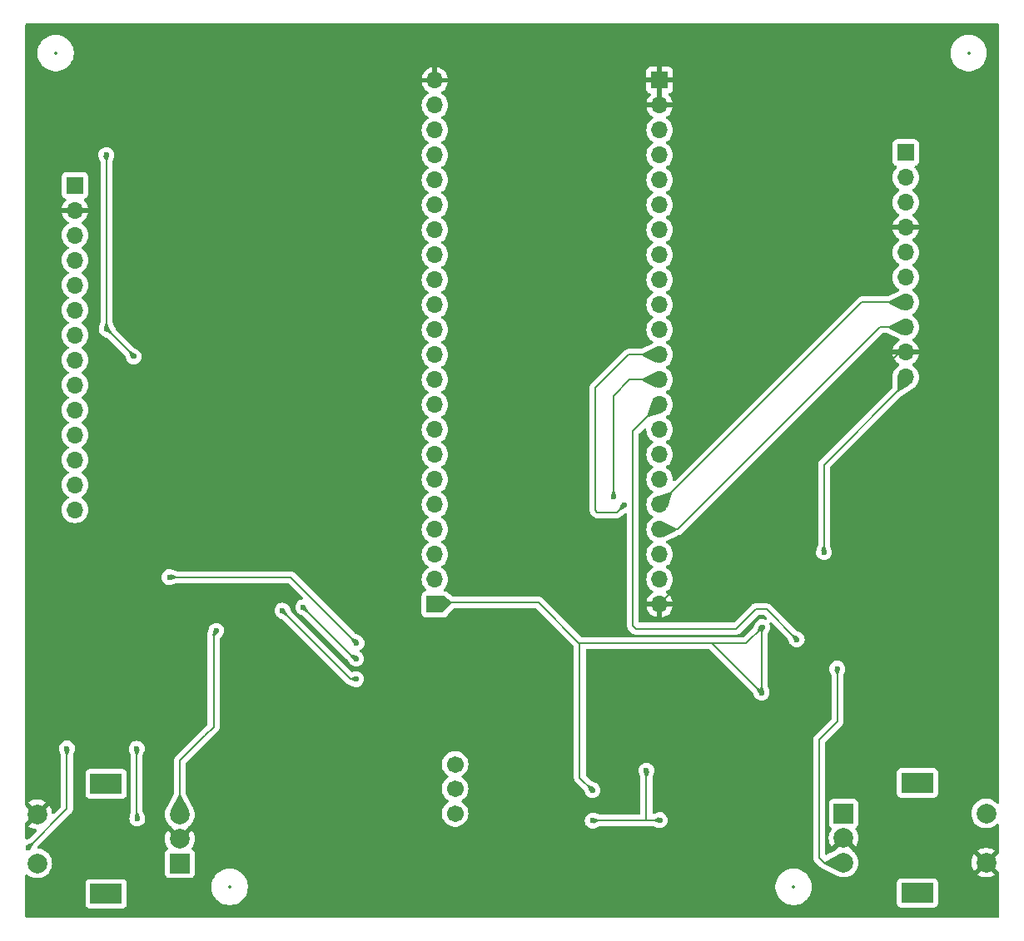
<source format=gbl>
%TF.GenerationSoftware,KiCad,Pcbnew,8.0.1-rc1*%
%TF.CreationDate,2024-08-02T11:20:44-04:00*%
%TF.ProjectId,Schema,53636865-6d61-42e6-9b69-6361645f7063,rev?*%
%TF.SameCoordinates,Original*%
%TF.FileFunction,Copper,L2,Bot*%
%TF.FilePolarity,Positive*%
%FSLAX46Y46*%
G04 Gerber Fmt 4.6, Leading zero omitted, Abs format (unit mm)*
G04 Created by KiCad (PCBNEW 8.0.1-rc1) date 2024-08-02 11:20:44*
%MOMM*%
%LPD*%
G01*
G04 APERTURE LIST*
%TA.AperFunction,ComponentPad*%
%ADD10R,1.700000X1.700000*%
%TD*%
%TA.AperFunction,ComponentPad*%
%ADD11O,1.700000X1.700000*%
%TD*%
%TA.AperFunction,ComponentPad*%
%ADD12R,2.000000X2.000000*%
%TD*%
%TA.AperFunction,ComponentPad*%
%ADD13C,2.000000*%
%TD*%
%TA.AperFunction,ComponentPad*%
%ADD14R,3.200000X2.000000*%
%TD*%
%TA.AperFunction,ComponentPad*%
%ADD15C,1.701800*%
%TD*%
%TA.AperFunction,ViaPad*%
%ADD16C,0.600000*%
%TD*%
%TA.AperFunction,Conductor*%
%ADD17C,0.200000*%
%TD*%
%ADD18C,0.300000*%
%ADD19C,0.350000*%
%ADD20O,2.800000X1.500000*%
G04 APERTURE END LIST*
D10*
%TO.P,J4,1,Pin_1*%
%TO.N,3V3*%
X75620000Y-49360000D03*
D11*
%TO.P,J4,2,Pin_2*%
%TO.N,GND*%
X75620000Y-51900000D03*
%TO.P,J4,3,Pin_3*%
%TO.N,/GPIO14-CS*%
X75620000Y-54440000D03*
%TO.P,J4,4,Pin_4*%
%TO.N,/GPIO13-RESET*%
X75620000Y-56980000D03*
%TO.P,J4,5,Pin_5*%
%TO.N,/GPIO12-DC*%
X75620000Y-59520000D03*
%TO.P,J4,6,Pin_6*%
%TO.N,/GPIO11-SDI*%
X75620000Y-62060000D03*
%TO.P,J4,7,Pin_7*%
%TO.N,/GPIO10-SCk*%
X75620000Y-64600000D03*
%TO.P,J4,8,Pin_8*%
%TO.N,3V3*%
X75620000Y-67140000D03*
%TO.P,J4,9,Pin_9*%
%TO.N,/GPIO9-SDO*%
X75620000Y-69680000D03*
%TO.P,J4,10,Pin_10*%
%TO.N,/T_CLK*%
X75620000Y-72220000D03*
%TO.P,J4,11,Pin_11*%
%TO.N,/T_CS*%
X75620000Y-74760000D03*
%TO.P,J4,12,Pin_12*%
%TO.N,/T_DIN*%
X75620000Y-77300000D03*
%TO.P,J4,13,Pin_13*%
%TO.N,/T_DO*%
X75620000Y-79840000D03*
%TO.P,J4,14,Pin_14*%
%TO.N,/T_IRQ*%
X75620000Y-82380000D03*
%TD*%
D12*
%TO.P,SW1,A,A*%
%TO.N,/GPIO42-chA_X*%
X86280000Y-118360000D03*
D13*
%TO.P,SW1,B,B*%
%TO.N,/GPIO41-chB_X*%
X86280000Y-113360000D03*
%TO.P,SW1,C,C*%
%TO.N,GND*%
X86280000Y-115860000D03*
D14*
%TO.P,SW1,MP*%
%TO.N,N/C*%
X78780000Y-121460000D03*
X78780000Y-110260000D03*
D13*
%TO.P,SW1,S1,S1*%
%TO.N,GND*%
X71780000Y-113360000D03*
%TO.P,SW1,S2,S2*%
%TO.N,Net-(R3-Pad1)*%
X71780000Y-118360000D03*
%TD*%
D15*
%TO.P,SW3,A*%
%TO.N,N/C*%
X114269100Y-108270000D03*
%TO.P,SW3,B*%
X114269100Y-110770000D03*
%TO.P,SW3,C*%
X114269100Y-113270000D03*
%TD*%
D12*
%TO.P,SW2,A,A*%
%TO.N,/GPIO40-chA_Y*%
X153780000Y-113280000D03*
D13*
%TO.P,SW2,B,B*%
%TO.N,/GPIO39-chB_Y*%
X153780000Y-118280000D03*
%TO.P,SW2,C,C*%
%TO.N,GND*%
X153780000Y-115780000D03*
D14*
%TO.P,SW2,MP*%
%TO.N,N/C*%
X161280000Y-110180000D03*
X161280000Y-121380000D03*
D13*
%TO.P,SW2,S1,S1*%
%TO.N,GND*%
X168280000Y-118280000D03*
%TO.P,SW2,S2,S2*%
%TO.N,Net-(R16-Pad2)*%
X168280000Y-113280000D03*
%TD*%
D10*
%TO.P,J3,1,Pin_1*%
%TO.N,/FSYNC*%
X160110000Y-46030000D03*
D11*
%TO.P,J3,2,Pin_2*%
%TO.N,/NCS*%
X160110000Y-48570000D03*
%TO.P,J3,3,Pin_3*%
%TO.N,/INT*%
X160110000Y-51110000D03*
%TO.P,J3,4,Pin_4*%
%TO.N,GND*%
X160110000Y-53650000D03*
%TO.P,J3,5,Pin_5*%
%TO.N,/ECL*%
X160110000Y-56190000D03*
%TO.P,J3,6,Pin_6*%
%TO.N,/EDA*%
X160110000Y-58730000D03*
%TO.P,J3,7,Pin_7*%
%TO.N,/GPIO2-SDA*%
X160110000Y-61270000D03*
%TO.P,J3,8,Pin_8*%
%TO.N,/GPIO1-SCL*%
X160110000Y-63810000D03*
%TO.P,J3,9,Pin_9*%
%TO.N,GND*%
X160110000Y-66350000D03*
%TO.P,J3,10,Pin_10*%
%TO.N,3V3*%
X160110000Y-68890000D03*
%TD*%
D10*
%TO.P,J1,1,Pin_1*%
%TO.N,3V3*%
X112220000Y-92010000D03*
D11*
%TO.P,J1,2,Pin_2*%
X112220000Y-89470000D03*
%TO.P,J1,3,Pin_3*%
%TO.N,/RST*%
X112220000Y-86930000D03*
%TO.P,J1,4,Pin_4*%
%TO.N,/GPIO4*%
X112220000Y-84390000D03*
%TO.P,J1,5,Pin_5*%
%TO.N,/GPIO5*%
X112220000Y-81850000D03*
%TO.P,J1,6,Pin_6*%
%TO.N,/GPIO6*%
X112220000Y-79310000D03*
%TO.P,J1,7,Pin_7*%
%TO.N,/GPIO7*%
X112220000Y-76770000D03*
%TO.P,J1,8,Pin_8*%
%TO.N,/GPIO15*%
X112220000Y-74230000D03*
%TO.P,J1,9,Pin_9*%
%TO.N,/GPIO16*%
X112220000Y-71690000D03*
%TO.P,J1,10,Pin_10*%
%TO.N,/GPIO17*%
X112220000Y-69150000D03*
%TO.P,J1,11,Pin_11*%
%TO.N,/GPIO18*%
X112220000Y-66610000D03*
%TO.P,J1,12,Pin_12*%
%TO.N,/GPIO8*%
X112220000Y-64070000D03*
%TO.P,J1,13,Pin_13*%
%TO.N,/GPIO3*%
X112220000Y-61530000D03*
%TO.P,J1,14,Pin_14*%
%TO.N,/GPIO46*%
X112220000Y-58990000D03*
%TO.P,J1,15,Pin_15*%
%TO.N,/GPIO9-SDO*%
X112220000Y-56450000D03*
%TO.P,J1,16,Pin_16*%
%TO.N,/GPIO10-SCk*%
X112220000Y-53910000D03*
%TO.P,J1,17,Pin_17*%
%TO.N,/GPIO11-SDI*%
X112220000Y-51370000D03*
%TO.P,J1,18,Pin_18*%
%TO.N,/GPIO12-DC*%
X112220000Y-48830000D03*
%TO.P,J1,19,Pin_19*%
%TO.N,/GPIO13-RESET*%
X112220000Y-46290000D03*
%TO.P,J1,20,Pin_20*%
%TO.N,/GPIO14-CS*%
X112220000Y-43750000D03*
%TO.P,J1,21,Pin_21*%
%TO.N,5V*%
X112220000Y-41210000D03*
%TO.P,J1,22,Pin_22*%
%TO.N,GND*%
X112220000Y-38670000D03*
%TD*%
D10*
%TO.P,J2,1,Pin_1*%
%TO.N,GND*%
X135070000Y-38660000D03*
D11*
%TO.P,J2,2,Pin_2*%
X135070000Y-41200000D03*
%TO.P,J2,3,Pin_3*%
%TO.N,/GPIO19*%
X135070000Y-43740000D03*
%TO.P,J2,4,Pin_4*%
%TO.N,/GPIO20*%
X135070000Y-46280000D03*
%TO.P,J2,5,Pin_5*%
%TO.N,/GPIO21-BSW3*%
X135070000Y-48820000D03*
%TO.P,J2,6,Pin_6*%
%TO.N,/GPIO47-BSW2*%
X135070000Y-51360000D03*
%TO.P,J2,7,Pin_7*%
%TO.N,/GPIO48-BSW1*%
X135070000Y-53900000D03*
%TO.P,J2,8,Pin_8*%
%TO.N,/GPIO45*%
X135070000Y-56440000D03*
%TO.P,J2,9,Pin_9*%
%TO.N,/GPIO0*%
X135070000Y-58980000D03*
%TO.P,J2,10,Pin_10*%
%TO.N,/GPIO35*%
X135070000Y-61520000D03*
%TO.P,J2,11,Pin_11*%
%TO.N,/GPIO36*%
X135070000Y-64060000D03*
%TO.P,J2,12,Pin_12*%
%TO.N,/GPIO37-chB_S*%
X135070000Y-66600000D03*
%TO.P,J2,13,Pin_13*%
%TO.N,/GPIO38_chA_S*%
X135070000Y-69140000D03*
%TO.P,J2,14,Pin_14*%
%TO.N,/GPIO39-chB_Y*%
X135070000Y-71680000D03*
%TO.P,J2,15,Pin_15*%
%TO.N,/GPIO40-chA_Y*%
X135070000Y-74220000D03*
%TO.P,J2,16,Pin_16*%
%TO.N,/GPIO41-chB_X*%
X135070000Y-76760000D03*
%TO.P,J2,17,Pin_17*%
%TO.N,/GPIO42-chA_X*%
X135070000Y-79300000D03*
%TO.P,J2,18,Pin_18*%
%TO.N,/GPIO2-SDA*%
X135070000Y-81840000D03*
%TO.P,J2,19,Pin_19*%
%TO.N,/GPIO1-SCL*%
X135070000Y-84380000D03*
%TO.P,J2,20,Pin_20*%
%TO.N,/RX*%
X135070000Y-86920000D03*
%TO.P,J2,21,Pin_21*%
%TO.N,/TX*%
X135070000Y-89460000D03*
%TO.P,J2,22,Pin_22*%
%TO.N,GND*%
X135070000Y-92000000D03*
%TD*%
D16*
%TO.N,3V3*%
X81580000Y-66780000D03*
X78800000Y-46260000D03*
X78830000Y-63970000D03*
X145510000Y-94300000D03*
X151780000Y-86700000D03*
X128240000Y-110907500D03*
X145450000Y-101020000D03*
%TO.N,Net-(C5-Pad1)*%
X133730000Y-108916860D03*
X135089057Y-113960000D03*
X128270000Y-114020000D03*
%TO.N,/GPIO38_chA_S*%
X130390000Y-81010000D03*
%TO.N,/GPIO41-chB_X*%
X89990000Y-94690000D03*
X98820000Y-92300000D03*
X104220000Y-97540000D03*
%TO.N,/GPIO42-chA_X*%
X96700000Y-92640000D03*
X81955000Y-113795000D03*
X81900000Y-106690000D03*
X104200000Y-99610000D03*
%TO.N,/GPIO48-BSW1*%
X85220000Y-89230000D03*
X104250000Y-95930000D03*
%TO.N,/GPIO37-chB_S*%
X131470000Y-81880000D03*
%TO.N,/GPIO39-chB_Y*%
X149020000Y-95570000D03*
X153130000Y-98550000D03*
%TO.N,Net-(R3-Pad1)*%
X70870000Y-116760000D03*
X74805000Y-106665000D03*
%TD*%
D17*
%TO.N,3V3*%
X126880000Y-95930000D02*
X140390000Y-95930000D01*
X160110000Y-69480000D02*
X160110000Y-68890000D01*
X122740000Y-91790000D02*
X112200000Y-91790000D01*
X78800000Y-46260000D02*
X78830000Y-46290000D01*
X78830000Y-46290000D02*
X78830000Y-63970000D01*
X78830000Y-63970000D02*
X81580000Y-66720000D01*
X143880000Y-95930000D02*
X145510000Y-94300000D01*
X145450000Y-101020000D02*
X145420000Y-100990000D01*
X140390000Y-95960000D02*
X140390000Y-95930000D01*
X126960000Y-96010000D02*
X126880000Y-95930000D01*
X145420000Y-100990000D02*
X145440000Y-96220000D01*
X151780000Y-86700000D02*
X151780000Y-77810000D01*
X145450000Y-101020000D02*
X140390000Y-95960000D01*
X128240000Y-110907500D02*
X126960000Y-109627500D01*
X151780000Y-77810000D02*
X160110000Y-69480000D01*
X145440000Y-96220000D02*
X145440000Y-94370000D01*
X140390000Y-95930000D02*
X143880000Y-95930000D01*
X81580000Y-66720000D02*
X81580000Y-66780000D01*
X145440000Y-94370000D02*
X145510000Y-94300000D01*
X126960000Y-96010000D02*
X122740000Y-91790000D01*
X126960000Y-109627500D02*
X126960000Y-96010000D01*
%TO.N,GND*%
X159530000Y-66350000D02*
X138530000Y-87350000D01*
X160110000Y-66350000D02*
X159530000Y-66350000D01*
X138530000Y-88540000D02*
X135070000Y-92000000D01*
X138530000Y-87350000D02*
X138530000Y-88540000D01*
%TO.N,Net-(C5-Pad1)*%
X128350000Y-113960000D02*
X128410000Y-113960000D01*
X133730000Y-113960000D02*
X128470000Y-113960000D01*
X133730000Y-108916860D02*
X133730000Y-113960000D01*
X135200000Y-113849057D02*
X135249057Y-113849057D01*
X135089057Y-113960000D02*
X133730000Y-113960000D01*
X128270000Y-114020000D02*
X128350000Y-113960000D01*
X128470000Y-113960000D02*
X128270000Y-114020000D01*
%TO.N,Net-(C6-Pad1)*%
X114299100Y-110800000D02*
X114269100Y-110770000D01*
%TO.N,/GPIO1-SCL*%
X157470000Y-63810000D02*
X136900000Y-84380000D01*
X136900000Y-84380000D02*
X135070000Y-84380000D01*
X160110000Y-63810000D02*
X157470000Y-63810000D01*
%TO.N,/GPIO38_chA_S*%
X132040000Y-69140000D02*
X135070000Y-69140000D01*
X130390000Y-81010000D02*
X130390000Y-70790000D01*
X130390000Y-81010000D02*
X130440000Y-81060000D01*
X130390000Y-70790000D02*
X132040000Y-69140000D01*
%TO.N,/GPIO2-SDA*%
X155640000Y-61270000D02*
X135070000Y-81840000D01*
X160110000Y-61270000D02*
X155640000Y-61270000D01*
%TO.N,/GPIO41-chB_X*%
X104250000Y-97570000D02*
X104290000Y-97570000D01*
X89710000Y-104480000D02*
X89710000Y-95380000D01*
X89710000Y-95380000D02*
X89710000Y-95000000D01*
X90020000Y-94690000D02*
X89950000Y-94760000D01*
X104190000Y-97570000D02*
X104220000Y-97540000D01*
X98820000Y-92300000D02*
X104090000Y-97570000D01*
X89990000Y-94720000D02*
X89990000Y-94690000D01*
X86280000Y-107910000D02*
X88830000Y-105360000D01*
X86280000Y-113360000D02*
X86280000Y-107910000D01*
X104220000Y-97540000D02*
X104250000Y-97570000D01*
X89710000Y-95000000D02*
X89990000Y-94720000D01*
X104090000Y-97570000D02*
X104190000Y-97570000D01*
X89990000Y-94690000D02*
X90020000Y-94690000D01*
X88830000Y-105360000D02*
X89710000Y-104480000D01*
%TO.N,/GPIO42-chA_X*%
X104200000Y-99610000D02*
X104200000Y-99580000D01*
X103640000Y-99580000D02*
X104200000Y-99610000D01*
X81900000Y-106690000D02*
X81930000Y-106760000D01*
X81955000Y-113795000D02*
X81900000Y-113740000D01*
X81900000Y-113740000D02*
X81900000Y-106690000D01*
X96700000Y-92640000D02*
X103640000Y-99580000D01*
%TO.N,/GPIO48-BSW1*%
X97550000Y-89230000D02*
X104250000Y-95930000D01*
X85220000Y-89230000D02*
X97550000Y-89230000D01*
%TO.N,/GPIO37-chB_S*%
X128540000Y-82440000D02*
X128540000Y-69970000D01*
X131470000Y-81880000D02*
X130720000Y-82630000D01*
X128540000Y-69970000D02*
X131910000Y-66600000D01*
X128730000Y-82630000D02*
X128540000Y-82440000D01*
X130720000Y-82630000D02*
X128730000Y-82630000D01*
X131910000Y-66600000D02*
X135070000Y-66600000D01*
%TO.N,/GPIO39-chB_Y*%
X145940000Y-92490000D02*
X144830000Y-92490000D01*
X153160000Y-103920000D02*
X153160000Y-98680000D01*
X153130000Y-98650000D02*
X153130000Y-98550000D01*
X144830000Y-92490000D02*
X142850000Y-94470000D01*
X132640000Y-94470000D02*
X132350000Y-94180000D01*
X153160000Y-98680000D02*
X153130000Y-98650000D01*
X142850000Y-94470000D02*
X132640000Y-94470000D01*
X153030000Y-98550000D02*
X153130000Y-98650000D01*
X151310000Y-105770000D02*
X153160000Y-103920000D01*
X149020000Y-95570000D02*
X145940000Y-92490000D01*
X151310000Y-117800000D02*
X151310000Y-105770000D01*
X132350000Y-94180000D02*
X132350000Y-74400000D01*
X153780000Y-118280000D02*
X151790000Y-118280000D01*
X132350000Y-74400000D02*
X135070000Y-71680000D01*
X151790000Y-118280000D02*
X151310000Y-117800000D01*
X153130000Y-98550000D02*
X153030000Y-98550000D01*
%TO.N,Net-(R3-Pad1)*%
X74805000Y-112825000D02*
X74805000Y-106665000D01*
X70870000Y-116760000D02*
X74805000Y-112825000D01*
X74805000Y-106665000D02*
X74770000Y-106700000D01*
%TD*%
%TA.AperFunction,Conductor*%
%TO.N,GND*%
G36*
X135320000Y-40766988D02*
G01*
X135262993Y-40734075D01*
X135135826Y-40700000D01*
X135004174Y-40700000D01*
X134877007Y-40734075D01*
X134820000Y-40766988D01*
X134820000Y-39093012D01*
X134877007Y-39125925D01*
X135004174Y-39160000D01*
X135135826Y-39160000D01*
X135262993Y-39125925D01*
X135320000Y-39093012D01*
X135320000Y-40766988D01*
G37*
%TD.AperFunction*%
%TA.AperFunction,Conductor*%
G36*
X169512539Y-32900185D02*
G01*
X169558294Y-32952989D01*
X169569500Y-33004500D01*
X169569500Y-112147510D01*
X169549815Y-112214549D01*
X169497011Y-112260304D01*
X169427853Y-112270248D01*
X169364297Y-112241223D01*
X169354271Y-112231493D01*
X169299747Y-112172265D01*
X169299744Y-112172262D01*
X169206836Y-112099949D01*
X169103509Y-112019526D01*
X169103507Y-112019525D01*
X169103506Y-112019524D01*
X168884811Y-111901172D01*
X168884802Y-111901169D01*
X168649616Y-111820429D01*
X168404335Y-111779500D01*
X168155665Y-111779500D01*
X167910383Y-111820429D01*
X167675197Y-111901169D01*
X167675188Y-111901172D01*
X167456493Y-112019524D01*
X167260257Y-112172261D01*
X167091833Y-112355217D01*
X166955826Y-112563393D01*
X166855936Y-112791118D01*
X166794892Y-113032175D01*
X166794890Y-113032187D01*
X166774357Y-113279994D01*
X166774357Y-113280005D01*
X166794890Y-113527812D01*
X166794892Y-113527824D01*
X166855936Y-113768881D01*
X166955826Y-113996606D01*
X167091833Y-114204782D01*
X167091836Y-114204785D01*
X167260256Y-114387738D01*
X167456491Y-114540474D01*
X167675190Y-114658828D01*
X167910386Y-114739571D01*
X168155665Y-114780500D01*
X168404335Y-114780500D01*
X168649614Y-114739571D01*
X168884810Y-114658828D01*
X169103509Y-114540474D01*
X169299744Y-114387738D01*
X169354271Y-114328504D01*
X169414157Y-114292516D01*
X169483995Y-114294616D01*
X169541611Y-114334140D01*
X169568713Y-114398539D01*
X169569500Y-114412489D01*
X169569500Y-117292689D01*
X169549815Y-117359728D01*
X169533181Y-117380370D01*
X168762962Y-118150589D01*
X168745925Y-118087007D01*
X168680099Y-117972993D01*
X168587007Y-117879901D01*
X168472993Y-117814075D01*
X168409410Y-117797037D01*
X169150057Y-117056390D01*
X169150056Y-117056389D01*
X169103229Y-117019943D01*
X168884614Y-116901635D01*
X168884603Y-116901630D01*
X168649493Y-116820916D01*
X168404293Y-116780000D01*
X168155707Y-116780000D01*
X167910506Y-116820916D01*
X167675396Y-116901630D01*
X167675390Y-116901632D01*
X167456761Y-117019949D01*
X167409942Y-117056388D01*
X167409942Y-117056390D01*
X168150590Y-117797037D01*
X168087007Y-117814075D01*
X167972993Y-117879901D01*
X167879901Y-117972993D01*
X167814075Y-118087007D01*
X167797037Y-118150589D01*
X167056564Y-117410116D01*
X166956267Y-117563632D01*
X166856412Y-117791282D01*
X166795387Y-118032261D01*
X166795385Y-118032270D01*
X166774859Y-118279994D01*
X166774859Y-118280005D01*
X166795385Y-118527729D01*
X166795387Y-118527738D01*
X166856412Y-118768717D01*
X166956266Y-118996364D01*
X167056564Y-119149882D01*
X167797037Y-118409409D01*
X167814075Y-118472993D01*
X167879901Y-118587007D01*
X167972993Y-118680099D01*
X168087007Y-118745925D01*
X168150590Y-118762962D01*
X167409942Y-119503609D01*
X167456768Y-119540055D01*
X167456770Y-119540056D01*
X167675385Y-119658364D01*
X167675396Y-119658369D01*
X167910506Y-119739083D01*
X168155707Y-119780000D01*
X168404293Y-119780000D01*
X168649493Y-119739083D01*
X168884603Y-119658369D01*
X168884614Y-119658364D01*
X169103228Y-119540057D01*
X169103231Y-119540055D01*
X169150056Y-119503609D01*
X168409409Y-118762962D01*
X168472993Y-118745925D01*
X168587007Y-118680099D01*
X168680099Y-118587007D01*
X168745925Y-118472993D01*
X168762962Y-118409410D01*
X169533181Y-119179629D01*
X169566666Y-119240952D01*
X169569500Y-119267310D01*
X169569500Y-123755500D01*
X169549815Y-123822539D01*
X169497011Y-123868294D01*
X169445500Y-123879500D01*
X70694500Y-123879500D01*
X70627461Y-123859815D01*
X70581706Y-123807011D01*
X70570500Y-123755500D01*
X70570500Y-122507870D01*
X76679500Y-122507870D01*
X76679501Y-122507876D01*
X76685908Y-122567483D01*
X76736202Y-122702328D01*
X76736206Y-122702335D01*
X76822452Y-122817544D01*
X76822455Y-122817547D01*
X76937664Y-122903793D01*
X76937671Y-122903797D01*
X77072517Y-122954091D01*
X77072516Y-122954091D01*
X77079444Y-122954835D01*
X77132127Y-122960500D01*
X80427872Y-122960499D01*
X80487483Y-122954091D01*
X80622331Y-122903796D01*
X80737546Y-122817546D01*
X80823796Y-122702331D01*
X80874091Y-122567483D01*
X80880500Y-122507873D01*
X80880499Y-120871288D01*
X89499500Y-120871288D01*
X89531161Y-121111785D01*
X89593947Y-121346104D01*
X89686773Y-121570205D01*
X89686776Y-121570212D01*
X89808064Y-121780289D01*
X89808066Y-121780292D01*
X89808067Y-121780293D01*
X89955733Y-121972736D01*
X89955739Y-121972743D01*
X90127256Y-122144260D01*
X90127262Y-122144265D01*
X90319711Y-122291936D01*
X90529788Y-122413224D01*
X90753900Y-122506054D01*
X90988211Y-122568838D01*
X91168586Y-122592584D01*
X91228711Y-122600500D01*
X91228712Y-122600500D01*
X91471289Y-122600500D01*
X91519388Y-122594167D01*
X91711789Y-122568838D01*
X91946100Y-122506054D01*
X92170212Y-122413224D01*
X92380289Y-122291936D01*
X92572738Y-122144265D01*
X92744265Y-121972738D01*
X92891936Y-121780289D01*
X93013224Y-121570212D01*
X93106054Y-121346100D01*
X93168838Y-121111789D01*
X93200500Y-120871288D01*
X146849500Y-120871288D01*
X146881161Y-121111785D01*
X146943947Y-121346104D01*
X147036773Y-121570205D01*
X147036776Y-121570212D01*
X147158064Y-121780289D01*
X147158066Y-121780292D01*
X147158067Y-121780293D01*
X147305733Y-121972736D01*
X147305739Y-121972743D01*
X147477256Y-122144260D01*
X147477262Y-122144265D01*
X147669711Y-122291936D01*
X147879788Y-122413224D01*
X148103900Y-122506054D01*
X148338211Y-122568838D01*
X148518586Y-122592584D01*
X148578711Y-122600500D01*
X148578712Y-122600500D01*
X148821289Y-122600500D01*
X148869388Y-122594167D01*
X149061789Y-122568838D01*
X149296100Y-122506054D01*
X149484853Y-122427870D01*
X159179500Y-122427870D01*
X159179501Y-122427876D01*
X159185908Y-122487483D01*
X159236202Y-122622328D01*
X159236206Y-122622335D01*
X159322452Y-122737544D01*
X159322455Y-122737547D01*
X159437664Y-122823793D01*
X159437671Y-122823797D01*
X159572517Y-122874091D01*
X159572516Y-122874091D01*
X159579444Y-122874835D01*
X159632127Y-122880500D01*
X162927872Y-122880499D01*
X162987483Y-122874091D01*
X163122331Y-122823796D01*
X163237546Y-122737546D01*
X163323796Y-122622331D01*
X163374091Y-122487483D01*
X163380500Y-122427873D01*
X163380499Y-120332128D01*
X163374091Y-120272517D01*
X163323796Y-120137669D01*
X163323795Y-120137668D01*
X163323793Y-120137664D01*
X163237547Y-120022455D01*
X163237544Y-120022452D01*
X163122335Y-119936206D01*
X163122328Y-119936202D01*
X162987482Y-119885908D01*
X162987483Y-119885908D01*
X162927883Y-119879501D01*
X162927881Y-119879500D01*
X162927873Y-119879500D01*
X162927864Y-119879500D01*
X159632129Y-119879500D01*
X159632123Y-119879501D01*
X159572516Y-119885908D01*
X159437671Y-119936202D01*
X159437664Y-119936206D01*
X159322455Y-120022452D01*
X159322452Y-120022455D01*
X159236206Y-120137664D01*
X159236202Y-120137671D01*
X159185908Y-120272517D01*
X159179501Y-120332116D01*
X159179501Y-120332123D01*
X159179500Y-120332135D01*
X159179500Y-122427870D01*
X149484853Y-122427870D01*
X149520212Y-122413224D01*
X149730289Y-122291936D01*
X149922738Y-122144265D01*
X150094265Y-121972738D01*
X150241936Y-121780289D01*
X150363224Y-121570212D01*
X150456054Y-121346100D01*
X150518838Y-121111789D01*
X150550500Y-120871288D01*
X150550500Y-120628712D01*
X150518838Y-120388211D01*
X150456054Y-120153900D01*
X150363224Y-119929788D01*
X150241936Y-119719711D01*
X150151865Y-119602328D01*
X150094266Y-119527263D01*
X150094260Y-119527256D01*
X149922743Y-119355739D01*
X149922736Y-119355733D01*
X149730293Y-119208067D01*
X149730292Y-119208066D01*
X149730289Y-119208064D01*
X149520212Y-119086776D01*
X149495662Y-119076607D01*
X149296104Y-118993947D01*
X149061785Y-118931161D01*
X148821289Y-118899500D01*
X148821288Y-118899500D01*
X148578712Y-118899500D01*
X148578711Y-118899500D01*
X148338214Y-118931161D01*
X148103895Y-118993947D01*
X147879794Y-119086773D01*
X147879785Y-119086777D01*
X147770485Y-119149882D01*
X147675391Y-119204785D01*
X147669706Y-119208067D01*
X147477263Y-119355733D01*
X147477256Y-119355739D01*
X147305739Y-119527256D01*
X147305733Y-119527263D01*
X147158067Y-119719706D01*
X147036777Y-119929785D01*
X147036773Y-119929794D01*
X146943947Y-120153895D01*
X146881161Y-120388214D01*
X146849500Y-120628711D01*
X146849500Y-120871288D01*
X93200500Y-120871288D01*
X93200500Y-120628712D01*
X93168838Y-120388211D01*
X93106054Y-120153900D01*
X93013224Y-119929788D01*
X92891936Y-119719711D01*
X92801865Y-119602328D01*
X92744266Y-119527263D01*
X92744260Y-119527256D01*
X92572743Y-119355739D01*
X92572736Y-119355733D01*
X92380293Y-119208067D01*
X92380292Y-119208066D01*
X92380289Y-119208064D01*
X92170212Y-119086776D01*
X92145662Y-119076607D01*
X91946104Y-118993947D01*
X91711785Y-118931161D01*
X91471289Y-118899500D01*
X91471288Y-118899500D01*
X91228712Y-118899500D01*
X91228711Y-118899500D01*
X90988214Y-118931161D01*
X90753895Y-118993947D01*
X90529794Y-119086773D01*
X90529785Y-119086777D01*
X90420485Y-119149882D01*
X90325391Y-119204785D01*
X90319706Y-119208067D01*
X90127263Y-119355733D01*
X90127256Y-119355739D01*
X89955739Y-119527256D01*
X89955733Y-119527263D01*
X89808067Y-119719706D01*
X89686777Y-119929785D01*
X89686773Y-119929794D01*
X89593947Y-120153895D01*
X89531161Y-120388214D01*
X89499500Y-120628711D01*
X89499500Y-120871288D01*
X80880499Y-120871288D01*
X80880499Y-120412128D01*
X80874091Y-120352517D01*
X80866486Y-120332128D01*
X80823797Y-120217671D01*
X80823793Y-120217664D01*
X80737547Y-120102455D01*
X80737544Y-120102452D01*
X80622335Y-120016206D01*
X80622328Y-120016202D01*
X80487482Y-119965908D01*
X80487483Y-119965908D01*
X80427883Y-119959501D01*
X80427881Y-119959500D01*
X80427873Y-119959500D01*
X80427864Y-119959500D01*
X77132129Y-119959500D01*
X77132123Y-119959501D01*
X77072516Y-119965908D01*
X76937671Y-120016202D01*
X76937664Y-120016206D01*
X76822455Y-120102452D01*
X76822452Y-120102455D01*
X76736206Y-120217664D01*
X76736202Y-120217671D01*
X76685908Y-120352517D01*
X76682071Y-120388211D01*
X76679501Y-120412123D01*
X76679500Y-120412135D01*
X76679500Y-122507870D01*
X70570500Y-122507870D01*
X70570500Y-119573690D01*
X70590185Y-119506651D01*
X70642989Y-119460896D01*
X70712147Y-119450952D01*
X70770659Y-119475835D01*
X70956491Y-119620474D01*
X71175190Y-119738828D01*
X71410386Y-119819571D01*
X71655665Y-119860500D01*
X71904335Y-119860500D01*
X72149614Y-119819571D01*
X72384810Y-119738828D01*
X72603509Y-119620474D01*
X72799744Y-119467738D01*
X72968164Y-119284785D01*
X73104173Y-119076607D01*
X73204063Y-118848881D01*
X73265108Y-118607821D01*
X73285643Y-118360000D01*
X73279057Y-118280521D01*
X73265109Y-118112187D01*
X73265107Y-118112175D01*
X73204063Y-117871118D01*
X73104173Y-117643393D01*
X72968166Y-117435217D01*
X72945059Y-117410116D01*
X72799744Y-117252262D01*
X72603509Y-117099526D01*
X72603507Y-117099525D01*
X72603506Y-117099524D01*
X72384811Y-116981172D01*
X72384802Y-116981169D01*
X72149616Y-116900429D01*
X71899277Y-116858656D01*
X71899630Y-116856537D01*
X71842936Y-116834662D01*
X71801696Y-116778262D01*
X71797496Y-116708518D01*
X71830675Y-116648558D01*
X75163506Y-113315728D01*
X75163511Y-113315724D01*
X75173714Y-113305520D01*
X75173716Y-113305520D01*
X75285520Y-113193716D01*
X75364577Y-113056784D01*
X75405500Y-112904057D01*
X75405500Y-111307870D01*
X76679500Y-111307870D01*
X76679501Y-111307876D01*
X76685908Y-111367483D01*
X76736202Y-111502328D01*
X76736206Y-111502335D01*
X76822452Y-111617544D01*
X76822455Y-111617547D01*
X76937664Y-111703793D01*
X76937671Y-111703797D01*
X77072517Y-111754091D01*
X77072516Y-111754091D01*
X77079444Y-111754835D01*
X77132127Y-111760500D01*
X80427872Y-111760499D01*
X80487483Y-111754091D01*
X80622331Y-111703796D01*
X80737546Y-111617546D01*
X80823796Y-111502331D01*
X80874091Y-111367483D01*
X80880500Y-111307873D01*
X80880499Y-109212128D01*
X80874091Y-109152517D01*
X80866486Y-109132128D01*
X80823797Y-109017671D01*
X80823793Y-109017664D01*
X80737547Y-108902455D01*
X80737544Y-108902452D01*
X80622335Y-108816206D01*
X80622328Y-108816202D01*
X80487482Y-108765908D01*
X80487483Y-108765908D01*
X80427883Y-108759501D01*
X80427881Y-108759500D01*
X80427873Y-108759500D01*
X80427864Y-108759500D01*
X77132129Y-108759500D01*
X77132123Y-108759501D01*
X77072516Y-108765908D01*
X76937671Y-108816202D01*
X76937664Y-108816206D01*
X76822455Y-108902452D01*
X76822452Y-108902455D01*
X76736206Y-109017664D01*
X76736202Y-109017671D01*
X76685908Y-109152517D01*
X76679501Y-109212116D01*
X76679501Y-109212123D01*
X76679500Y-109212135D01*
X76679500Y-111307870D01*
X75405500Y-111307870D01*
X75405500Y-107390025D01*
X75413022Y-107347494D01*
X75553166Y-106963686D01*
X75566071Y-106923117D01*
X75566241Y-106921739D01*
X75572262Y-106895994D01*
X75590368Y-106844255D01*
X75607748Y-106690003D01*
X81094435Y-106690003D01*
X81114631Y-106869252D01*
X81142268Y-106948236D01*
X81146570Y-106963663D01*
X81151833Y-106988685D01*
X81255406Y-107272335D01*
X81290371Y-107368095D01*
X81291978Y-107372494D01*
X81299500Y-107415025D01*
X81299500Y-113106753D01*
X81295580Y-113137685D01*
X81190839Y-113544301D01*
X81185542Y-113566479D01*
X81185345Y-113566432D01*
X81181462Y-113581934D01*
X81169631Y-113615745D01*
X81169631Y-113615746D01*
X81149435Y-113794996D01*
X81149435Y-113795003D01*
X81169630Y-113974249D01*
X81169631Y-113974254D01*
X81229211Y-114144523D01*
X81306363Y-114267309D01*
X81325184Y-114297262D01*
X81452738Y-114424816D01*
X81512333Y-114462262D01*
X81591200Y-114511818D01*
X81605478Y-114520789D01*
X81718966Y-114560500D01*
X81775745Y-114580368D01*
X81775750Y-114580369D01*
X81954996Y-114600565D01*
X81955000Y-114600565D01*
X81955004Y-114600565D01*
X82134249Y-114580369D01*
X82134252Y-114580368D01*
X82134255Y-114580368D01*
X82304522Y-114520789D01*
X82457262Y-114424816D01*
X82584816Y-114297262D01*
X82680789Y-114144522D01*
X82740368Y-113974255D01*
X82741975Y-113959996D01*
X82760565Y-113795003D01*
X82760565Y-113794996D01*
X82740369Y-113615750D01*
X82740366Y-113615737D01*
X82680789Y-113445477D01*
X82680580Y-113445042D01*
X82674702Y-113434487D01*
X82638240Y-113360005D01*
X84774357Y-113360005D01*
X84794890Y-113607812D01*
X84794892Y-113607824D01*
X84855936Y-113848881D01*
X84955826Y-114076606D01*
X85091833Y-114284782D01*
X85091836Y-114284785D01*
X85260256Y-114467738D01*
X85260259Y-114467740D01*
X85260262Y-114467743D01*
X85361374Y-114546442D01*
X85402187Y-114603152D01*
X85406300Y-114632748D01*
X86150590Y-115377037D01*
X86087007Y-115394075D01*
X85972993Y-115459901D01*
X85879901Y-115552993D01*
X85814075Y-115667007D01*
X85797037Y-115730590D01*
X85056564Y-114990116D01*
X84956267Y-115143632D01*
X84856412Y-115371282D01*
X84795387Y-115612261D01*
X84795385Y-115612270D01*
X84774859Y-115859994D01*
X84774859Y-115860005D01*
X84795385Y-116107729D01*
X84795387Y-116107738D01*
X84856412Y-116348717D01*
X84956267Y-116576367D01*
X85068484Y-116748129D01*
X85088672Y-116815018D01*
X85069491Y-116882204D01*
X85038987Y-116915216D01*
X84922452Y-117002455D01*
X84836206Y-117117664D01*
X84836202Y-117117671D01*
X84785908Y-117252517D01*
X84779501Y-117312116D01*
X84779501Y-117312123D01*
X84779500Y-117312135D01*
X84779500Y-119407870D01*
X84779501Y-119407876D01*
X84785908Y-119467483D01*
X84836202Y-119602328D01*
X84836206Y-119602335D01*
X84922452Y-119717544D01*
X84922455Y-119717547D01*
X85037664Y-119803793D01*
X85037671Y-119803797D01*
X85172517Y-119854091D01*
X85172516Y-119854091D01*
X85179444Y-119854835D01*
X85232127Y-119860500D01*
X87327872Y-119860499D01*
X87387483Y-119854091D01*
X87522331Y-119803796D01*
X87637546Y-119717546D01*
X87723796Y-119602331D01*
X87774091Y-119467483D01*
X87780500Y-119407873D01*
X87780499Y-117879054D01*
X150709498Y-117879054D01*
X150750423Y-118031785D01*
X150753973Y-118037933D01*
X150753976Y-118037939D01*
X150829477Y-118168712D01*
X150829479Y-118168715D01*
X150829480Y-118168716D01*
X150941284Y-118280520D01*
X150941285Y-118280521D01*
X151421284Y-118760520D01*
X151421286Y-118760521D01*
X151421290Y-118760524D01*
X151558209Y-118839573D01*
X151558216Y-118839577D01*
X151574435Y-118843922D01*
X151598718Y-118853254D01*
X153148336Y-119644334D01*
X153150861Y-119645661D01*
X153175190Y-119658828D01*
X153212851Y-119671757D01*
X153216099Y-119672924D01*
X153243975Y-119683390D01*
X153243978Y-119683390D01*
X153243980Y-119683391D01*
X153250194Y-119684988D01*
X153259604Y-119687807D01*
X153410383Y-119739570D01*
X153410386Y-119739571D01*
X153655665Y-119780500D01*
X153904335Y-119780500D01*
X154149614Y-119739571D01*
X154384810Y-119658828D01*
X154603509Y-119540474D01*
X154799744Y-119387738D01*
X154968164Y-119204785D01*
X155104173Y-118996607D01*
X155204063Y-118768881D01*
X155265108Y-118527821D01*
X155285643Y-118280000D01*
X155276421Y-118168712D01*
X155265109Y-118032187D01*
X155265107Y-118032175D01*
X155204063Y-117791118D01*
X155104173Y-117563393D01*
X154968166Y-117355217D01*
X154928506Y-117312135D01*
X154799744Y-117172262D01*
X154706293Y-117099526D01*
X154698623Y-117093556D01*
X154657810Y-117036846D01*
X154653697Y-117007249D01*
X153909409Y-116262962D01*
X153972993Y-116245925D01*
X154087007Y-116180099D01*
X154180099Y-116087007D01*
X154245925Y-115972993D01*
X154262962Y-115909410D01*
X155003434Y-116649882D01*
X155103731Y-116496369D01*
X155203587Y-116268717D01*
X155264612Y-116027738D01*
X155264614Y-116027729D01*
X155285141Y-115780005D01*
X155285141Y-115779994D01*
X155264614Y-115532270D01*
X155264612Y-115532261D01*
X155203587Y-115291282D01*
X155103732Y-115063632D01*
X154991515Y-114891870D01*
X154971328Y-114824981D01*
X154990508Y-114757795D01*
X155021013Y-114724782D01*
X155022329Y-114723796D01*
X155022331Y-114723796D01*
X155137546Y-114637546D01*
X155223796Y-114522331D01*
X155274091Y-114387483D01*
X155280500Y-114327873D01*
X155280499Y-112232128D01*
X155274091Y-112172517D01*
X155257880Y-112129054D01*
X155223797Y-112037671D01*
X155223793Y-112037664D01*
X155137547Y-111922455D01*
X155137544Y-111922452D01*
X155022335Y-111836206D01*
X155022328Y-111836202D01*
X154887482Y-111785908D01*
X154887483Y-111785908D01*
X154827883Y-111779501D01*
X154827881Y-111779500D01*
X154827873Y-111779500D01*
X154827864Y-111779500D01*
X152732129Y-111779500D01*
X152732123Y-111779501D01*
X152672516Y-111785908D01*
X152537671Y-111836202D01*
X152537664Y-111836206D01*
X152422455Y-111922452D01*
X152422452Y-111922455D01*
X152336206Y-112037664D01*
X152336202Y-112037671D01*
X152285908Y-112172517D01*
X152279568Y-112231493D01*
X152279501Y-112232123D01*
X152279500Y-112232135D01*
X152279500Y-114327870D01*
X152279501Y-114327876D01*
X152285908Y-114387483D01*
X152336202Y-114522328D01*
X152336206Y-114522335D01*
X152422452Y-114637544D01*
X152422455Y-114637547D01*
X152538986Y-114724783D01*
X152580857Y-114780717D01*
X152585841Y-114850408D01*
X152568484Y-114891870D01*
X152456267Y-115063631D01*
X152356412Y-115291282D01*
X152295387Y-115532261D01*
X152295385Y-115532270D01*
X152274859Y-115779994D01*
X152274859Y-115780005D01*
X152295385Y-116027729D01*
X152295387Y-116027738D01*
X152356412Y-116268717D01*
X152456266Y-116496364D01*
X152556564Y-116649882D01*
X153297037Y-115909408D01*
X153314075Y-115972993D01*
X153379901Y-116087007D01*
X153472993Y-116180099D01*
X153587007Y-116245925D01*
X153650590Y-116262962D01*
X152896148Y-117017402D01*
X152892163Y-117034928D01*
X152843494Y-117083219D01*
X152094100Y-117493967D01*
X152025851Y-117508927D01*
X151960347Y-117484614D01*
X151918387Y-117428747D01*
X151910500Y-117385229D01*
X151910500Y-111227870D01*
X159179500Y-111227870D01*
X159179501Y-111227876D01*
X159185908Y-111287483D01*
X159236202Y-111422328D01*
X159236206Y-111422335D01*
X159322452Y-111537544D01*
X159322455Y-111537547D01*
X159437664Y-111623793D01*
X159437671Y-111623797D01*
X159572517Y-111674091D01*
X159572516Y-111674091D01*
X159579444Y-111674835D01*
X159632127Y-111680500D01*
X162927872Y-111680499D01*
X162987483Y-111674091D01*
X163122331Y-111623796D01*
X163237546Y-111537546D01*
X163323796Y-111422331D01*
X163374091Y-111287483D01*
X163380500Y-111227873D01*
X163380499Y-109132128D01*
X163374091Y-109072517D01*
X163323796Y-108937669D01*
X163323795Y-108937668D01*
X163323793Y-108937664D01*
X163237547Y-108822455D01*
X163237544Y-108822452D01*
X163122335Y-108736206D01*
X163122328Y-108736202D01*
X162987482Y-108685908D01*
X162987483Y-108685908D01*
X162927883Y-108679501D01*
X162927881Y-108679500D01*
X162927873Y-108679500D01*
X162927864Y-108679500D01*
X159632129Y-108679500D01*
X159632123Y-108679501D01*
X159572516Y-108685908D01*
X159437671Y-108736202D01*
X159437664Y-108736206D01*
X159322455Y-108822452D01*
X159322452Y-108822455D01*
X159236206Y-108937664D01*
X159236202Y-108937671D01*
X159185908Y-109072517D01*
X159182643Y-109102892D01*
X159179501Y-109132123D01*
X159179500Y-109132135D01*
X159179500Y-111227870D01*
X151910500Y-111227870D01*
X151910500Y-106070096D01*
X151930185Y-106003057D01*
X151946814Y-105982420D01*
X153528713Y-104400521D01*
X153528716Y-104400520D01*
X153640520Y-104288716D01*
X153690639Y-104201904D01*
X153719577Y-104151785D01*
X153760500Y-103999057D01*
X153760500Y-103840943D01*
X153760500Y-99254793D01*
X153765963Y-99218392D01*
X153839113Y-98980184D01*
X153887278Y-98823338D01*
X153895098Y-98794951D01*
X153895099Y-98794939D01*
X153896069Y-98789700D01*
X153896737Y-98789823D01*
X153901073Y-98770106D01*
X153915368Y-98729255D01*
X153935565Y-98550000D01*
X153915368Y-98370745D01*
X153855789Y-98200478D01*
X153759816Y-98047738D01*
X153632262Y-97920184D01*
X153479523Y-97824211D01*
X153309254Y-97764631D01*
X153309249Y-97764630D01*
X153130004Y-97744435D01*
X153129996Y-97744435D01*
X152950750Y-97764630D01*
X152950745Y-97764631D01*
X152780476Y-97824211D01*
X152627737Y-97920184D01*
X152500184Y-98047737D01*
X152404211Y-98200476D01*
X152344631Y-98370745D01*
X152344630Y-98370750D01*
X152324435Y-98549996D01*
X152324435Y-98550003D01*
X152344630Y-98729246D01*
X152344631Y-98729251D01*
X152344631Y-98729253D01*
X152344632Y-98729255D01*
X152378006Y-98824631D01*
X152383268Y-98839669D01*
X152385888Y-98848113D01*
X152388535Y-98857858D01*
X152393535Y-98876265D01*
X152493599Y-99107737D01*
X152549124Y-99236182D01*
X152549320Y-99236634D01*
X152559500Y-99285837D01*
X152559500Y-103619902D01*
X152539815Y-103686941D01*
X152523181Y-103707583D01*
X150829481Y-105401282D01*
X150829479Y-105401285D01*
X150779361Y-105488094D01*
X150779359Y-105488096D01*
X150750425Y-105538209D01*
X150750424Y-105538210D01*
X150750423Y-105538215D01*
X150709499Y-105690943D01*
X150709499Y-105690945D01*
X150709499Y-105859046D01*
X150709500Y-105859059D01*
X150709500Y-117713330D01*
X150709499Y-117713348D01*
X150709499Y-117879054D01*
X150709498Y-117879054D01*
X87780499Y-117879054D01*
X87780499Y-117312128D01*
X87774091Y-117252517D01*
X87723796Y-117117669D01*
X87723795Y-117117668D01*
X87723793Y-117117664D01*
X87654782Y-117025478D01*
X87637546Y-117002454D01*
X87522331Y-116916204D01*
X87522329Y-116916203D01*
X87521012Y-116915217D01*
X87479141Y-116859283D01*
X87474157Y-116789591D01*
X87491515Y-116748128D01*
X87603731Y-116576369D01*
X87703587Y-116348717D01*
X87764612Y-116107738D01*
X87764614Y-116107729D01*
X87785141Y-115860005D01*
X87785141Y-115859994D01*
X87764614Y-115612270D01*
X87764612Y-115612261D01*
X87703587Y-115371282D01*
X87603731Y-115143630D01*
X87503434Y-114990116D01*
X86762962Y-115730588D01*
X86745925Y-115667007D01*
X86680099Y-115552993D01*
X86587007Y-115459901D01*
X86472993Y-115394075D01*
X86409410Y-115377037D01*
X87155898Y-114630548D01*
X87166515Y-114583852D01*
X87198621Y-114546444D01*
X87299744Y-114467738D01*
X87468164Y-114284785D01*
X87604173Y-114076607D01*
X87704063Y-113848881D01*
X87765108Y-113607821D01*
X87769651Y-113552993D01*
X87785643Y-113360005D01*
X87785643Y-113359994D01*
X87778186Y-113270005D01*
X112913068Y-113270005D01*
X112931561Y-113493187D01*
X112931563Y-113493199D01*
X112986541Y-113710301D01*
X113076505Y-113915401D01*
X113198998Y-114102889D01*
X113199006Y-114102900D01*
X113350681Y-114267661D01*
X113350691Y-114267670D01*
X113481550Y-114369522D01*
X113527421Y-114405225D01*
X113527423Y-114405226D01*
X113527426Y-114405228D01*
X113563620Y-114424815D01*
X113724388Y-114511818D01*
X113936214Y-114584538D01*
X114157120Y-114621400D01*
X114381080Y-114621400D01*
X114601986Y-114584538D01*
X114813812Y-114511818D01*
X115010779Y-114405225D01*
X115187515Y-114267665D01*
X115339200Y-114102892D01*
X115393354Y-114020003D01*
X127464435Y-114020003D01*
X127484630Y-114199249D01*
X127484631Y-114199254D01*
X127544211Y-114369523D01*
X127605927Y-114467742D01*
X127640184Y-114522262D01*
X127767738Y-114649816D01*
X127782079Y-114658827D01*
X127920474Y-114745787D01*
X127920478Y-114745789D01*
X128090739Y-114805366D01*
X128090745Y-114805368D01*
X128090750Y-114805369D01*
X128269996Y-114825565D01*
X128270000Y-114825565D01*
X128270004Y-114825565D01*
X128449249Y-114805369D01*
X128449251Y-114805368D01*
X128449255Y-114805368D01*
X128449258Y-114805366D01*
X128449262Y-114805366D01*
X128619513Y-114745792D01*
X128619512Y-114745792D01*
X128619522Y-114745789D01*
X128620959Y-114744885D01*
X128631369Y-114739024D01*
X128961392Y-114573640D01*
X129016946Y-114560500D01*
X133650943Y-114560500D01*
X134364032Y-114560500D01*
X134406563Y-114568022D01*
X134729088Y-114685789D01*
X134790369Y-114708165D01*
X134830881Y-114721054D01*
X134832287Y-114721228D01*
X134858013Y-114727246D01*
X134909802Y-114745368D01*
X134909806Y-114745368D01*
X134909808Y-114745369D01*
X135089053Y-114765565D01*
X135089057Y-114765565D01*
X135089061Y-114765565D01*
X135268306Y-114745369D01*
X135268309Y-114745368D01*
X135268312Y-114745368D01*
X135438579Y-114685789D01*
X135591319Y-114589816D01*
X135718873Y-114462262D01*
X135814846Y-114309522D01*
X135874425Y-114139255D01*
X135874426Y-114139249D01*
X135894622Y-113960003D01*
X135894622Y-113959996D01*
X135874426Y-113780750D01*
X135874425Y-113780745D01*
X135867201Y-113760099D01*
X135814846Y-113610478D01*
X135813178Y-113607824D01*
X135762903Y-113527812D01*
X135718873Y-113457738D01*
X135591319Y-113330184D01*
X135552067Y-113305520D01*
X135438580Y-113234211D01*
X135268311Y-113174631D01*
X135268306Y-113174630D01*
X135089061Y-113154435D01*
X135089053Y-113154435D01*
X134909803Y-113174631D01*
X134909802Y-113174631D01*
X134830821Y-113202267D01*
X134815395Y-113206569D01*
X134790371Y-113211833D01*
X134497031Y-113318943D01*
X134427306Y-113323446D01*
X134366216Y-113289539D01*
X134333155Y-113227986D01*
X134330500Y-113202465D01*
X134330500Y-109641885D01*
X134338022Y-109599354D01*
X134359385Y-109540848D01*
X134478166Y-109215546D01*
X134491071Y-109174977D01*
X134491241Y-109173599D01*
X134497262Y-109147854D01*
X134515368Y-109096115D01*
X134518027Y-109072516D01*
X134535565Y-108916863D01*
X134535565Y-108916856D01*
X134515369Y-108737610D01*
X134515368Y-108737605D01*
X134497278Y-108685908D01*
X134455789Y-108567338D01*
X134359816Y-108414598D01*
X134232262Y-108287044D01*
X134109802Y-108210097D01*
X134079523Y-108191071D01*
X133909254Y-108131491D01*
X133909249Y-108131490D01*
X133730004Y-108111295D01*
X133729996Y-108111295D01*
X133550750Y-108131490D01*
X133550745Y-108131491D01*
X133380476Y-108191071D01*
X133227737Y-108287044D01*
X133100184Y-108414597D01*
X133004211Y-108567336D01*
X132944631Y-108737605D01*
X132944630Y-108737610D01*
X132924435Y-108916856D01*
X132924435Y-108916863D01*
X132944631Y-109096112D01*
X132972268Y-109175096D01*
X132976570Y-109190523D01*
X132981833Y-109215545D01*
X133121978Y-109599354D01*
X133129500Y-109641885D01*
X133129500Y-113235500D01*
X133109815Y-113302539D01*
X133057011Y-113348294D01*
X133005500Y-113359500D01*
X128955028Y-113359500D01*
X128925229Y-113355866D01*
X128516031Y-113254562D01*
X128496196Y-113249973D01*
X128496284Y-113249591D01*
X128481692Y-113245982D01*
X128449252Y-113234631D01*
X128270004Y-113214435D01*
X128269996Y-113214435D01*
X128090750Y-113234630D01*
X128090745Y-113234631D01*
X127920476Y-113294211D01*
X127767737Y-113390184D01*
X127640184Y-113517737D01*
X127544211Y-113670476D01*
X127484631Y-113840745D01*
X127484630Y-113840750D01*
X127464435Y-114019996D01*
X127464435Y-114020003D01*
X115393354Y-114020003D01*
X115461695Y-113915400D01*
X115551658Y-113710303D01*
X115606637Y-113493196D01*
X115609575Y-113457738D01*
X115625132Y-113270005D01*
X115625132Y-113269994D01*
X115606638Y-113046812D01*
X115606636Y-113046800D01*
X115584630Y-112959901D01*
X115551658Y-112829697D01*
X115461695Y-112624600D01*
X115339200Y-112437108D01*
X115339197Y-112437105D01*
X115339193Y-112437099D01*
X115187518Y-112272338D01*
X115187508Y-112272329D01*
X115010782Y-112134777D01*
X115010773Y-112134771D01*
X115000211Y-112129056D01*
X114950619Y-112079838D01*
X114935509Y-112011622D01*
X114959679Y-111946065D01*
X115000211Y-111910944D01*
X115010779Y-111905225D01*
X115187515Y-111767665D01*
X115286372Y-111660277D01*
X115339193Y-111602900D01*
X115339194Y-111602898D01*
X115339200Y-111602892D01*
X115461695Y-111415400D01*
X115551658Y-111210303D01*
X115606637Y-110993196D01*
X115613738Y-110907500D01*
X115625132Y-110770005D01*
X115625132Y-110769994D01*
X115606638Y-110546812D01*
X115606636Y-110546800D01*
X115603963Y-110536246D01*
X115551658Y-110329697D01*
X115461695Y-110124600D01*
X115450863Y-110108021D01*
X115377000Y-109994965D01*
X115339200Y-109937108D01*
X115339197Y-109937105D01*
X115339193Y-109937099D01*
X115187518Y-109772338D01*
X115187508Y-109772329D01*
X115010782Y-109634777D01*
X115010773Y-109634771D01*
X115000211Y-109629056D01*
X114950619Y-109579838D01*
X114935509Y-109511622D01*
X114959679Y-109446065D01*
X115000211Y-109410944D01*
X115010779Y-109405225D01*
X115187515Y-109267665D01*
X115339200Y-109102892D01*
X115461695Y-108915400D01*
X115551658Y-108710303D01*
X115606637Y-108493196D01*
X115625132Y-108270000D01*
X115620168Y-108210097D01*
X115606638Y-108046812D01*
X115606636Y-108046800D01*
X115551974Y-107830945D01*
X115551658Y-107829697D01*
X115461695Y-107624600D01*
X115407260Y-107541282D01*
X115339201Y-107437110D01*
X115339193Y-107437099D01*
X115187518Y-107272338D01*
X115187508Y-107272329D01*
X115010782Y-107134777D01*
X115010773Y-107134771D01*
X114813818Y-107028185D01*
X114813815Y-107028184D01*
X114813812Y-107028182D01*
X114813806Y-107028180D01*
X114813804Y-107028179D01*
X114601988Y-106955462D01*
X114381080Y-106918600D01*
X114157120Y-106918600D01*
X113936211Y-106955462D01*
X113724395Y-107028179D01*
X113724381Y-107028185D01*
X113527426Y-107134771D01*
X113527417Y-107134777D01*
X113350691Y-107272329D01*
X113350681Y-107272338D01*
X113199006Y-107437099D01*
X113198998Y-107437110D01*
X113076505Y-107624598D01*
X112986541Y-107829698D01*
X112931563Y-108046800D01*
X112931561Y-108046812D01*
X112913068Y-108269994D01*
X112913068Y-108270005D01*
X112931561Y-108493187D01*
X112931563Y-108493199D01*
X112986541Y-108710301D01*
X113076505Y-108915401D01*
X113198998Y-109102889D01*
X113199006Y-109102900D01*
X113350681Y-109267661D01*
X113350685Y-109267665D01*
X113527421Y-109405225D01*
X113527425Y-109405227D01*
X113527431Y-109405231D01*
X113537991Y-109410946D01*
X113587581Y-109460165D01*
X113602689Y-109528382D01*
X113578518Y-109593937D01*
X113537991Y-109629054D01*
X113527431Y-109634768D01*
X113527417Y-109634777D01*
X113350691Y-109772329D01*
X113350681Y-109772338D01*
X113199006Y-109937099D01*
X113198998Y-109937110D01*
X113076505Y-110124598D01*
X112986541Y-110329698D01*
X112931563Y-110546800D01*
X112931561Y-110546812D01*
X112913068Y-110769994D01*
X112913068Y-110770005D01*
X112931561Y-110993187D01*
X112931563Y-110993199D01*
X112986541Y-111210301D01*
X113076505Y-111415401D01*
X113198998Y-111602889D01*
X113199006Y-111602900D01*
X113350681Y-111767661D01*
X113350691Y-111767670D01*
X113438741Y-111836202D01*
X113527421Y-111905225D01*
X113527425Y-111905227D01*
X113527431Y-111905231D01*
X113537991Y-111910946D01*
X113587581Y-111960165D01*
X113602689Y-112028382D01*
X113578518Y-112093937D01*
X113537991Y-112129054D01*
X113527431Y-112134768D01*
X113527417Y-112134777D01*
X113350691Y-112272329D01*
X113350681Y-112272338D01*
X113199006Y-112437099D01*
X113198998Y-112437110D01*
X113076505Y-112624598D01*
X112986541Y-112829698D01*
X112931563Y-113046800D01*
X112931561Y-113046812D01*
X112913068Y-113269994D01*
X112913068Y-113270005D01*
X87778186Y-113270005D01*
X87765109Y-113112187D01*
X87765107Y-113112175D01*
X87756614Y-113078636D01*
X87704063Y-112871119D01*
X87662878Y-112777228D01*
X87659065Y-112767421D01*
X87648565Y-112736599D01*
X87624938Y-112690218D01*
X87621880Y-112683762D01*
X87604173Y-112643393D01*
X87593801Y-112627518D01*
X87587125Y-112615989D01*
X86894010Y-111255368D01*
X86880500Y-111199083D01*
X86880500Y-108210097D01*
X86900185Y-108143058D01*
X86916819Y-108122416D01*
X88092486Y-106946749D01*
X89310520Y-105728716D01*
X89310520Y-105728714D01*
X89320724Y-105718511D01*
X89320728Y-105718506D01*
X90068506Y-104970728D01*
X90068511Y-104970724D01*
X90078714Y-104960520D01*
X90078716Y-104960520D01*
X90190520Y-104848716D01*
X90242029Y-104759499D01*
X90269577Y-104711785D01*
X90310501Y-104559057D01*
X90310501Y-104400943D01*
X90310501Y-104393348D01*
X90310500Y-104393330D01*
X90310500Y-95508525D01*
X90330185Y-95441486D01*
X90363050Y-95407180D01*
X90440910Y-95352287D01*
X90446348Y-95348664D01*
X90492262Y-95319816D01*
X90505682Y-95306394D01*
X90513924Y-95299196D01*
X90513764Y-95299006D01*
X90515771Y-95297321D01*
X90517283Y-95296052D01*
X90585177Y-95226951D01*
X90585179Y-95226947D01*
X90587627Y-95224456D01*
X90588398Y-95223679D01*
X90591601Y-95220476D01*
X90619816Y-95192262D01*
X90715789Y-95039522D01*
X90775368Y-94869255D01*
X90778809Y-94838716D01*
X90795565Y-94690003D01*
X90795565Y-94689996D01*
X90775369Y-94510750D01*
X90775368Y-94510745D01*
X90727011Y-94372548D01*
X90715789Y-94340478D01*
X90690352Y-94299996D01*
X90619815Y-94187737D01*
X90492262Y-94060184D01*
X90339523Y-93964211D01*
X90169254Y-93904631D01*
X90169249Y-93904630D01*
X89990004Y-93884435D01*
X89989996Y-93884435D01*
X89810750Y-93904630D01*
X89810745Y-93904631D01*
X89640476Y-93964211D01*
X89487737Y-94060184D01*
X89360184Y-94187737D01*
X89264210Y-94340478D01*
X89204630Y-94510750D01*
X89195547Y-94591365D01*
X89190606Y-94614710D01*
X89189542Y-94618089D01*
X89189542Y-94618090D01*
X89174375Y-94710716D01*
X89159394Y-94752675D01*
X89150424Y-94768211D01*
X89150423Y-94768215D01*
X89109499Y-94920943D01*
X89109499Y-94920945D01*
X89109499Y-95089046D01*
X89109500Y-95089059D01*
X89109500Y-95107358D01*
X89108582Y-95122416D01*
X89108394Y-95123950D01*
X89108239Y-95125848D01*
X89108239Y-95125854D01*
X89108239Y-95125856D01*
X89109469Y-95220933D01*
X89109469Y-95220935D01*
X89109490Y-95222516D01*
X89109500Y-95224120D01*
X89109500Y-104179902D01*
X89089815Y-104246941D01*
X89073181Y-104267583D01*
X85799481Y-107541282D01*
X85799477Y-107541287D01*
X85751616Y-107624187D01*
X85751616Y-107624188D01*
X85720423Y-107678214D01*
X85720423Y-107678215D01*
X85679499Y-107830943D01*
X85679499Y-107830945D01*
X85679499Y-107999046D01*
X85679500Y-107999059D01*
X85679500Y-111199081D01*
X85665990Y-111255366D01*
X84972868Y-112615996D01*
X84966192Y-112627525D01*
X84955826Y-112643393D01*
X84938134Y-112683726D01*
X84935070Y-112690197D01*
X84911417Y-112736631D01*
X84902614Y-112754799D01*
X84902246Y-112755600D01*
X84902244Y-112755604D01*
X84877680Y-112821088D01*
X84875137Y-112827342D01*
X84855937Y-112871115D01*
X84794892Y-113112175D01*
X84794890Y-113112187D01*
X84774357Y-113359994D01*
X84774357Y-113360005D01*
X82638240Y-113360005D01*
X82513129Y-113104433D01*
X82500500Y-113049913D01*
X82500500Y-107415025D01*
X82508022Y-107372494D01*
X82648166Y-106988686D01*
X82661071Y-106948117D01*
X82661241Y-106946739D01*
X82667262Y-106920994D01*
X82685368Y-106869255D01*
X82705565Y-106690000D01*
X82702748Y-106665000D01*
X82685369Y-106510750D01*
X82685368Y-106510745D01*
X82625788Y-106340476D01*
X82529815Y-106187737D01*
X82402262Y-106060184D01*
X82249523Y-105964211D01*
X82079254Y-105904631D01*
X82079249Y-105904630D01*
X81900004Y-105884435D01*
X81899996Y-105884435D01*
X81720750Y-105904630D01*
X81720745Y-105904631D01*
X81550476Y-105964211D01*
X81397737Y-106060184D01*
X81270184Y-106187737D01*
X81174211Y-106340476D01*
X81114631Y-106510745D01*
X81114630Y-106510750D01*
X81094435Y-106689996D01*
X81094435Y-106690003D01*
X75607748Y-106690003D01*
X75610565Y-106665003D01*
X75610565Y-106664996D01*
X75590369Y-106485750D01*
X75590368Y-106485745D01*
X75530788Y-106315476D01*
X75491582Y-106253080D01*
X75434816Y-106162738D01*
X75307262Y-106035184D01*
X75281084Y-106018735D01*
X75154523Y-105939211D01*
X74984254Y-105879631D01*
X74984249Y-105879630D01*
X74805004Y-105859435D01*
X74804996Y-105859435D01*
X74625750Y-105879630D01*
X74625745Y-105879631D01*
X74455476Y-105939211D01*
X74302737Y-106035184D01*
X74175184Y-106162737D01*
X74079211Y-106315476D01*
X74019631Y-106485745D01*
X74019630Y-106485750D01*
X73999435Y-106664996D01*
X73999435Y-106665003D01*
X74019631Y-106844252D01*
X74047268Y-106923236D01*
X74051570Y-106938663D01*
X74056833Y-106963685D01*
X74196978Y-107347494D01*
X74204500Y-107390025D01*
X74204500Y-112524902D01*
X74184815Y-112591941D01*
X74168181Y-112612583D01*
X73484685Y-113296079D01*
X73423362Y-113329564D01*
X73353670Y-113324580D01*
X73297737Y-113282708D01*
X73273428Y-113218638D01*
X73264614Y-113112270D01*
X73264612Y-113112261D01*
X73203587Y-112871282D01*
X73103731Y-112643630D01*
X73003434Y-112490116D01*
X72262962Y-113230589D01*
X72245925Y-113167007D01*
X72180099Y-113052993D01*
X72087007Y-112959901D01*
X71972993Y-112894075D01*
X71909410Y-112877037D01*
X72650057Y-112136390D01*
X72650056Y-112136389D01*
X72603229Y-112099943D01*
X72384614Y-111981635D01*
X72384603Y-111981630D01*
X72149493Y-111900916D01*
X71904293Y-111860000D01*
X71655707Y-111860000D01*
X71410506Y-111900916D01*
X71175396Y-111981630D01*
X71175390Y-111981632D01*
X70956761Y-112099949D01*
X70909942Y-112136388D01*
X70909942Y-112136390D01*
X71650590Y-112877037D01*
X71587007Y-112894075D01*
X71472993Y-112959901D01*
X71379901Y-113052993D01*
X71314075Y-113167007D01*
X71297037Y-113230590D01*
X70606819Y-112540372D01*
X70573334Y-112479049D01*
X70570500Y-112452691D01*
X70570500Y-92640003D01*
X95894435Y-92640003D01*
X95914630Y-92819249D01*
X95914631Y-92819254D01*
X95974211Y-92989523D01*
X96070184Y-93142262D01*
X96197738Y-93269816D01*
X96342059Y-93360499D01*
X96350480Y-93365790D01*
X96356865Y-93368024D01*
X96378082Y-93378464D01*
X96378294Y-93378084D01*
X96382157Y-93380228D01*
X96382168Y-93380235D01*
X96740329Y-93546798D01*
X96752659Y-93552532D01*
X96788052Y-93577287D01*
X103201658Y-99990893D01*
X103206224Y-99995710D01*
X103246103Y-100040105D01*
X103246106Y-100040107D01*
X103246107Y-100040108D01*
X103248906Y-100041930D01*
X103268930Y-100058165D01*
X103271284Y-100060519D01*
X103322937Y-100090341D01*
X103328592Y-100093810D01*
X103378613Y-100126377D01*
X103381780Y-100127410D01*
X103405327Y-100137909D01*
X103408215Y-100139577D01*
X103465883Y-100155028D01*
X103472166Y-100156893D01*
X103495103Y-100164375D01*
X103510670Y-100170649D01*
X103653543Y-100239816D01*
X103839923Y-100330044D01*
X103849052Y-100335101D01*
X103850470Y-100335784D01*
X103850478Y-100335789D01*
X103850486Y-100335791D01*
X103851263Y-100336166D01*
X103861089Y-100340171D01*
X103866090Y-100342510D01*
X103866644Y-100342760D01*
X103866660Y-100342767D01*
X103866664Y-100342768D01*
X103866670Y-100342771D01*
X103909404Y-100358677D01*
X103930776Y-100366633D01*
X103932567Y-100366896D01*
X103955500Y-100372537D01*
X104020745Y-100395368D01*
X104020751Y-100395368D01*
X104020753Y-100395369D01*
X104199996Y-100415565D01*
X104200000Y-100415565D01*
X104200004Y-100415565D01*
X104379249Y-100395369D01*
X104379252Y-100395368D01*
X104379255Y-100395368D01*
X104549522Y-100335789D01*
X104702262Y-100239816D01*
X104829816Y-100112262D01*
X104925789Y-99959522D01*
X104985368Y-99789255D01*
X105005565Y-99610000D01*
X104998389Y-99546312D01*
X104985369Y-99430750D01*
X104985368Y-99430745D01*
X104964414Y-99370861D01*
X104925789Y-99260478D01*
X104925604Y-99260184D01*
X104829815Y-99107737D01*
X104702262Y-98980184D01*
X104549523Y-98884211D01*
X104379254Y-98824631D01*
X104379249Y-98824630D01*
X104200004Y-98804435D01*
X104199996Y-98804435D01*
X104020746Y-98824631D01*
X104020745Y-98824631D01*
X103937337Y-98853816D01*
X103923116Y-98857858D01*
X103896530Y-98863727D01*
X103896525Y-98863728D01*
X103896524Y-98863729D01*
X103881578Y-98869355D01*
X103811901Y-98874546D01*
X103750479Y-98841243D01*
X103750218Y-98840983D01*
X97637287Y-92728052D01*
X97612532Y-92692659D01*
X97440246Y-92322190D01*
X97440243Y-92322185D01*
X97440236Y-92322169D01*
X97433874Y-92309873D01*
X97426970Y-92293855D01*
X97425789Y-92290478D01*
X97329816Y-92137738D01*
X97202262Y-92010184D01*
X97121378Y-91959361D01*
X97049523Y-91914211D01*
X96879254Y-91854631D01*
X96879249Y-91854630D01*
X96700004Y-91834435D01*
X96699996Y-91834435D01*
X96520750Y-91854630D01*
X96520745Y-91854631D01*
X96350476Y-91914211D01*
X96197737Y-92010184D01*
X96070184Y-92137737D01*
X95974211Y-92290476D01*
X95914631Y-92460745D01*
X95914630Y-92460750D01*
X95894435Y-92639996D01*
X95894435Y-92640003D01*
X70570500Y-92640003D01*
X70570500Y-89230003D01*
X84414435Y-89230003D01*
X84434630Y-89409249D01*
X84434631Y-89409254D01*
X84494211Y-89579523D01*
X84567024Y-89695403D01*
X84590184Y-89732262D01*
X84717738Y-89859816D01*
X84870478Y-89955789D01*
X84954187Y-89985080D01*
X85040745Y-90015368D01*
X85040750Y-90015369D01*
X85219996Y-90035565D01*
X85220000Y-90035565D01*
X85220004Y-90035565D01*
X85399249Y-90015369D01*
X85399250Y-90015368D01*
X85399255Y-90015368D01*
X85478251Y-89987725D01*
X85493651Y-89983431D01*
X85518687Y-89978166D01*
X85902495Y-89838022D01*
X85945026Y-89830500D01*
X97249903Y-89830500D01*
X97316942Y-89850185D01*
X97337584Y-89866819D01*
X98768424Y-91297659D01*
X98801909Y-91358982D01*
X98796925Y-91428674D01*
X98755053Y-91484607D01*
X98694627Y-91508560D01*
X98640749Y-91514630D01*
X98640745Y-91514631D01*
X98470476Y-91574211D01*
X98317737Y-91670184D01*
X98190184Y-91797737D01*
X98094211Y-91950476D01*
X98034631Y-92120745D01*
X98034630Y-92120750D01*
X98014435Y-92299996D01*
X98014435Y-92300003D01*
X98034630Y-92479249D01*
X98034631Y-92479254D01*
X98094211Y-92649523D01*
X98190184Y-92802262D01*
X98317738Y-92929816D01*
X98470478Y-93025789D01*
X98470480Y-93025790D01*
X98476865Y-93028024D01*
X98498082Y-93038464D01*
X98498294Y-93038084D01*
X98502157Y-93040228D01*
X98502168Y-93040235D01*
X98635700Y-93102334D01*
X98872659Y-93212532D01*
X98908052Y-93237287D01*
X103250235Y-97579470D01*
X103262302Y-97593487D01*
X103567226Y-98006382D01*
X103572472Y-98014074D01*
X103590183Y-98042261D01*
X103602848Y-98054926D01*
X103612152Y-98065342D01*
X103616231Y-98070462D01*
X103617329Y-98071741D01*
X103617340Y-98071754D01*
X103687057Y-98139567D01*
X103690582Y-98142660D01*
X103717738Y-98169816D01*
X103870478Y-98265789D01*
X104040745Y-98325368D01*
X104040750Y-98325369D01*
X104219996Y-98345565D01*
X104220000Y-98345565D01*
X104220004Y-98345565D01*
X104399249Y-98325369D01*
X104399252Y-98325368D01*
X104399255Y-98325368D01*
X104569522Y-98265789D01*
X104722262Y-98169816D01*
X104849816Y-98042262D01*
X104945789Y-97889522D01*
X105005368Y-97719255D01*
X105019846Y-97590761D01*
X105025565Y-97540003D01*
X105025565Y-97539996D01*
X105005369Y-97360750D01*
X105005368Y-97360745D01*
X104945788Y-97190476D01*
X104849815Y-97037737D01*
X104722262Y-96910184D01*
X104625555Y-96849419D01*
X104579264Y-96797084D01*
X104568616Y-96728031D01*
X104596991Y-96664182D01*
X104625553Y-96639432D01*
X104752262Y-96559816D01*
X104879816Y-96432262D01*
X104975789Y-96279522D01*
X105035368Y-96109255D01*
X105042632Y-96044786D01*
X105055565Y-95930003D01*
X105055565Y-95929996D01*
X105035369Y-95750750D01*
X105035368Y-95750745D01*
X104975788Y-95580476D01*
X104930578Y-95508525D01*
X104879816Y-95427738D01*
X104752262Y-95300184D01*
X104741117Y-95293181D01*
X104599524Y-95204212D01*
X104599523Y-95204211D01*
X104599522Y-95204211D01*
X104593125Y-95201972D01*
X104571911Y-95191532D01*
X104571701Y-95191912D01*
X104567830Y-95189763D01*
X104197337Y-95017465D01*
X104161945Y-94992710D01*
X98639235Y-89470000D01*
X110864341Y-89470000D01*
X110884936Y-89705403D01*
X110884938Y-89705413D01*
X110946094Y-89933655D01*
X110946096Y-89933659D01*
X110946097Y-89933663D01*
X110993615Y-90035565D01*
X111045965Y-90147830D01*
X111045967Y-90147834D01*
X111154281Y-90302521D01*
X111181501Y-90341396D01*
X111181506Y-90341402D01*
X111303430Y-90463326D01*
X111336915Y-90524649D01*
X111331931Y-90594341D01*
X111290059Y-90650274D01*
X111259083Y-90667189D01*
X111127669Y-90716203D01*
X111127664Y-90716206D01*
X111012455Y-90802452D01*
X111012452Y-90802455D01*
X110926206Y-90917664D01*
X110926202Y-90917671D01*
X110875908Y-91052517D01*
X110869501Y-91112116D01*
X110869500Y-91112135D01*
X110869500Y-92907870D01*
X110869501Y-92907876D01*
X110875908Y-92967483D01*
X110926202Y-93102328D01*
X110926206Y-93102335D01*
X111012452Y-93217544D01*
X111012455Y-93217547D01*
X111127664Y-93303793D01*
X111127671Y-93303797D01*
X111262517Y-93354091D01*
X111262516Y-93354091D01*
X111269444Y-93354835D01*
X111322127Y-93360500D01*
X113117872Y-93360499D01*
X113177483Y-93354091D01*
X113312331Y-93303796D01*
X113427546Y-93217546D01*
X113495464Y-93126819D01*
X113513794Y-93102334D01*
X113513794Y-93102333D01*
X113513796Y-93102331D01*
X113550299Y-93004458D01*
X113577931Y-92960989D01*
X114068355Y-92460750D01*
X114100764Y-92427692D01*
X114161753Y-92393601D01*
X114189310Y-92390500D01*
X122439903Y-92390500D01*
X122506942Y-92410185D01*
X122527584Y-92426819D01*
X126323181Y-96222416D01*
X126356666Y-96283739D01*
X126359500Y-96310097D01*
X126359500Y-109540830D01*
X126359499Y-109540848D01*
X126359499Y-109706554D01*
X126359498Y-109706554D01*
X126359499Y-109706557D01*
X126400423Y-109859285D01*
X126400424Y-109859286D01*
X126416524Y-109887174D01*
X126416525Y-109887175D01*
X126479475Y-109996209D01*
X126479481Y-109996217D01*
X126598349Y-110115085D01*
X126598355Y-110115090D01*
X127302710Y-110819445D01*
X127327465Y-110854837D01*
X127499765Y-111225334D01*
X127506124Y-111237626D01*
X127513026Y-111253637D01*
X127514209Y-111257018D01*
X127514211Y-111257022D01*
X127610184Y-111409762D01*
X127737738Y-111537316D01*
X127738106Y-111537547D01*
X127875371Y-111623797D01*
X127890478Y-111633289D01*
X128025399Y-111680500D01*
X128060745Y-111692868D01*
X128060750Y-111692869D01*
X128239996Y-111713065D01*
X128240000Y-111713065D01*
X128240004Y-111713065D01*
X128419249Y-111692869D01*
X128419252Y-111692868D01*
X128419255Y-111692868D01*
X128589522Y-111633289D01*
X128742262Y-111537316D01*
X128869816Y-111409762D01*
X128965789Y-111257022D01*
X129025368Y-111086755D01*
X129035909Y-110993199D01*
X129045565Y-110907503D01*
X129045565Y-110907496D01*
X129025369Y-110728250D01*
X129025368Y-110728245D01*
X128965788Y-110557976D01*
X128869815Y-110405237D01*
X128742262Y-110277684D01*
X128589524Y-110181712D01*
X128589523Y-110181711D01*
X128589522Y-110181711D01*
X128583125Y-110179472D01*
X128561911Y-110169032D01*
X128561701Y-110169412D01*
X128557830Y-110167263D01*
X128187337Y-109994965D01*
X128151945Y-109970210D01*
X127596819Y-109415084D01*
X127563334Y-109353761D01*
X127560500Y-109327403D01*
X127560500Y-96654500D01*
X127580185Y-96587461D01*
X127632989Y-96541706D01*
X127684500Y-96530500D01*
X140059903Y-96530500D01*
X140126942Y-96550185D01*
X140147584Y-96566819D01*
X144512711Y-100931946D01*
X144537466Y-100967338D01*
X144709764Y-101337831D01*
X144709766Y-101337834D01*
X144716124Y-101350126D01*
X144723026Y-101366137D01*
X144724209Y-101369518D01*
X144724211Y-101369522D01*
X144820184Y-101522262D01*
X144947738Y-101649816D01*
X145100478Y-101745789D01*
X145270745Y-101805368D01*
X145270750Y-101805369D01*
X145449996Y-101825565D01*
X145450000Y-101825565D01*
X145450004Y-101825565D01*
X145629249Y-101805369D01*
X145629252Y-101805368D01*
X145629255Y-101805368D01*
X145799522Y-101745789D01*
X145952262Y-101649816D01*
X146079816Y-101522262D01*
X146175789Y-101369522D01*
X146235368Y-101199255D01*
X146255565Y-101020000D01*
X146249631Y-100967338D01*
X146235369Y-100840750D01*
X146235366Y-100840737D01*
X146197734Y-100733192D01*
X146194985Y-100724271D01*
X146187328Y-100695628D01*
X146033435Y-100335674D01*
X146023454Y-100286412D01*
X146040129Y-96309488D01*
X146040500Y-96304028D01*
X146040500Y-96221492D01*
X146040501Y-96220972D01*
X146040590Y-96199815D01*
X146040826Y-96143461D01*
X146040825Y-96143458D01*
X146040846Y-96138504D01*
X146040500Y-96133037D01*
X146040500Y-95050667D01*
X146054686Y-94993074D01*
X146056794Y-94989055D01*
X146227972Y-94662667D01*
X146232787Y-94654297D01*
X146235789Y-94649522D01*
X146237750Y-94643917D01*
X146238935Y-94640678D01*
X146247554Y-94618090D01*
X146266260Y-94569067D01*
X146266260Y-94569060D01*
X146266829Y-94566884D01*
X146271854Y-94546449D01*
X146295368Y-94479255D01*
X146295369Y-94479247D01*
X146315565Y-94300003D01*
X146315565Y-94299996D01*
X146295369Y-94120750D01*
X146295366Y-94120737D01*
X146245427Y-93978021D01*
X146241865Y-93908242D01*
X146276593Y-93847615D01*
X146338586Y-93815387D01*
X146408162Y-93821792D01*
X146450149Y-93849385D01*
X148082710Y-95481946D01*
X148107465Y-95517338D01*
X148279765Y-95887834D01*
X148286124Y-95900126D01*
X148293026Y-95916137D01*
X148294209Y-95919518D01*
X148294212Y-95919524D01*
X148343478Y-95997930D01*
X148390184Y-96072262D01*
X148517738Y-96199816D01*
X148547502Y-96218518D01*
X148651300Y-96283739D01*
X148670478Y-96295789D01*
X148840745Y-96355368D01*
X148840750Y-96355369D01*
X149019996Y-96375565D01*
X149020000Y-96375565D01*
X149020004Y-96375565D01*
X149199249Y-96355369D01*
X149199252Y-96355368D01*
X149199255Y-96355368D01*
X149369522Y-96295789D01*
X149522262Y-96199816D01*
X149649816Y-96072262D01*
X149745789Y-95919522D01*
X149805368Y-95749255D01*
X149805369Y-95749249D01*
X149825565Y-95570003D01*
X149825565Y-95569996D01*
X149805369Y-95390750D01*
X149805368Y-95390745D01*
X149773679Y-95300184D01*
X149745789Y-95220478D01*
X149735568Y-95204212D01*
X149663213Y-95089059D01*
X149649816Y-95067738D01*
X149522262Y-94940184D01*
X149491640Y-94920943D01*
X149369524Y-94844212D01*
X149369523Y-94844211D01*
X149369522Y-94844211D01*
X149363125Y-94841972D01*
X149341911Y-94831532D01*
X149341701Y-94831912D01*
X149337830Y-94829763D01*
X148967339Y-94657466D01*
X148931947Y-94632711D01*
X146427590Y-92128355D01*
X146427588Y-92128352D01*
X146308717Y-92009481D01*
X146308716Y-92009480D01*
X146221904Y-91959360D01*
X146221904Y-91959359D01*
X146221900Y-91959358D01*
X146171785Y-91930423D01*
X146019057Y-91889499D01*
X145860943Y-91889499D01*
X145853347Y-91889499D01*
X145853331Y-91889500D01*
X144916669Y-91889500D01*
X144916653Y-91889499D01*
X144909057Y-91889499D01*
X144750943Y-91889499D01*
X144658718Y-91914211D01*
X144598210Y-91930424D01*
X144598209Y-91930425D01*
X144548096Y-91959359D01*
X144548095Y-91959360D01*
X144504689Y-91984420D01*
X144461285Y-92009479D01*
X144461282Y-92009481D01*
X144404938Y-92065826D01*
X144349480Y-92121284D01*
X144349478Y-92121286D01*
X143481242Y-92989523D01*
X142637584Y-93833181D01*
X142576261Y-93866666D01*
X142549903Y-93869500D01*
X133074500Y-93869500D01*
X133007461Y-93849815D01*
X132961706Y-93797011D01*
X132950500Y-93745500D01*
X132950500Y-74700096D01*
X132970185Y-74633057D01*
X132986815Y-74612419D01*
X133505568Y-74093665D01*
X133566891Y-74060181D01*
X133636583Y-74065165D01*
X133692516Y-74107037D01*
X133716933Y-74172501D01*
X133716777Y-74192154D01*
X133714341Y-74219997D01*
X133714341Y-74220000D01*
X133734936Y-74455403D01*
X133734938Y-74455413D01*
X133796094Y-74683655D01*
X133796096Y-74683659D01*
X133796097Y-74683663D01*
X133831694Y-74760000D01*
X133895965Y-74897830D01*
X133895967Y-74897834D01*
X134031501Y-75091395D01*
X134031506Y-75091402D01*
X134198597Y-75258493D01*
X134198603Y-75258498D01*
X134384158Y-75388425D01*
X134427783Y-75443002D01*
X134434977Y-75512500D01*
X134403454Y-75574855D01*
X134384158Y-75591575D01*
X134198597Y-75721505D01*
X134031505Y-75888597D01*
X133895965Y-76082169D01*
X133895964Y-76082171D01*
X133796098Y-76296335D01*
X133796094Y-76296344D01*
X133734938Y-76524586D01*
X133734936Y-76524596D01*
X133714341Y-76759999D01*
X133714341Y-76760000D01*
X133734936Y-76995403D01*
X133734938Y-76995413D01*
X133796094Y-77223655D01*
X133796096Y-77223659D01*
X133796097Y-77223663D01*
X133895965Y-77437830D01*
X133895967Y-77437834D01*
X134031501Y-77631395D01*
X134031506Y-77631402D01*
X134198597Y-77798493D01*
X134198603Y-77798498D01*
X134384158Y-77928425D01*
X134427783Y-77983002D01*
X134434977Y-78052500D01*
X134403454Y-78114855D01*
X134384158Y-78131575D01*
X134198597Y-78261505D01*
X134031505Y-78428597D01*
X133895965Y-78622169D01*
X133895964Y-78622171D01*
X133796098Y-78836335D01*
X133796094Y-78836344D01*
X133734938Y-79064586D01*
X133734936Y-79064596D01*
X133714341Y-79299999D01*
X133714341Y-79300000D01*
X133734936Y-79535403D01*
X133734938Y-79535413D01*
X133796094Y-79763655D01*
X133796096Y-79763659D01*
X133796097Y-79763663D01*
X133831694Y-79840000D01*
X133895965Y-79977830D01*
X133895967Y-79977834D01*
X134031501Y-80171395D01*
X134031506Y-80171402D01*
X134198597Y-80338493D01*
X134198603Y-80338498D01*
X134384158Y-80468425D01*
X134427783Y-80523002D01*
X134434977Y-80592500D01*
X134403454Y-80654855D01*
X134384158Y-80671575D01*
X134198597Y-80801505D01*
X134031505Y-80968597D01*
X133895965Y-81162169D01*
X133895964Y-81162171D01*
X133796098Y-81376335D01*
X133796094Y-81376344D01*
X133734938Y-81604586D01*
X133734936Y-81604596D01*
X133714341Y-81839999D01*
X133714341Y-81840000D01*
X133734936Y-82075403D01*
X133734938Y-82075413D01*
X133796094Y-82303655D01*
X133796096Y-82303659D01*
X133796097Y-82303663D01*
X133831694Y-82380000D01*
X133895965Y-82517830D01*
X133895967Y-82517834D01*
X133964286Y-82615403D01*
X134030259Y-82709622D01*
X134031501Y-82711395D01*
X134031506Y-82711402D01*
X134198597Y-82878493D01*
X134198603Y-82878498D01*
X134384158Y-83008425D01*
X134427783Y-83063002D01*
X134434977Y-83132500D01*
X134403454Y-83194855D01*
X134384158Y-83211575D01*
X134198597Y-83341505D01*
X134031505Y-83508597D01*
X133895965Y-83702169D01*
X133895964Y-83702171D01*
X133796098Y-83916335D01*
X133796094Y-83916344D01*
X133734938Y-84144586D01*
X133734936Y-84144596D01*
X133714341Y-84379999D01*
X133714341Y-84380000D01*
X133734936Y-84615403D01*
X133734938Y-84615413D01*
X133796094Y-84843655D01*
X133796096Y-84843659D01*
X133796097Y-84843663D01*
X133895965Y-85057830D01*
X133895967Y-85057834D01*
X134031501Y-85251395D01*
X134031506Y-85251402D01*
X134198597Y-85418493D01*
X134198603Y-85418498D01*
X134384158Y-85548425D01*
X134427783Y-85603002D01*
X134434977Y-85672500D01*
X134403454Y-85734855D01*
X134384158Y-85751575D01*
X134198597Y-85881505D01*
X134031505Y-86048597D01*
X133895965Y-86242169D01*
X133895964Y-86242171D01*
X133796098Y-86456335D01*
X133796094Y-86456344D01*
X133734938Y-86684586D01*
X133734936Y-86684596D01*
X133714341Y-86919999D01*
X133714341Y-86920000D01*
X133734936Y-87155403D01*
X133734938Y-87155413D01*
X133796094Y-87383655D01*
X133796096Y-87383659D01*
X133796097Y-87383663D01*
X133852941Y-87505565D01*
X133895965Y-87597830D01*
X133895967Y-87597834D01*
X134031501Y-87791395D01*
X134031506Y-87791402D01*
X134198597Y-87958493D01*
X134198603Y-87958498D01*
X134384158Y-88088425D01*
X134427783Y-88143002D01*
X134434977Y-88212500D01*
X134403454Y-88274855D01*
X134384158Y-88291575D01*
X134198597Y-88421505D01*
X134031505Y-88588597D01*
X133895965Y-88782169D01*
X133895964Y-88782171D01*
X133796098Y-88996335D01*
X133796094Y-88996344D01*
X133734938Y-89224586D01*
X133734936Y-89224596D01*
X133714341Y-89459999D01*
X133714341Y-89460000D01*
X133734936Y-89695403D01*
X133734938Y-89695413D01*
X133796094Y-89923655D01*
X133796096Y-89923659D01*
X133796097Y-89923663D01*
X133848278Y-90035565D01*
X133895965Y-90137830D01*
X133895967Y-90137834D01*
X134031501Y-90331395D01*
X134031506Y-90331402D01*
X134198597Y-90498493D01*
X134198603Y-90498498D01*
X134384594Y-90628730D01*
X134428219Y-90683307D01*
X134435413Y-90752805D01*
X134403890Y-90815160D01*
X134384595Y-90831880D01*
X134198922Y-90961890D01*
X134198920Y-90961891D01*
X134031891Y-91128920D01*
X134031886Y-91128926D01*
X133896400Y-91322420D01*
X133896399Y-91322422D01*
X133796570Y-91536507D01*
X133796567Y-91536513D01*
X133739364Y-91749999D01*
X133739364Y-91750000D01*
X134636988Y-91750000D01*
X134604075Y-91807007D01*
X134570000Y-91934174D01*
X134570000Y-92065826D01*
X134604075Y-92192993D01*
X134636988Y-92250000D01*
X133739364Y-92250000D01*
X133796567Y-92463486D01*
X133796570Y-92463492D01*
X133896399Y-92677578D01*
X134031894Y-92871082D01*
X134198917Y-93038105D01*
X134392421Y-93173600D01*
X134606507Y-93273429D01*
X134606516Y-93273433D01*
X134820000Y-93330634D01*
X134820000Y-92433012D01*
X134877007Y-92465925D01*
X135004174Y-92500000D01*
X135135826Y-92500000D01*
X135262993Y-92465925D01*
X135320000Y-92433012D01*
X135320000Y-93330633D01*
X135533483Y-93273433D01*
X135533492Y-93273429D01*
X135747578Y-93173600D01*
X135941082Y-93038105D01*
X136108105Y-92871082D01*
X136243600Y-92677578D01*
X136343429Y-92463492D01*
X136343432Y-92463486D01*
X136400636Y-92250000D01*
X135503012Y-92250000D01*
X135535925Y-92192993D01*
X135570000Y-92065826D01*
X135570000Y-91934174D01*
X135535925Y-91807007D01*
X135503012Y-91750000D01*
X136400636Y-91750000D01*
X136400635Y-91749999D01*
X136343432Y-91536513D01*
X136343429Y-91536507D01*
X136243600Y-91322422D01*
X136243599Y-91322420D01*
X136108113Y-91128926D01*
X136108108Y-91128920D01*
X135941078Y-90961890D01*
X135755405Y-90831879D01*
X135711780Y-90777302D01*
X135704588Y-90707804D01*
X135736110Y-90645449D01*
X135755406Y-90628730D01*
X135760272Y-90625323D01*
X135941401Y-90498495D01*
X136108495Y-90331401D01*
X136244035Y-90137830D01*
X136343903Y-89923663D01*
X136405063Y-89695408D01*
X136425659Y-89460000D01*
X136405063Y-89224592D01*
X136346584Y-89006344D01*
X136343905Y-88996344D01*
X136343904Y-88996343D01*
X136343903Y-88996337D01*
X136244035Y-88782171D01*
X136221146Y-88749481D01*
X136108494Y-88588597D01*
X135941402Y-88421506D01*
X135941396Y-88421501D01*
X135755842Y-88291575D01*
X135712217Y-88236998D01*
X135705023Y-88167500D01*
X135736546Y-88105145D01*
X135755842Y-88088425D01*
X135927115Y-87968498D01*
X135941401Y-87958495D01*
X136108495Y-87791401D01*
X136244035Y-87597830D01*
X136343903Y-87383663D01*
X136405063Y-87155408D01*
X136425659Y-86920000D01*
X136405063Y-86684592D01*
X136346584Y-86466344D01*
X136343905Y-86456344D01*
X136343904Y-86456343D01*
X136343903Y-86456337D01*
X136244035Y-86242171D01*
X136108495Y-86048599D01*
X136108494Y-86048597D01*
X135941402Y-85881506D01*
X135941401Y-85881505D01*
X135794906Y-85778928D01*
X135758747Y-85753609D01*
X135715123Y-85699032D01*
X135707930Y-85629533D01*
X135739452Y-85567179D01*
X135774550Y-85541059D01*
X136872911Y-84993526D01*
X136928232Y-84980501D01*
X136979054Y-84980501D01*
X136979057Y-84980501D01*
X137131785Y-84939577D01*
X137181904Y-84910639D01*
X137268716Y-84860520D01*
X137380520Y-84748716D01*
X137380520Y-84748714D01*
X137390728Y-84738507D01*
X137390729Y-84738504D01*
X157682416Y-64446819D01*
X157743739Y-64413334D01*
X157770097Y-64410500D01*
X158251765Y-64410500D01*
X158307086Y-64423525D01*
X159405959Y-64971314D01*
X159457175Y-65018839D01*
X159474566Y-65086510D01*
X159452611Y-65152841D01*
X159421762Y-65183864D01*
X159238922Y-65311890D01*
X159238920Y-65311891D01*
X159071891Y-65478920D01*
X159071886Y-65478926D01*
X158936400Y-65672420D01*
X158936399Y-65672422D01*
X158836570Y-65886507D01*
X158836567Y-65886513D01*
X158779364Y-66099999D01*
X158779364Y-66100000D01*
X159676988Y-66100000D01*
X159644075Y-66157007D01*
X159610000Y-66284174D01*
X159610000Y-66415826D01*
X159644075Y-66542993D01*
X159676988Y-66600000D01*
X158779364Y-66600000D01*
X158836567Y-66813486D01*
X158836570Y-66813492D01*
X158936399Y-67027578D01*
X159071894Y-67221082D01*
X159238917Y-67388105D01*
X159424595Y-67518119D01*
X159468219Y-67572696D01*
X159475412Y-67642195D01*
X159443890Y-67704549D01*
X159424595Y-67721269D01*
X159238594Y-67851508D01*
X159071505Y-68018597D01*
X158935965Y-68212169D01*
X158935964Y-68212171D01*
X158836098Y-68426335D01*
X158836094Y-68426344D01*
X158774938Y-68654586D01*
X158774936Y-68654596D01*
X158755325Y-68878743D01*
X158754724Y-68883361D01*
X158754382Y-68886767D01*
X158723107Y-69969821D01*
X158701496Y-70036265D01*
X158686840Y-70053923D01*
X151411286Y-77329478D01*
X151299481Y-77441282D01*
X151299479Y-77441285D01*
X151249361Y-77528094D01*
X151249359Y-77528096D01*
X151220425Y-77578209D01*
X151220424Y-77578210D01*
X151220423Y-77578215D01*
X151179499Y-77730943D01*
X151179499Y-77730945D01*
X151179499Y-77899046D01*
X151179500Y-77899059D01*
X151179500Y-85974972D01*
X151171978Y-86017503D01*
X151031831Y-86401320D01*
X151018928Y-86441882D01*
X151018925Y-86441894D01*
X151018754Y-86443281D01*
X151012735Y-86469006D01*
X150994631Y-86520745D01*
X150994631Y-86520746D01*
X150974435Y-86699996D01*
X150974435Y-86700003D01*
X150994630Y-86879249D01*
X150994631Y-86879254D01*
X151054211Y-87049523D01*
X151120747Y-87155413D01*
X151150184Y-87202262D01*
X151277738Y-87329816D01*
X151430478Y-87425789D01*
X151600745Y-87485368D01*
X151600750Y-87485369D01*
X151779996Y-87505565D01*
X151780000Y-87505565D01*
X151780004Y-87505565D01*
X151959249Y-87485369D01*
X151959252Y-87485368D01*
X151959255Y-87485368D01*
X152129522Y-87425789D01*
X152282262Y-87329816D01*
X152409816Y-87202262D01*
X152505789Y-87049522D01*
X152565368Y-86879255D01*
X152585565Y-86700000D01*
X152584956Y-86694596D01*
X152565369Y-86520750D01*
X152565368Y-86520746D01*
X152565368Y-86520745D01*
X152537729Y-86441760D01*
X152533428Y-86426335D01*
X152528166Y-86401312D01*
X152388022Y-86017502D01*
X152380500Y-85974971D01*
X152380500Y-78110096D01*
X152400185Y-78043057D01*
X152416814Y-78022420D01*
X159653003Y-70786230D01*
X159673353Y-70769785D01*
X160698974Y-70106760D01*
X160713874Y-70098520D01*
X160787830Y-70064035D01*
X160981401Y-69928495D01*
X161148495Y-69761401D01*
X161284035Y-69567830D01*
X161383903Y-69353663D01*
X161445063Y-69125408D01*
X161465659Y-68890000D01*
X161445063Y-68654592D01*
X161396184Y-68472171D01*
X161383905Y-68426344D01*
X161383904Y-68426343D01*
X161383903Y-68426337D01*
X161284035Y-68212171D01*
X161213549Y-68111505D01*
X161148494Y-68018597D01*
X160981402Y-67851506D01*
X160981401Y-67851505D01*
X160795405Y-67721269D01*
X160751781Y-67666692D01*
X160744588Y-67597193D01*
X160776110Y-67534839D01*
X160795405Y-67518119D01*
X160981082Y-67388105D01*
X161148105Y-67221082D01*
X161283600Y-67027578D01*
X161383429Y-66813492D01*
X161383432Y-66813486D01*
X161440636Y-66600000D01*
X160543012Y-66600000D01*
X160575925Y-66542993D01*
X160610000Y-66415826D01*
X160610000Y-66284174D01*
X160575925Y-66157007D01*
X160543012Y-66100000D01*
X161440636Y-66100000D01*
X161440635Y-66099999D01*
X161383432Y-65886513D01*
X161383429Y-65886507D01*
X161283600Y-65672422D01*
X161283599Y-65672420D01*
X161148113Y-65478926D01*
X161148108Y-65478920D01*
X160981078Y-65311890D01*
X160795405Y-65181879D01*
X160751780Y-65127302D01*
X160744588Y-65057804D01*
X160776110Y-64995449D01*
X160795406Y-64978730D01*
X160848716Y-64941402D01*
X160981401Y-64848495D01*
X161148495Y-64681401D01*
X161284035Y-64487830D01*
X161383903Y-64273663D01*
X161445063Y-64045408D01*
X161465659Y-63810000D01*
X161463974Y-63790746D01*
X161458537Y-63728597D01*
X161445063Y-63574592D01*
X161396184Y-63392171D01*
X161383905Y-63346344D01*
X161383904Y-63346343D01*
X161383903Y-63346337D01*
X161284035Y-63132171D01*
X161213549Y-63031505D01*
X161148494Y-62938597D01*
X160981402Y-62771506D01*
X160981396Y-62771501D01*
X160795842Y-62641575D01*
X160752217Y-62586998D01*
X160745023Y-62517500D01*
X160776546Y-62455145D01*
X160795842Y-62438425D01*
X160848716Y-62401402D01*
X160981401Y-62308495D01*
X161148495Y-62141401D01*
X161284035Y-61947830D01*
X161383903Y-61733663D01*
X161445063Y-61505408D01*
X161465659Y-61270000D01*
X161445063Y-61034592D01*
X161396184Y-60852171D01*
X161383905Y-60806344D01*
X161383904Y-60806343D01*
X161383903Y-60806337D01*
X161284035Y-60592171D01*
X161213549Y-60491505D01*
X161148494Y-60398597D01*
X160981402Y-60231506D01*
X160981396Y-60231501D01*
X160795842Y-60101575D01*
X160752217Y-60046998D01*
X160745023Y-59977500D01*
X160776546Y-59915145D01*
X160795842Y-59898425D01*
X160848716Y-59861402D01*
X160981401Y-59768495D01*
X161148495Y-59601401D01*
X161284035Y-59407830D01*
X161383903Y-59193663D01*
X161445063Y-58965408D01*
X161465659Y-58730000D01*
X161445063Y-58494592D01*
X161396184Y-58312171D01*
X161383905Y-58266344D01*
X161383904Y-58266343D01*
X161383903Y-58266337D01*
X161284035Y-58052171D01*
X161213549Y-57951505D01*
X161148494Y-57858597D01*
X160981402Y-57691506D01*
X160981396Y-57691501D01*
X160795842Y-57561575D01*
X160752217Y-57506998D01*
X160745023Y-57437500D01*
X160776546Y-57375145D01*
X160795842Y-57358425D01*
X160848716Y-57321402D01*
X160981401Y-57228495D01*
X161148495Y-57061401D01*
X161284035Y-56867830D01*
X161383903Y-56653663D01*
X161445063Y-56425408D01*
X161465659Y-56190000D01*
X161445063Y-55954592D01*
X161396184Y-55772171D01*
X161383905Y-55726344D01*
X161383904Y-55726343D01*
X161383903Y-55726337D01*
X161284035Y-55512171D01*
X161213549Y-55411505D01*
X161148494Y-55318597D01*
X160981402Y-55151506D01*
X160981401Y-55151505D01*
X160795405Y-55021269D01*
X160751781Y-54966692D01*
X160744588Y-54897193D01*
X160776110Y-54834839D01*
X160795405Y-54818119D01*
X160981082Y-54688105D01*
X161148105Y-54521082D01*
X161283600Y-54327578D01*
X161383429Y-54113492D01*
X161383432Y-54113486D01*
X161440636Y-53900000D01*
X160543012Y-53900000D01*
X160575925Y-53842993D01*
X160610000Y-53715826D01*
X160610000Y-53584174D01*
X160575925Y-53457007D01*
X160543012Y-53400000D01*
X161440636Y-53400000D01*
X161440635Y-53399999D01*
X161383432Y-53186513D01*
X161383429Y-53186507D01*
X161283600Y-52972422D01*
X161283599Y-52972420D01*
X161148113Y-52778926D01*
X161148108Y-52778920D01*
X160981078Y-52611890D01*
X160795405Y-52481879D01*
X160751780Y-52427302D01*
X160744588Y-52357804D01*
X160776110Y-52295449D01*
X160795406Y-52278730D01*
X160848716Y-52241402D01*
X160981401Y-52148495D01*
X161148495Y-51981401D01*
X161284035Y-51787830D01*
X161383903Y-51573663D01*
X161445063Y-51345408D01*
X161465659Y-51110000D01*
X161445063Y-50874592D01*
X161396184Y-50692171D01*
X161383905Y-50646344D01*
X161383904Y-50646343D01*
X161383903Y-50646337D01*
X161284035Y-50432171D01*
X161213549Y-50331505D01*
X161148494Y-50238597D01*
X160981402Y-50071506D01*
X160981396Y-50071501D01*
X160795842Y-49941575D01*
X160752217Y-49886998D01*
X160745023Y-49817500D01*
X160776546Y-49755145D01*
X160795842Y-49738425D01*
X160848716Y-49701402D01*
X160981401Y-49608495D01*
X161148495Y-49441401D01*
X161284035Y-49247830D01*
X161383903Y-49033663D01*
X161445063Y-48805408D01*
X161465659Y-48570000D01*
X161445063Y-48334592D01*
X161396184Y-48152171D01*
X161383905Y-48106344D01*
X161383904Y-48106343D01*
X161383903Y-48106337D01*
X161284035Y-47892171D01*
X161213548Y-47791505D01*
X161148496Y-47698600D01*
X161094751Y-47644855D01*
X161026567Y-47576671D01*
X160993084Y-47515351D01*
X160998068Y-47445659D01*
X161039939Y-47389725D01*
X161070915Y-47372810D01*
X161202331Y-47323796D01*
X161317546Y-47237546D01*
X161403796Y-47122331D01*
X161454091Y-46987483D01*
X161460500Y-46927873D01*
X161460499Y-45132128D01*
X161454091Y-45072517D01*
X161442895Y-45042500D01*
X161403797Y-44937671D01*
X161403793Y-44937664D01*
X161317547Y-44822455D01*
X161317544Y-44822452D01*
X161202335Y-44736206D01*
X161202328Y-44736202D01*
X161067482Y-44685908D01*
X161067483Y-44685908D01*
X161007883Y-44679501D01*
X161007881Y-44679500D01*
X161007873Y-44679500D01*
X161007864Y-44679500D01*
X159212129Y-44679500D01*
X159212123Y-44679501D01*
X159152516Y-44685908D01*
X159017671Y-44736202D01*
X159017664Y-44736206D01*
X158902455Y-44822452D01*
X158902452Y-44822455D01*
X158816206Y-44937664D01*
X158816202Y-44937671D01*
X158765908Y-45072517D01*
X158759501Y-45132116D01*
X158759501Y-45132123D01*
X158759500Y-45132135D01*
X158759500Y-46927870D01*
X158759501Y-46927876D01*
X158765908Y-46987483D01*
X158816202Y-47122328D01*
X158816206Y-47122335D01*
X158902452Y-47237544D01*
X158902455Y-47237547D01*
X159017664Y-47323793D01*
X159017671Y-47323797D01*
X159149081Y-47372810D01*
X159205015Y-47414681D01*
X159229432Y-47480145D01*
X159214580Y-47548418D01*
X159193430Y-47576673D01*
X159071503Y-47698600D01*
X158935965Y-47892169D01*
X158935964Y-47892171D01*
X158836098Y-48106335D01*
X158836094Y-48106344D01*
X158774938Y-48334586D01*
X158774936Y-48334596D01*
X158754341Y-48569999D01*
X158754341Y-48570000D01*
X158774936Y-48805403D01*
X158774938Y-48805413D01*
X158836094Y-49033655D01*
X158836096Y-49033659D01*
X158836097Y-49033663D01*
X158935965Y-49247830D01*
X158935967Y-49247834D01*
X159071501Y-49441395D01*
X159071506Y-49441402D01*
X159238597Y-49608493D01*
X159238603Y-49608498D01*
X159424158Y-49738425D01*
X159467783Y-49793002D01*
X159474977Y-49862500D01*
X159443454Y-49924855D01*
X159424158Y-49941575D01*
X159238597Y-50071505D01*
X159071505Y-50238597D01*
X158935965Y-50432169D01*
X158935964Y-50432171D01*
X158836098Y-50646335D01*
X158836094Y-50646344D01*
X158774938Y-50874586D01*
X158774936Y-50874596D01*
X158754341Y-51109999D01*
X158754341Y-51110000D01*
X158774936Y-51345403D01*
X158774938Y-51345413D01*
X158836094Y-51573655D01*
X158836096Y-51573659D01*
X158836097Y-51573663D01*
X158871694Y-51650000D01*
X158935965Y-51787830D01*
X158935967Y-51787834D01*
X158968058Y-51833664D01*
X159071505Y-51981401D01*
X159238599Y-52148495D01*
X159371282Y-52241401D01*
X159424594Y-52278730D01*
X159468219Y-52333307D01*
X159475413Y-52402805D01*
X159443890Y-52465160D01*
X159424595Y-52481880D01*
X159238922Y-52611890D01*
X159238920Y-52611891D01*
X159071891Y-52778920D01*
X159071886Y-52778926D01*
X158936400Y-52972420D01*
X158936399Y-52972422D01*
X158836570Y-53186507D01*
X158836567Y-53186513D01*
X158779364Y-53399999D01*
X158779364Y-53400000D01*
X159676988Y-53400000D01*
X159644075Y-53457007D01*
X159610000Y-53584174D01*
X159610000Y-53715826D01*
X159644075Y-53842993D01*
X159676988Y-53900000D01*
X158779364Y-53900000D01*
X158836567Y-54113486D01*
X158836570Y-54113492D01*
X158936399Y-54327578D01*
X159071894Y-54521082D01*
X159238917Y-54688105D01*
X159424595Y-54818119D01*
X159468219Y-54872696D01*
X159475412Y-54942195D01*
X159443890Y-55004549D01*
X159424595Y-55021269D01*
X159238594Y-55151508D01*
X159071505Y-55318597D01*
X158935965Y-55512169D01*
X158935964Y-55512171D01*
X158836098Y-55726335D01*
X158836094Y-55726344D01*
X158774938Y-55954586D01*
X158774936Y-55954596D01*
X158754341Y-56189999D01*
X158754341Y-56190000D01*
X158774936Y-56425403D01*
X158774938Y-56425413D01*
X158836094Y-56653655D01*
X158836096Y-56653659D01*
X158836097Y-56653663D01*
X158878498Y-56744592D01*
X158935965Y-56867830D01*
X158935967Y-56867834D01*
X159071501Y-57061395D01*
X159071506Y-57061402D01*
X159238597Y-57228493D01*
X159238603Y-57228498D01*
X159424158Y-57358425D01*
X159467783Y-57413002D01*
X159474977Y-57482500D01*
X159443454Y-57544855D01*
X159424158Y-57561575D01*
X159238597Y-57691505D01*
X159071505Y-57858597D01*
X158935965Y-58052169D01*
X158935964Y-58052171D01*
X158836098Y-58266335D01*
X158836094Y-58266344D01*
X158774938Y-58494586D01*
X158774936Y-58494596D01*
X158754341Y-58729999D01*
X158754341Y-58730000D01*
X158774936Y-58965403D01*
X158774938Y-58965413D01*
X158836094Y-59193655D01*
X158836096Y-59193659D01*
X158836097Y-59193663D01*
X158878498Y-59284592D01*
X158935965Y-59407830D01*
X158935967Y-59407834D01*
X159014507Y-59520000D01*
X159071505Y-59601401D01*
X159238599Y-59768495D01*
X159356761Y-59851233D01*
X159421250Y-59896389D01*
X159464875Y-59950966D01*
X159472068Y-60020464D01*
X159440546Y-60082819D01*
X159405448Y-60108939D01*
X158307084Y-60656475D01*
X158251763Y-60669500D01*
X155726669Y-60669500D01*
X155726653Y-60669499D01*
X155719057Y-60669499D01*
X155560943Y-60669499D01*
X155469375Y-60694035D01*
X155408210Y-60710424D01*
X155408209Y-60710425D01*
X155358096Y-60739359D01*
X155358095Y-60739360D01*
X155351787Y-60743002D01*
X155271285Y-60789479D01*
X155271282Y-60789481D01*
X155159478Y-60901286D01*
X136634432Y-79426331D01*
X136573109Y-79459816D01*
X136503417Y-79454832D01*
X136447484Y-79412960D01*
X136423067Y-79347496D01*
X136423223Y-79327842D01*
X136425659Y-79300000D01*
X136425659Y-79299999D01*
X136405063Y-79064596D01*
X136405063Y-79064592D01*
X136346584Y-78846344D01*
X136343905Y-78836344D01*
X136343904Y-78836343D01*
X136343903Y-78836337D01*
X136244035Y-78622171D01*
X136223260Y-78592500D01*
X136108494Y-78428597D01*
X135941402Y-78261506D01*
X135941396Y-78261501D01*
X135755842Y-78131575D01*
X135712217Y-78076998D01*
X135705023Y-78007500D01*
X135736546Y-77945145D01*
X135755842Y-77928425D01*
X135927115Y-77808498D01*
X135941401Y-77798495D01*
X136108495Y-77631401D01*
X136244035Y-77437830D01*
X136343903Y-77223663D01*
X136405063Y-76995408D01*
X136425659Y-76760000D01*
X136405063Y-76524592D01*
X136346584Y-76306344D01*
X136343905Y-76296344D01*
X136343904Y-76296343D01*
X136343903Y-76296337D01*
X136244035Y-76082171D01*
X136223260Y-76052500D01*
X136108494Y-75888597D01*
X135941402Y-75721506D01*
X135941396Y-75721501D01*
X135755842Y-75591575D01*
X135712217Y-75536998D01*
X135705023Y-75467500D01*
X135736546Y-75405145D01*
X135755842Y-75388425D01*
X135927115Y-75268498D01*
X135941401Y-75258495D01*
X136108495Y-75091401D01*
X136244035Y-74897830D01*
X136343903Y-74683663D01*
X136405063Y-74455408D01*
X136425659Y-74220000D01*
X136405063Y-73984592D01*
X136346584Y-73766344D01*
X136343905Y-73756344D01*
X136343904Y-73756343D01*
X136343903Y-73756337D01*
X136244035Y-73542171D01*
X136223260Y-73512500D01*
X136108494Y-73348597D01*
X135941402Y-73181506D01*
X135941396Y-73181501D01*
X135755842Y-73051575D01*
X135712217Y-72996998D01*
X135705023Y-72927500D01*
X135736546Y-72865145D01*
X135755842Y-72848425D01*
X135927115Y-72728498D01*
X135941401Y-72718495D01*
X136108495Y-72551401D01*
X136244035Y-72357830D01*
X136343903Y-72143663D01*
X136405063Y-71915408D01*
X136425659Y-71680000D01*
X136405063Y-71444592D01*
X136351369Y-71244200D01*
X136343905Y-71216344D01*
X136343904Y-71216343D01*
X136343903Y-71216337D01*
X136244035Y-71002171D01*
X136223260Y-70972500D01*
X136108494Y-70808597D01*
X135941402Y-70641506D01*
X135941396Y-70641501D01*
X135755842Y-70511575D01*
X135712217Y-70456998D01*
X135705023Y-70387500D01*
X135736546Y-70325145D01*
X135755842Y-70308425D01*
X135927115Y-70188498D01*
X135941401Y-70178495D01*
X136108495Y-70011401D01*
X136244035Y-69817830D01*
X136343903Y-69603663D01*
X136405063Y-69375408D01*
X136425659Y-69140000D01*
X136405063Y-68904592D01*
X136346584Y-68686344D01*
X136343905Y-68676344D01*
X136343904Y-68676343D01*
X136343903Y-68676337D01*
X136244035Y-68462171D01*
X136223260Y-68432500D01*
X136108494Y-68268597D01*
X135941402Y-68101506D01*
X135941396Y-68101501D01*
X135755842Y-67971575D01*
X135712217Y-67916998D01*
X135705023Y-67847500D01*
X135736546Y-67785145D01*
X135755842Y-67768425D01*
X135778026Y-67752891D01*
X135941401Y-67638495D01*
X136108495Y-67471401D01*
X136244035Y-67277830D01*
X136343903Y-67063663D01*
X136405063Y-66835408D01*
X136425659Y-66600000D01*
X136405063Y-66364592D01*
X136358626Y-66191285D01*
X136343905Y-66136344D01*
X136343904Y-66136343D01*
X136343903Y-66136337D01*
X136244035Y-65922171D01*
X136223260Y-65892500D01*
X136108494Y-65728597D01*
X135941402Y-65561506D01*
X135941396Y-65561501D01*
X135755842Y-65431575D01*
X135712217Y-65376998D01*
X135705023Y-65307500D01*
X135736546Y-65245145D01*
X135755842Y-65228425D01*
X135778026Y-65212891D01*
X135941401Y-65098495D01*
X136108495Y-64931401D01*
X136244035Y-64737830D01*
X136343903Y-64523663D01*
X136405063Y-64295408D01*
X136425659Y-64060000D01*
X136405063Y-63824592D01*
X136346584Y-63606344D01*
X136343905Y-63596344D01*
X136343904Y-63596343D01*
X136343903Y-63596337D01*
X136244035Y-63382171D01*
X136223260Y-63352500D01*
X136108494Y-63188597D01*
X135941402Y-63021506D01*
X135941396Y-63021501D01*
X135755842Y-62891575D01*
X135712217Y-62836998D01*
X135705023Y-62767500D01*
X135736546Y-62705145D01*
X135755842Y-62688425D01*
X135809327Y-62650974D01*
X135941401Y-62558495D01*
X136108495Y-62391401D01*
X136244035Y-62197830D01*
X136343903Y-61983663D01*
X136405063Y-61755408D01*
X136425659Y-61520000D01*
X136405063Y-61284592D01*
X136346584Y-61066344D01*
X136343905Y-61056344D01*
X136343904Y-61056343D01*
X136343903Y-61056337D01*
X136244035Y-60842171D01*
X136223260Y-60812500D01*
X136108494Y-60648597D01*
X135941402Y-60481506D01*
X135941396Y-60481501D01*
X135755842Y-60351575D01*
X135712217Y-60296998D01*
X135705023Y-60227500D01*
X135736546Y-60165145D01*
X135755842Y-60148425D01*
X135812234Y-60108939D01*
X135941401Y-60018495D01*
X136108495Y-59851401D01*
X136244035Y-59657830D01*
X136343903Y-59443663D01*
X136405063Y-59215408D01*
X136425659Y-58980000D01*
X136405063Y-58744592D01*
X136346584Y-58526344D01*
X136343905Y-58516344D01*
X136343904Y-58516343D01*
X136343903Y-58516337D01*
X136244035Y-58302171D01*
X136223260Y-58272500D01*
X136108494Y-58108597D01*
X135941402Y-57941506D01*
X135941396Y-57941501D01*
X135755842Y-57811575D01*
X135712217Y-57756998D01*
X135705023Y-57687500D01*
X135736546Y-57625145D01*
X135755842Y-57608425D01*
X135778026Y-57592891D01*
X135941401Y-57478495D01*
X136108495Y-57311401D01*
X136244035Y-57117830D01*
X136343903Y-56903663D01*
X136405063Y-56675408D01*
X136425659Y-56440000D01*
X136405063Y-56204592D01*
X136346584Y-55986344D01*
X136343905Y-55976344D01*
X136343904Y-55976343D01*
X136343903Y-55976337D01*
X136244035Y-55762171D01*
X136223260Y-55732500D01*
X136108494Y-55568597D01*
X135941402Y-55401506D01*
X135941396Y-55401501D01*
X135755842Y-55271575D01*
X135712217Y-55216998D01*
X135705023Y-55147500D01*
X135736546Y-55085145D01*
X135755842Y-55068425D01*
X135778026Y-55052891D01*
X135941401Y-54938495D01*
X136108495Y-54771401D01*
X136244035Y-54577830D01*
X136343903Y-54363663D01*
X136405063Y-54135408D01*
X136425659Y-53900000D01*
X136405063Y-53664592D01*
X136358626Y-53491285D01*
X136343905Y-53436344D01*
X136343904Y-53436343D01*
X136343903Y-53436337D01*
X136244035Y-53222171D01*
X136219068Y-53186513D01*
X136108494Y-53028597D01*
X135941402Y-52861506D01*
X135941396Y-52861501D01*
X135755842Y-52731575D01*
X135712217Y-52676998D01*
X135705023Y-52607500D01*
X135736546Y-52545145D01*
X135755842Y-52528425D01*
X135845481Y-52465659D01*
X135941401Y-52398495D01*
X136108495Y-52231401D01*
X136244035Y-52037830D01*
X136343903Y-51823663D01*
X136405063Y-51595408D01*
X136425659Y-51360000D01*
X136405063Y-51124592D01*
X136346584Y-50906344D01*
X136343905Y-50896344D01*
X136343904Y-50896343D01*
X136343903Y-50896337D01*
X136244035Y-50682171D01*
X136224168Y-50653797D01*
X136108494Y-50488597D01*
X135941402Y-50321506D01*
X135941396Y-50321501D01*
X135755842Y-50191575D01*
X135712217Y-50136998D01*
X135705023Y-50067500D01*
X135736546Y-50005145D01*
X135755842Y-49988425D01*
X135778026Y-49972891D01*
X135941401Y-49858495D01*
X136108495Y-49691401D01*
X136244035Y-49497830D01*
X136343903Y-49283663D01*
X136405063Y-49055408D01*
X136425659Y-48820000D01*
X136405063Y-48584592D01*
X136346584Y-48366344D01*
X136343905Y-48356344D01*
X136343904Y-48356343D01*
X136343903Y-48356337D01*
X136244035Y-48142171D01*
X136218943Y-48106335D01*
X136108494Y-47948597D01*
X135941402Y-47781506D01*
X135941396Y-47781501D01*
X135755842Y-47651575D01*
X135712217Y-47596998D01*
X135705023Y-47527500D01*
X135736546Y-47465145D01*
X135755842Y-47448425D01*
X135839674Y-47389725D01*
X135941401Y-47318495D01*
X136108495Y-47151401D01*
X136244035Y-46957830D01*
X136343903Y-46743663D01*
X136405063Y-46515408D01*
X136425659Y-46280000D01*
X136405063Y-46044592D01*
X136346584Y-45826344D01*
X136343905Y-45816344D01*
X136343904Y-45816343D01*
X136343903Y-45816337D01*
X136244035Y-45602171D01*
X136154731Y-45474630D01*
X136108494Y-45408597D01*
X135941402Y-45241506D01*
X135941396Y-45241501D01*
X135755842Y-45111575D01*
X135712217Y-45056998D01*
X135705023Y-44987500D01*
X135736546Y-44925145D01*
X135755842Y-44908425D01*
X135778026Y-44892891D01*
X135941401Y-44778495D01*
X136108495Y-44611401D01*
X136244035Y-44417830D01*
X136343903Y-44203663D01*
X136405063Y-43975408D01*
X136425659Y-43740000D01*
X136405063Y-43504592D01*
X136346584Y-43286344D01*
X136343905Y-43276344D01*
X136343904Y-43276343D01*
X136343903Y-43276337D01*
X136244035Y-43062171D01*
X136108495Y-42868599D01*
X136108494Y-42868597D01*
X135941402Y-42701506D01*
X135941401Y-42701505D01*
X135770123Y-42581575D01*
X135755405Y-42571269D01*
X135711781Y-42516692D01*
X135704588Y-42447193D01*
X135736110Y-42384839D01*
X135755405Y-42368119D01*
X135941082Y-42238105D01*
X136108105Y-42071082D01*
X136243600Y-41877578D01*
X136343429Y-41663492D01*
X136343432Y-41663486D01*
X136400636Y-41450000D01*
X135503012Y-41450000D01*
X135535925Y-41392993D01*
X135570000Y-41265826D01*
X135570000Y-41134174D01*
X135535925Y-41007007D01*
X135503012Y-40950000D01*
X136400636Y-40950000D01*
X136400635Y-40949999D01*
X136343432Y-40736513D01*
X136343429Y-40736507D01*
X136243600Y-40522422D01*
X136243599Y-40522420D01*
X136108113Y-40328926D01*
X136108108Y-40328920D01*
X135985665Y-40206477D01*
X135952180Y-40145154D01*
X135957164Y-40075462D01*
X135999036Y-40019529D01*
X136030013Y-40002614D01*
X136162086Y-39953354D01*
X136162093Y-39953350D01*
X136277187Y-39867190D01*
X136277190Y-39867187D01*
X136363350Y-39752093D01*
X136363354Y-39752086D01*
X136413596Y-39617379D01*
X136413598Y-39617372D01*
X136419999Y-39557844D01*
X136420000Y-39557827D01*
X136420000Y-38910000D01*
X135503012Y-38910000D01*
X135535925Y-38852993D01*
X135570000Y-38725826D01*
X135570000Y-38594174D01*
X135535925Y-38467007D01*
X135503012Y-38410000D01*
X136420000Y-38410000D01*
X136420000Y-37762172D01*
X136419999Y-37762155D01*
X136413598Y-37702627D01*
X136413596Y-37702620D01*
X136363354Y-37567913D01*
X136363350Y-37567906D01*
X136277190Y-37452812D01*
X136277187Y-37452809D01*
X136162093Y-37366649D01*
X136162086Y-37366645D01*
X136027379Y-37316403D01*
X136027372Y-37316401D01*
X135967844Y-37310000D01*
X135320000Y-37310000D01*
X135320000Y-38226988D01*
X135262993Y-38194075D01*
X135135826Y-38160000D01*
X135004174Y-38160000D01*
X134877007Y-38194075D01*
X134820000Y-38226988D01*
X134820000Y-37310000D01*
X134172155Y-37310000D01*
X134112627Y-37316401D01*
X134112620Y-37316403D01*
X133977913Y-37366645D01*
X133977906Y-37366649D01*
X133862812Y-37452809D01*
X133862809Y-37452812D01*
X133776649Y-37567906D01*
X133776645Y-37567913D01*
X133726403Y-37702620D01*
X133726401Y-37702627D01*
X133720000Y-37762155D01*
X133720000Y-38410000D01*
X134636988Y-38410000D01*
X134604075Y-38467007D01*
X134570000Y-38594174D01*
X134570000Y-38725826D01*
X134604075Y-38852993D01*
X134636988Y-38910000D01*
X133720000Y-38910000D01*
X133720000Y-39557844D01*
X133726401Y-39617372D01*
X133726403Y-39617379D01*
X133776645Y-39752086D01*
X133776649Y-39752093D01*
X133862809Y-39867187D01*
X133862812Y-39867190D01*
X133977906Y-39953350D01*
X133977913Y-39953354D01*
X134109986Y-40002614D01*
X134165920Y-40044485D01*
X134190337Y-40109949D01*
X134175486Y-40178222D01*
X134154335Y-40206477D01*
X134031886Y-40328926D01*
X133896400Y-40522420D01*
X133896399Y-40522422D01*
X133796570Y-40736507D01*
X133796567Y-40736513D01*
X133739364Y-40949999D01*
X133739364Y-40950000D01*
X134636988Y-40950000D01*
X134604075Y-41007007D01*
X134570000Y-41134174D01*
X134570000Y-41265826D01*
X134604075Y-41392993D01*
X134636988Y-41450000D01*
X133739364Y-41450000D01*
X133796567Y-41663486D01*
X133796570Y-41663492D01*
X133896399Y-41877578D01*
X134031894Y-42071082D01*
X134198917Y-42238105D01*
X134384595Y-42368119D01*
X134428219Y-42422696D01*
X134435412Y-42492195D01*
X134403890Y-42554549D01*
X134384595Y-42571269D01*
X134198594Y-42701508D01*
X134031505Y-42868597D01*
X133895965Y-43062169D01*
X133895964Y-43062171D01*
X133796098Y-43276335D01*
X133796094Y-43276344D01*
X133734938Y-43504586D01*
X133734936Y-43504596D01*
X133714341Y-43739999D01*
X133714341Y-43740000D01*
X133734936Y-43975403D01*
X133734938Y-43975413D01*
X133796094Y-44203655D01*
X133796096Y-44203659D01*
X133796097Y-44203663D01*
X133800761Y-44213664D01*
X133895965Y-44417830D01*
X133895967Y-44417834D01*
X134031501Y-44611395D01*
X134031506Y-44611402D01*
X134198597Y-44778493D01*
X134198603Y-44778498D01*
X134384158Y-44908425D01*
X134427783Y-44963002D01*
X134434977Y-45032500D01*
X134403454Y-45094855D01*
X134384158Y-45111575D01*
X134198597Y-45241505D01*
X134031505Y-45408597D01*
X133895965Y-45602169D01*
X133895964Y-45602171D01*
X133796098Y-45816335D01*
X133796094Y-45816344D01*
X133734938Y-46044586D01*
X133734936Y-46044596D01*
X133714341Y-46279999D01*
X133714341Y-46280000D01*
X133734936Y-46515403D01*
X133734938Y-46515413D01*
X133796094Y-46743655D01*
X133796096Y-46743659D01*
X133796097Y-46743663D01*
X133882238Y-46928392D01*
X133895965Y-46957830D01*
X133895967Y-46957834D01*
X134031501Y-47151395D01*
X134031506Y-47151402D01*
X134198597Y-47318493D01*
X134198603Y-47318498D01*
X134384158Y-47448425D01*
X134427783Y-47503002D01*
X134434977Y-47572500D01*
X134403454Y-47634855D01*
X134384158Y-47651575D01*
X134198597Y-47781505D01*
X134031505Y-47948597D01*
X133895965Y-48142169D01*
X133895964Y-48142171D01*
X133796098Y-48356335D01*
X133796094Y-48356344D01*
X133734938Y-48584586D01*
X133734936Y-48584596D01*
X133714341Y-48819999D01*
X133714341Y-48820000D01*
X133734936Y-49055403D01*
X133734938Y-49055413D01*
X133796094Y-49283655D01*
X133796096Y-49283659D01*
X133796097Y-49283663D01*
X133800761Y-49293664D01*
X133895965Y-49497830D01*
X133895967Y-49497834D01*
X134031501Y-49691395D01*
X134031506Y-49691402D01*
X134198597Y-49858493D01*
X134198603Y-49858498D01*
X134384158Y-49988425D01*
X134427783Y-50043002D01*
X134434977Y-50112500D01*
X134403454Y-50174855D01*
X134384158Y-50191575D01*
X134198597Y-50321505D01*
X134031505Y-50488597D01*
X133895965Y-50682169D01*
X133895964Y-50682171D01*
X133796098Y-50896335D01*
X133796094Y-50896344D01*
X133734938Y-51124586D01*
X133734936Y-51124596D01*
X133714341Y-51359999D01*
X133714341Y-51360000D01*
X133734936Y-51595403D01*
X133734938Y-51595413D01*
X133796094Y-51823655D01*
X133796096Y-51823659D01*
X133796097Y-51823663D01*
X133862389Y-51965826D01*
X133895965Y-52037830D01*
X133895967Y-52037834D01*
X134031501Y-52231395D01*
X134031506Y-52231402D01*
X134198597Y-52398493D01*
X134198603Y-52398498D01*
X134384158Y-52528425D01*
X134427783Y-52583002D01*
X134434977Y-52652500D01*
X134403454Y-52714855D01*
X134384158Y-52731575D01*
X134198597Y-52861505D01*
X134031505Y-53028597D01*
X133895965Y-53222169D01*
X133895964Y-53222171D01*
X133796098Y-53436335D01*
X133796094Y-53436344D01*
X133734938Y-53664586D01*
X133734936Y-53664596D01*
X133714341Y-53899999D01*
X133714341Y-53900000D01*
X133734936Y-54135403D01*
X133734938Y-54135413D01*
X133796094Y-54363655D01*
X133796096Y-54363659D01*
X133796097Y-54363663D01*
X133831694Y-54440000D01*
X133895965Y-54577830D01*
X133895967Y-54577834D01*
X134031501Y-54771395D01*
X134031506Y-54771402D01*
X134198597Y-54938493D01*
X134198603Y-54938498D01*
X134384158Y-55068425D01*
X134427783Y-55123002D01*
X134434977Y-55192500D01*
X134403454Y-55254855D01*
X134384158Y-55271575D01*
X134198597Y-55401505D01*
X134031505Y-55568597D01*
X133895965Y-55762169D01*
X133895964Y-55762171D01*
X133796098Y-55976335D01*
X133796094Y-55976344D01*
X133734938Y-56204586D01*
X133734936Y-56204596D01*
X133714341Y-56439999D01*
X133714341Y-56440000D01*
X133734936Y-56675403D01*
X133734938Y-56675413D01*
X133796094Y-56903655D01*
X133796096Y-56903659D01*
X133796097Y-56903663D01*
X133831694Y-56980000D01*
X133895965Y-57117830D01*
X133895967Y-57117834D01*
X134031501Y-57311395D01*
X134031506Y-57311402D01*
X134198597Y-57478493D01*
X134198603Y-57478498D01*
X134384158Y-57608425D01*
X134427783Y-57663002D01*
X134434977Y-57732500D01*
X134403454Y-57794855D01*
X134384158Y-57811575D01*
X134198597Y-57941505D01*
X134031505Y-58108597D01*
X133895965Y-58302169D01*
X133895964Y-58302171D01*
X133796098Y-58516335D01*
X133796094Y-58516344D01*
X133734938Y-58744586D01*
X133734936Y-58744596D01*
X133714341Y-58979999D01*
X133714341Y-58980000D01*
X133734936Y-59215403D01*
X133734938Y-59215413D01*
X133796094Y-59443655D01*
X133796096Y-59443659D01*
X133796097Y-59443663D01*
X133831694Y-59520000D01*
X133895965Y-59657830D01*
X133895967Y-59657834D01*
X134031501Y-59851395D01*
X134031506Y-59851402D01*
X134198597Y-60018493D01*
X134198603Y-60018498D01*
X134384158Y-60148425D01*
X134427783Y-60203002D01*
X134434977Y-60272500D01*
X134403454Y-60334855D01*
X134384158Y-60351575D01*
X134198597Y-60481505D01*
X134031505Y-60648597D01*
X133895965Y-60842169D01*
X133895964Y-60842171D01*
X133796098Y-61056335D01*
X133796094Y-61056344D01*
X133734938Y-61284586D01*
X133734936Y-61284596D01*
X133714341Y-61519999D01*
X133714341Y-61520000D01*
X133734936Y-61755403D01*
X133734938Y-61755413D01*
X133796094Y-61983655D01*
X133796096Y-61983659D01*
X133796097Y-61983663D01*
X133831694Y-62060000D01*
X133895965Y-62197830D01*
X133895967Y-62197834D01*
X134031501Y-62391395D01*
X134031506Y-62391402D01*
X134198597Y-62558493D01*
X134198603Y-62558498D01*
X134384158Y-62688425D01*
X134427783Y-62743002D01*
X134434977Y-62812500D01*
X134403454Y-62874855D01*
X134384158Y-62891575D01*
X134198597Y-63021505D01*
X134031505Y-63188597D01*
X133895965Y-63382169D01*
X133895964Y-63382171D01*
X133796098Y-63596335D01*
X133796094Y-63596344D01*
X133734938Y-63824586D01*
X133734936Y-63824596D01*
X133714341Y-64059999D01*
X133714341Y-64060000D01*
X133734936Y-64295403D01*
X133734938Y-64295413D01*
X133796094Y-64523655D01*
X133796096Y-64523659D01*
X133796097Y-64523663D01*
X133831694Y-64600000D01*
X133895965Y-64737830D01*
X133895967Y-64737834D01*
X134003762Y-64891780D01*
X134031505Y-64931401D01*
X134198599Y-65098495D01*
X134212885Y-65108498D01*
X134381250Y-65226389D01*
X134424875Y-65280966D01*
X134432068Y-65350464D01*
X134400546Y-65412819D01*
X134365448Y-65438939D01*
X133267084Y-65986475D01*
X133211763Y-65999500D01*
X131996670Y-65999500D01*
X131996654Y-65999499D01*
X131989058Y-65999499D01*
X131830943Y-65999499D01*
X131754579Y-66019961D01*
X131678214Y-66040423D01*
X131678209Y-66040426D01*
X131541290Y-66119475D01*
X131541282Y-66119481D01*
X128059481Y-69601282D01*
X128059477Y-69601287D01*
X128014034Y-69679999D01*
X128014034Y-69680000D01*
X127980423Y-69738214D01*
X127974212Y-69761395D01*
X127939499Y-69890943D01*
X127939499Y-69890945D01*
X127939499Y-70059046D01*
X127939500Y-70059059D01*
X127939500Y-82353330D01*
X127939499Y-82353348D01*
X127939499Y-82519054D01*
X127939498Y-82519054D01*
X127980423Y-82671784D01*
X127980423Y-82671786D01*
X127980457Y-82671843D01*
X127980575Y-82672048D01*
X128059477Y-82808712D01*
X128059481Y-82808717D01*
X128188720Y-82937956D01*
X128188725Y-82937960D01*
X128361284Y-83110520D01*
X128361286Y-83110521D01*
X128361290Y-83110524D01*
X128498209Y-83189573D01*
X128498212Y-83189575D01*
X128498216Y-83189577D01*
X128650943Y-83230501D01*
X128650945Y-83230501D01*
X128816654Y-83230501D01*
X128816670Y-83230500D01*
X130633331Y-83230500D01*
X130633347Y-83230501D01*
X130640943Y-83230501D01*
X130799054Y-83230501D01*
X130799057Y-83230501D01*
X130951785Y-83189577D01*
X131009947Y-83155997D01*
X131088716Y-83110520D01*
X131200520Y-82998716D01*
X131200520Y-82998714D01*
X131210724Y-82988511D01*
X131210728Y-82988506D01*
X131381950Y-82817283D01*
X131417337Y-82792532D01*
X131573213Y-82720042D01*
X131642300Y-82709622D01*
X131706054Y-82738208D01*
X131744233Y-82796724D01*
X131749500Y-82832479D01*
X131749500Y-94093330D01*
X131749499Y-94093348D01*
X131749499Y-94259054D01*
X131749498Y-94259054D01*
X131749499Y-94259057D01*
X131790423Y-94411785D01*
X131811942Y-94449057D01*
X131869477Y-94548712D01*
X131869481Y-94548717D01*
X131988349Y-94667585D01*
X131988355Y-94667590D01*
X132155139Y-94834374D01*
X132155149Y-94834385D01*
X132159479Y-94838715D01*
X132159480Y-94838716D01*
X132271284Y-94950520D01*
X132338031Y-94989056D01*
X132408215Y-95029577D01*
X132560943Y-95070501D01*
X132560946Y-95070501D01*
X132726653Y-95070501D01*
X132726669Y-95070500D01*
X142763331Y-95070500D01*
X142763347Y-95070501D01*
X142770943Y-95070501D01*
X142929054Y-95070501D01*
X142929057Y-95070501D01*
X143081785Y-95029577D01*
X143151969Y-94989056D01*
X143218716Y-94950520D01*
X143330520Y-94838716D01*
X143330520Y-94838714D01*
X143340724Y-94828511D01*
X143340727Y-94828506D01*
X145042416Y-93126819D01*
X145103739Y-93093334D01*
X145130097Y-93090500D01*
X145639903Y-93090500D01*
X145706942Y-93110185D01*
X145727584Y-93126819D01*
X145960615Y-93359850D01*
X145994100Y-93421173D01*
X145989116Y-93490865D01*
X145947244Y-93546798D01*
X145881780Y-93571215D01*
X145831980Y-93564573D01*
X145689257Y-93514632D01*
X145689249Y-93514630D01*
X145510004Y-93494435D01*
X145509996Y-93494435D01*
X145330750Y-93514630D01*
X145330745Y-93514631D01*
X145160476Y-93574211D01*
X145007737Y-93670184D01*
X144880184Y-93797737D01*
X144848844Y-93847615D01*
X144784211Y-93950478D01*
X144784210Y-93950479D01*
X144784209Y-93950482D01*
X144781972Y-93956874D01*
X144771539Y-93978080D01*
X144771916Y-93978290D01*
X144769766Y-93982163D01*
X144597463Y-94352663D01*
X144572708Y-94388055D01*
X143667584Y-95293181D01*
X143606261Y-95326666D01*
X143579903Y-95329500D01*
X127180097Y-95329500D01*
X127113058Y-95309815D01*
X127092416Y-95293181D01*
X123227590Y-91428355D01*
X123227588Y-91428352D01*
X123108717Y-91309481D01*
X123108716Y-91309480D01*
X123018886Y-91257617D01*
X123018885Y-91257616D01*
X122971790Y-91230425D01*
X122971789Y-91230424D01*
X122959263Y-91227067D01*
X122819057Y-91189499D01*
X122660943Y-91189499D01*
X122653347Y-91189499D01*
X122653331Y-91189500D01*
X114108198Y-91189500D01*
X114042590Y-91170721D01*
X113345345Y-90735969D01*
X113345342Y-90735967D01*
X113341816Y-90734399D01*
X113317890Y-90720365D01*
X113312334Y-90716206D01*
X113312333Y-90716205D01*
X113312331Y-90716204D01*
X113312326Y-90716202D01*
X113244797Y-90691014D01*
X113237775Y-90688147D01*
X113217150Y-90678979D01*
X113210967Y-90677207D01*
X113210969Y-90677207D01*
X113210964Y-90677206D01*
X113210950Y-90677203D01*
X113210170Y-90677021D01*
X113209675Y-90676871D01*
X113209457Y-90676815D01*
X113209459Y-90676806D01*
X113195016Y-90672448D01*
X113180917Y-90667189D01*
X113124985Y-90625323D01*
X113100565Y-90559859D01*
X113115414Y-90491586D01*
X113136562Y-90463333D01*
X113258495Y-90341401D01*
X113394035Y-90147830D01*
X113493903Y-89933663D01*
X113555063Y-89705408D01*
X113575659Y-89470000D01*
X113555063Y-89234592D01*
X113493903Y-89006337D01*
X113394035Y-88792171D01*
X113364144Y-88749481D01*
X113258494Y-88598597D01*
X113091402Y-88431506D01*
X113091396Y-88431501D01*
X112905842Y-88301575D01*
X112862217Y-88246998D01*
X112855023Y-88177500D01*
X112886546Y-88115145D01*
X112905842Y-88098425D01*
X112928026Y-88082891D01*
X113091401Y-87968495D01*
X113258495Y-87801401D01*
X113394035Y-87607830D01*
X113493903Y-87393663D01*
X113555063Y-87165408D01*
X113575659Y-86930000D01*
X113555063Y-86694592D01*
X113493903Y-86466337D01*
X113394035Y-86252171D01*
X113258495Y-86058599D01*
X113258494Y-86058597D01*
X113091402Y-85891506D01*
X113091396Y-85891501D01*
X112905842Y-85761575D01*
X112862217Y-85706998D01*
X112855023Y-85637500D01*
X112886546Y-85575145D01*
X112905842Y-85558425D01*
X112930643Y-85541059D01*
X113091401Y-85428495D01*
X113258495Y-85261401D01*
X113394035Y-85067830D01*
X113493903Y-84853663D01*
X113555063Y-84625408D01*
X113575659Y-84390000D01*
X113555063Y-84154592D01*
X113493903Y-83926337D01*
X113394035Y-83712171D01*
X113383464Y-83697073D01*
X113258494Y-83518597D01*
X113091402Y-83351506D01*
X113091396Y-83351501D01*
X112905842Y-83221575D01*
X112862217Y-83166998D01*
X112855023Y-83097500D01*
X112886546Y-83035145D01*
X112905842Y-83018425D01*
X113020763Y-82937956D01*
X113091401Y-82888495D01*
X113258495Y-82721401D01*
X113394035Y-82527830D01*
X113493903Y-82313663D01*
X113555063Y-82085408D01*
X113575659Y-81850000D01*
X113555063Y-81614592D01*
X113493903Y-81386337D01*
X113394035Y-81172171D01*
X113366452Y-81132777D01*
X113258494Y-80978597D01*
X113091402Y-80811506D01*
X113091396Y-80811501D01*
X112905842Y-80681575D01*
X112862217Y-80626998D01*
X112855023Y-80557500D01*
X112886546Y-80495145D01*
X112905842Y-80478425D01*
X112928026Y-80462891D01*
X113091401Y-80348495D01*
X113258495Y-80181401D01*
X113394035Y-79987830D01*
X113493903Y-79773663D01*
X113555063Y-79545408D01*
X113575659Y-79310000D01*
X113555063Y-79074592D01*
X113493903Y-78846337D01*
X113394035Y-78632171D01*
X113366258Y-78592500D01*
X113258494Y-78438597D01*
X113091402Y-78271506D01*
X113091396Y-78271501D01*
X112905842Y-78141575D01*
X112862217Y-78086998D01*
X112855023Y-78017500D01*
X112886546Y-77955145D01*
X112905842Y-77938425D01*
X112976342Y-77889060D01*
X113091401Y-77808495D01*
X113258495Y-77641401D01*
X113394035Y-77447830D01*
X113493903Y-77233663D01*
X113555063Y-77005408D01*
X113575659Y-76770000D01*
X113555063Y-76534592D01*
X113493903Y-76306337D01*
X113394035Y-76092171D01*
X113366258Y-76052500D01*
X113258494Y-75898597D01*
X113091402Y-75731506D01*
X113091396Y-75731501D01*
X112905842Y-75601575D01*
X112862217Y-75546998D01*
X112855023Y-75477500D01*
X112886546Y-75415145D01*
X112905842Y-75398425D01*
X112928026Y-75382891D01*
X113091401Y-75268495D01*
X113258495Y-75101401D01*
X113394035Y-74907830D01*
X113493903Y-74693663D01*
X113555063Y-74465408D01*
X113575659Y-74230000D01*
X113555063Y-73994592D01*
X113493903Y-73766337D01*
X113394035Y-73552171D01*
X113366258Y-73512500D01*
X113258494Y-73358597D01*
X113091402Y-73191506D01*
X113091396Y-73191501D01*
X112905842Y-73061575D01*
X112862217Y-73006998D01*
X112855023Y-72937500D01*
X112886546Y-72875145D01*
X112905842Y-72858425D01*
X112928026Y-72842891D01*
X113091401Y-72728495D01*
X113258495Y-72561401D01*
X113394035Y-72367830D01*
X113493903Y-72153663D01*
X113555063Y-71925408D01*
X113575659Y-71690000D01*
X113555063Y-71454592D01*
X113493903Y-71226337D01*
X113394035Y-71012171D01*
X113366258Y-70972500D01*
X113258494Y-70818597D01*
X113091402Y-70651506D01*
X113091396Y-70651501D01*
X112905842Y-70521575D01*
X112862217Y-70466998D01*
X112855023Y-70397500D01*
X112886546Y-70335145D01*
X112905842Y-70318425D01*
X112974861Y-70270097D01*
X113091401Y-70188495D01*
X113258495Y-70021401D01*
X113394035Y-69827830D01*
X113493903Y-69613663D01*
X113555063Y-69385408D01*
X113575659Y-69150000D01*
X113555063Y-68914592D01*
X113493903Y-68686337D01*
X113394035Y-68472171D01*
X113366258Y-68432500D01*
X113258494Y-68278597D01*
X113091402Y-68111506D01*
X113091396Y-68111501D01*
X112905842Y-67981575D01*
X112862217Y-67926998D01*
X112855023Y-67857500D01*
X112886546Y-67795145D01*
X112905842Y-67778425D01*
X112995044Y-67715965D01*
X113091401Y-67648495D01*
X113258495Y-67481401D01*
X113394035Y-67287830D01*
X113493903Y-67073663D01*
X113555063Y-66845408D01*
X113575659Y-66610000D01*
X113555063Y-66374592D01*
X113493903Y-66146337D01*
X113394035Y-65932171D01*
X113366258Y-65892500D01*
X113258494Y-65738597D01*
X113091402Y-65571506D01*
X113091396Y-65571501D01*
X112905842Y-65441575D01*
X112862217Y-65386998D01*
X112855023Y-65317500D01*
X112886546Y-65255145D01*
X112905842Y-65238425D01*
X113028068Y-65152841D01*
X113091401Y-65108495D01*
X113258495Y-64941401D01*
X113394035Y-64747830D01*
X113493903Y-64533663D01*
X113555063Y-64305408D01*
X113575659Y-64070000D01*
X113555063Y-63834592D01*
X113493903Y-63606337D01*
X113394035Y-63392171D01*
X113366258Y-63352500D01*
X113258494Y-63198597D01*
X113091402Y-63031506D01*
X113091396Y-63031501D01*
X112905842Y-62901575D01*
X112862217Y-62846998D01*
X112855023Y-62777500D01*
X112886546Y-62715145D01*
X112905842Y-62698425D01*
X112995044Y-62635965D01*
X113091401Y-62568495D01*
X113258495Y-62401401D01*
X113394035Y-62207830D01*
X113493903Y-61993663D01*
X113555063Y-61765408D01*
X113575659Y-61530000D01*
X113555063Y-61294592D01*
X113493903Y-61066337D01*
X113394035Y-60852171D01*
X113366258Y-60812500D01*
X113258494Y-60658597D01*
X113091402Y-60491506D01*
X113091396Y-60491501D01*
X112905842Y-60361575D01*
X112862217Y-60306998D01*
X112855023Y-60237500D01*
X112886546Y-60175145D01*
X112905842Y-60158425D01*
X113013818Y-60082819D01*
X113091401Y-60028495D01*
X113258495Y-59861401D01*
X113394035Y-59667830D01*
X113493903Y-59453663D01*
X113555063Y-59225408D01*
X113575659Y-58990000D01*
X113555063Y-58754592D01*
X113493903Y-58526337D01*
X113394035Y-58312171D01*
X113366258Y-58272500D01*
X113258494Y-58118597D01*
X113091402Y-57951506D01*
X113091396Y-57951501D01*
X112905842Y-57821575D01*
X112862217Y-57766998D01*
X112855023Y-57697500D01*
X112886546Y-57635145D01*
X112905842Y-57618425D01*
X112995044Y-57555965D01*
X113091401Y-57488495D01*
X113258495Y-57321401D01*
X113394035Y-57127830D01*
X113493903Y-56913663D01*
X113555063Y-56685408D01*
X113575659Y-56450000D01*
X113555063Y-56214592D01*
X113493903Y-55986337D01*
X113394035Y-55772171D01*
X113366258Y-55732500D01*
X113258494Y-55578597D01*
X113091402Y-55411506D01*
X113091396Y-55411501D01*
X112905842Y-55281575D01*
X112862217Y-55226998D01*
X112855023Y-55157500D01*
X112886546Y-55095145D01*
X112905842Y-55078425D01*
X112995044Y-55015965D01*
X113091401Y-54948495D01*
X113258495Y-54781401D01*
X113394035Y-54587830D01*
X113493903Y-54373663D01*
X113555063Y-54145408D01*
X113575659Y-53910000D01*
X113555063Y-53674592D01*
X113493903Y-53446337D01*
X113394035Y-53232171D01*
X113336499Y-53150000D01*
X113258494Y-53038597D01*
X113091402Y-52871506D01*
X113091396Y-52871501D01*
X112905842Y-52741575D01*
X112862217Y-52686998D01*
X112855023Y-52617500D01*
X112886546Y-52555145D01*
X112905842Y-52538425D01*
X113010475Y-52465160D01*
X113091401Y-52408495D01*
X113258495Y-52241401D01*
X113394035Y-52047830D01*
X113493903Y-51833663D01*
X113555063Y-51605408D01*
X113575659Y-51370000D01*
X113555063Y-51134592D01*
X113508626Y-50961285D01*
X113493905Y-50906344D01*
X113493904Y-50906343D01*
X113493903Y-50906337D01*
X113394035Y-50692171D01*
X113367166Y-50653797D01*
X113258494Y-50498597D01*
X113091402Y-50331506D01*
X113091396Y-50331501D01*
X112905842Y-50201575D01*
X112862217Y-50146998D01*
X112855023Y-50077500D01*
X112886546Y-50015145D01*
X112905842Y-49998425D01*
X112995044Y-49935965D01*
X113091401Y-49868495D01*
X113258495Y-49701401D01*
X113394035Y-49507830D01*
X113493903Y-49293663D01*
X113555063Y-49065408D01*
X113575659Y-48830000D01*
X113555063Y-48594592D01*
X113493903Y-48366337D01*
X113394035Y-48152171D01*
X113361941Y-48106335D01*
X113258494Y-47958597D01*
X113091402Y-47791506D01*
X113091396Y-47791501D01*
X112905842Y-47661575D01*
X112862217Y-47606998D01*
X112855023Y-47537500D01*
X112886546Y-47475145D01*
X112905842Y-47458425D01*
X112995044Y-47395965D01*
X113091401Y-47328495D01*
X113258495Y-47161401D01*
X113394035Y-46967830D01*
X113493903Y-46753663D01*
X113555063Y-46525408D01*
X113575659Y-46290000D01*
X113555063Y-46054592D01*
X113493903Y-45826337D01*
X113394035Y-45612171D01*
X113297729Y-45474630D01*
X113258494Y-45418597D01*
X113091402Y-45251506D01*
X113091396Y-45251501D01*
X112905842Y-45121575D01*
X112862217Y-45066998D01*
X112855023Y-44997500D01*
X112886546Y-44935145D01*
X112905842Y-44918425D01*
X113042901Y-44822455D01*
X113091401Y-44788495D01*
X113258495Y-44621401D01*
X113394035Y-44427830D01*
X113493903Y-44213663D01*
X113555063Y-43985408D01*
X113575659Y-43750000D01*
X113555063Y-43514592D01*
X113493903Y-43286337D01*
X113394035Y-43072171D01*
X113258495Y-42878599D01*
X113258494Y-42878597D01*
X113091402Y-42711506D01*
X113091396Y-42711501D01*
X112905842Y-42581575D01*
X112862217Y-42526998D01*
X112855023Y-42457500D01*
X112886546Y-42395145D01*
X112905842Y-42378425D01*
X112928026Y-42362891D01*
X113091401Y-42248495D01*
X113258495Y-42081401D01*
X113394035Y-41887830D01*
X113493903Y-41673663D01*
X113555063Y-41445408D01*
X113575659Y-41210000D01*
X113555063Y-40974592D01*
X113493903Y-40746337D01*
X113394035Y-40532171D01*
X113387208Y-40522420D01*
X113258494Y-40338597D01*
X113091402Y-40171506D01*
X113091401Y-40171505D01*
X112905405Y-40041269D01*
X112861781Y-39986692D01*
X112854588Y-39917193D01*
X112886110Y-39854839D01*
X112905405Y-39838119D01*
X113091082Y-39708105D01*
X113258105Y-39541082D01*
X113393600Y-39347578D01*
X113493429Y-39133492D01*
X113493432Y-39133486D01*
X113550636Y-38920000D01*
X112653012Y-38920000D01*
X112685925Y-38862993D01*
X112720000Y-38735826D01*
X112720000Y-38604174D01*
X112685925Y-38477007D01*
X112653012Y-38420000D01*
X113550636Y-38420000D01*
X113550635Y-38419999D01*
X113493432Y-38206513D01*
X113493429Y-38206507D01*
X113393600Y-37992422D01*
X113393599Y-37992420D01*
X113258113Y-37798926D01*
X113258108Y-37798920D01*
X113091082Y-37631894D01*
X112897578Y-37496399D01*
X112683492Y-37396570D01*
X112683486Y-37396567D01*
X112470000Y-37339364D01*
X112470000Y-38236988D01*
X112412993Y-38204075D01*
X112285826Y-38170000D01*
X112154174Y-38170000D01*
X112027007Y-38204075D01*
X111970000Y-38236988D01*
X111970000Y-37339364D01*
X111969999Y-37339364D01*
X111756513Y-37396567D01*
X111756507Y-37396570D01*
X111542422Y-37496399D01*
X111542420Y-37496400D01*
X111348926Y-37631886D01*
X111348920Y-37631891D01*
X111181891Y-37798920D01*
X111181886Y-37798926D01*
X111046400Y-37992420D01*
X111046399Y-37992422D01*
X110946570Y-38206507D01*
X110946567Y-38206513D01*
X110889364Y-38419999D01*
X110889364Y-38420000D01*
X111786988Y-38420000D01*
X111754075Y-38477007D01*
X111720000Y-38604174D01*
X111720000Y-38735826D01*
X111754075Y-38862993D01*
X111786988Y-38920000D01*
X110889364Y-38920000D01*
X110946567Y-39133486D01*
X110946570Y-39133492D01*
X111046399Y-39347578D01*
X111181894Y-39541082D01*
X111348917Y-39708105D01*
X111534595Y-39838119D01*
X111578219Y-39892696D01*
X111585412Y-39962195D01*
X111553890Y-40024549D01*
X111534595Y-40041269D01*
X111348594Y-40171508D01*
X111181505Y-40338597D01*
X111045965Y-40532169D01*
X111045964Y-40532171D01*
X110946098Y-40746335D01*
X110946094Y-40746344D01*
X110884938Y-40974586D01*
X110884936Y-40974596D01*
X110864341Y-41209999D01*
X110864341Y-41210000D01*
X110884936Y-41445403D01*
X110884938Y-41445413D01*
X110946094Y-41673655D01*
X110946096Y-41673659D01*
X110946097Y-41673663D01*
X111041184Y-41877578D01*
X111045965Y-41887830D01*
X111045967Y-41887834D01*
X111181501Y-42081395D01*
X111181506Y-42081402D01*
X111348597Y-42248493D01*
X111348603Y-42248498D01*
X111534158Y-42378425D01*
X111577783Y-42433002D01*
X111584977Y-42502500D01*
X111553454Y-42564855D01*
X111534158Y-42581575D01*
X111348597Y-42711505D01*
X111181505Y-42878597D01*
X111045965Y-43072169D01*
X111045964Y-43072171D01*
X110946098Y-43286335D01*
X110946094Y-43286344D01*
X110884938Y-43514586D01*
X110884936Y-43514596D01*
X110864341Y-43749999D01*
X110864341Y-43750000D01*
X110884936Y-43985403D01*
X110884938Y-43985413D01*
X110946094Y-44213655D01*
X110946096Y-44213659D01*
X110946097Y-44213663D01*
X111041302Y-44417830D01*
X111045965Y-44427830D01*
X111045967Y-44427834D01*
X111181501Y-44621395D01*
X111181506Y-44621402D01*
X111348597Y-44788493D01*
X111348603Y-44788498D01*
X111534158Y-44918425D01*
X111577783Y-44973002D01*
X111584977Y-45042500D01*
X111553454Y-45104855D01*
X111534158Y-45121575D01*
X111348597Y-45251505D01*
X111181505Y-45418597D01*
X111045965Y-45612169D01*
X111045964Y-45612171D01*
X110946098Y-45826335D01*
X110946094Y-45826344D01*
X110884938Y-46054586D01*
X110884936Y-46054596D01*
X110864341Y-46289999D01*
X110864341Y-46290000D01*
X110884936Y-46525403D01*
X110884938Y-46525413D01*
X110946094Y-46753655D01*
X110946096Y-46753659D01*
X110946097Y-46753663D01*
X111027331Y-46927870D01*
X111045965Y-46967830D01*
X111045967Y-46967834D01*
X111181501Y-47161395D01*
X111181506Y-47161402D01*
X111348597Y-47328493D01*
X111348603Y-47328498D01*
X111534158Y-47458425D01*
X111577783Y-47513002D01*
X111584977Y-47582500D01*
X111553454Y-47644855D01*
X111534158Y-47661575D01*
X111348597Y-47791505D01*
X111181505Y-47958597D01*
X111045965Y-48152169D01*
X111045964Y-48152171D01*
X110946098Y-48366335D01*
X110946094Y-48366344D01*
X110884938Y-48594586D01*
X110884936Y-48594596D01*
X110864341Y-48829999D01*
X110864341Y-48830000D01*
X110884936Y-49065403D01*
X110884938Y-49065413D01*
X110946094Y-49293655D01*
X110946096Y-49293659D01*
X110946097Y-49293663D01*
X111014986Y-49441395D01*
X111045965Y-49507830D01*
X111045967Y-49507834D01*
X111181501Y-49701395D01*
X111181506Y-49701402D01*
X111348597Y-49868493D01*
X111348603Y-49868498D01*
X111534158Y-49998425D01*
X111577783Y-50053002D01*
X111584977Y-50122500D01*
X111553454Y-50184855D01*
X111534158Y-50201575D01*
X111348597Y-50331505D01*
X111181505Y-50498597D01*
X111045965Y-50692169D01*
X111045964Y-50692171D01*
X110946098Y-50906335D01*
X110946094Y-50906344D01*
X110884938Y-51134586D01*
X110884936Y-51134596D01*
X110864341Y-51369999D01*
X110864341Y-51370000D01*
X110884936Y-51605403D01*
X110884938Y-51605413D01*
X110946094Y-51833655D01*
X110946096Y-51833659D01*
X110946097Y-51833663D01*
X111007726Y-51965826D01*
X111045965Y-52047830D01*
X111045967Y-52047834D01*
X111181501Y-52241395D01*
X111181506Y-52241402D01*
X111348597Y-52408493D01*
X111348603Y-52408498D01*
X111534158Y-52538425D01*
X111577783Y-52593002D01*
X111584977Y-52662500D01*
X111553454Y-52724855D01*
X111534158Y-52741575D01*
X111348597Y-52871505D01*
X111181505Y-53038597D01*
X111045965Y-53232169D01*
X111045964Y-53232171D01*
X110946098Y-53446335D01*
X110946094Y-53446344D01*
X110884938Y-53674586D01*
X110884936Y-53674596D01*
X110864341Y-53909999D01*
X110864341Y-53910000D01*
X110884936Y-54145403D01*
X110884938Y-54145413D01*
X110946094Y-54373655D01*
X110946096Y-54373659D01*
X110946097Y-54373663D01*
X110977030Y-54439999D01*
X111045965Y-54587830D01*
X111045967Y-54587834D01*
X111181501Y-54781395D01*
X111181506Y-54781402D01*
X111348597Y-54948493D01*
X111348603Y-54948498D01*
X111534158Y-55078425D01*
X111577783Y-55133002D01*
X111584977Y-55202500D01*
X111553454Y-55264855D01*
X111534158Y-55281575D01*
X111348597Y-55411505D01*
X111181505Y-55578597D01*
X111045965Y-55772169D01*
X111045964Y-55772171D01*
X110946098Y-55986335D01*
X110946094Y-55986344D01*
X110884938Y-56214586D01*
X110884936Y-56214596D01*
X110864341Y-56449999D01*
X110864341Y-56450000D01*
X110884936Y-56685403D01*
X110884938Y-56685413D01*
X110946094Y-56913655D01*
X110946096Y-56913659D01*
X110946097Y-56913663D01*
X110977030Y-56979999D01*
X111045965Y-57127830D01*
X111045967Y-57127834D01*
X111181501Y-57321395D01*
X111181506Y-57321402D01*
X111348597Y-57488493D01*
X111348603Y-57488498D01*
X111534158Y-57618425D01*
X111577783Y-57673002D01*
X111584977Y-57742500D01*
X111553454Y-57804855D01*
X111534158Y-57821575D01*
X111348597Y-57951505D01*
X111181505Y-58118597D01*
X111045965Y-58312169D01*
X111045964Y-58312171D01*
X110946098Y-58526335D01*
X110946094Y-58526344D01*
X110884938Y-58754586D01*
X110884936Y-58754596D01*
X110864341Y-58989999D01*
X110864341Y-58990000D01*
X110884936Y-59225403D01*
X110884938Y-59225413D01*
X110946094Y-59453655D01*
X110946096Y-59453659D01*
X110946097Y-59453663D01*
X110977030Y-59519999D01*
X111045965Y-59667830D01*
X111045967Y-59667834D01*
X111181501Y-59861395D01*
X111181506Y-59861402D01*
X111348597Y-60028493D01*
X111348603Y-60028498D01*
X111534158Y-60158425D01*
X111577783Y-60213002D01*
X111584977Y-60282500D01*
X111553454Y-60344855D01*
X111534158Y-60361575D01*
X111348597Y-60491505D01*
X111181505Y-60658597D01*
X111045965Y-60852169D01*
X111045964Y-60852171D01*
X110946098Y-61066335D01*
X110946094Y-61066344D01*
X110884938Y-61294586D01*
X110884936Y-61294596D01*
X110864341Y-61529999D01*
X110864341Y-61530000D01*
X110884936Y-61765403D01*
X110884938Y-61765413D01*
X110946094Y-61993655D01*
X110946096Y-61993659D01*
X110946097Y-61993663D01*
X110977030Y-62059999D01*
X111045965Y-62207830D01*
X111045967Y-62207834D01*
X111181501Y-62401395D01*
X111181506Y-62401402D01*
X111348597Y-62568493D01*
X111348603Y-62568498D01*
X111534158Y-62698425D01*
X111577783Y-62753002D01*
X111584977Y-62822500D01*
X111553454Y-62884855D01*
X111534158Y-62901575D01*
X111348597Y-63031505D01*
X111181505Y-63198597D01*
X111045965Y-63392169D01*
X111045964Y-63392171D01*
X110946098Y-63606335D01*
X110946094Y-63606344D01*
X110884938Y-63834586D01*
X110884936Y-63834596D01*
X110864341Y-64069999D01*
X110864341Y-64070000D01*
X110884936Y-64305403D01*
X110884938Y-64305413D01*
X110946094Y-64533655D01*
X110946096Y-64533659D01*
X110946097Y-64533663D01*
X110976945Y-64599816D01*
X111045965Y-64747830D01*
X111045967Y-64747834D01*
X111181501Y-64941395D01*
X111181506Y-64941402D01*
X111348597Y-65108493D01*
X111348603Y-65108498D01*
X111534158Y-65238425D01*
X111577783Y-65293002D01*
X111584977Y-65362500D01*
X111553454Y-65424855D01*
X111534158Y-65441575D01*
X111348597Y-65571505D01*
X111181505Y-65738597D01*
X111045965Y-65932169D01*
X111045964Y-65932171D01*
X110946098Y-66146335D01*
X110946094Y-66146344D01*
X110884938Y-66374586D01*
X110884936Y-66374596D01*
X110864341Y-66609999D01*
X110864341Y-66610000D01*
X110884936Y-66845403D01*
X110884938Y-66845413D01*
X110946094Y-67073655D01*
X110946096Y-67073659D01*
X110946097Y-67073663D01*
X110964957Y-67114108D01*
X111045965Y-67287830D01*
X111045967Y-67287834D01*
X111181501Y-67481395D01*
X111181506Y-67481402D01*
X111348597Y-67648493D01*
X111348603Y-67648498D01*
X111534158Y-67778425D01*
X111577783Y-67833002D01*
X111584977Y-67902500D01*
X111553454Y-67964855D01*
X111534158Y-67981575D01*
X111348597Y-68111505D01*
X111181505Y-68278597D01*
X111045965Y-68472169D01*
X111045964Y-68472171D01*
X110946098Y-68686335D01*
X110946094Y-68686344D01*
X110884938Y-68914586D01*
X110884936Y-68914596D01*
X110864341Y-69149999D01*
X110864341Y-69150000D01*
X110884936Y-69385403D01*
X110884938Y-69385413D01*
X110946094Y-69613655D01*
X110946096Y-69613659D01*
X110946097Y-69613663D01*
X110977030Y-69679999D01*
X111045965Y-69827830D01*
X111045967Y-69827834D01*
X111181501Y-70021395D01*
X111181506Y-70021402D01*
X111348597Y-70188493D01*
X111348603Y-70188498D01*
X111534158Y-70318425D01*
X111577783Y-70373002D01*
X111584977Y-70442500D01*
X111553454Y-70504855D01*
X111534158Y-70521575D01*
X111348597Y-70651505D01*
X111181505Y-70818597D01*
X111045965Y-71012169D01*
X111045964Y-71012171D01*
X110946098Y-71226335D01*
X110946094Y-71226344D01*
X110884938Y-71454586D01*
X110884936Y-71454596D01*
X110864341Y-71689999D01*
X110864341Y-71690000D01*
X110884936Y-71925403D01*
X110884938Y-71925413D01*
X110946094Y-72153655D01*
X110946096Y-72153659D01*
X110946097Y-72153663D01*
X110977030Y-72219999D01*
X111045965Y-72367830D01*
X111045967Y-72367834D01*
X111181501Y-72561395D01*
X111181506Y-72561402D01*
X111348597Y-72728493D01*
X111348603Y-72728498D01*
X111534158Y-72858425D01*
X111577783Y-72913002D01*
X111584977Y-72982500D01*
X111553454Y-73044855D01*
X111534158Y-73061575D01*
X111348597Y-73191505D01*
X111181505Y-73358597D01*
X111045965Y-73552169D01*
X111045964Y-73552171D01*
X110946098Y-73766335D01*
X110946094Y-73766344D01*
X110884938Y-73994586D01*
X110884936Y-73994596D01*
X110864341Y-74229999D01*
X110864341Y-74230000D01*
X110884936Y-74465403D01*
X110884938Y-74465413D01*
X110946094Y-74693655D01*
X110946096Y-74693659D01*
X110946097Y-74693663D01*
X110949097Y-74700096D01*
X111045965Y-74907830D01*
X111045967Y-74907834D01*
X111181501Y-75101395D01*
X111181506Y-75101402D01*
X111348597Y-75268493D01*
X111348603Y-75268498D01*
X111534158Y-75398425D01*
X111577783Y-75453002D01*
X111584977Y-75522500D01*
X111553454Y-75584855D01*
X111534158Y-75601575D01*
X111348597Y-75731505D01*
X111181505Y-75898597D01*
X111045965Y-76092169D01*
X111045964Y-76092171D01*
X110946098Y-76306335D01*
X110946094Y-76306344D01*
X110884938Y-76534586D01*
X110884936Y-76534596D01*
X110864341Y-76769999D01*
X110864341Y-76770000D01*
X110884936Y-77005403D01*
X110884938Y-77005413D01*
X110946094Y-77233655D01*
X110946096Y-77233659D01*
X110946097Y-77233663D01*
X111041302Y-77437830D01*
X111045965Y-77447830D01*
X111045967Y-77447834D01*
X111181501Y-77641395D01*
X111181506Y-77641402D01*
X111348597Y-77808493D01*
X111348603Y-77808498D01*
X111534158Y-77938425D01*
X111577783Y-77993002D01*
X111584977Y-78062500D01*
X111553454Y-78124855D01*
X111534158Y-78141575D01*
X111348597Y-78271505D01*
X111181505Y-78438597D01*
X111045965Y-78632169D01*
X111045964Y-78632171D01*
X110946098Y-78846335D01*
X110946094Y-78846344D01*
X110884938Y-79074586D01*
X110884936Y-79074596D01*
X110864341Y-79309999D01*
X110864341Y-79310000D01*
X110884936Y-79545403D01*
X110884938Y-79545413D01*
X110946094Y-79773655D01*
X110946096Y-79773659D01*
X110946097Y-79773663D01*
X110977030Y-79839999D01*
X111045965Y-79987830D01*
X111045967Y-79987834D01*
X111181501Y-80181395D01*
X111181506Y-80181402D01*
X111348597Y-80348493D01*
X111348603Y-80348498D01*
X111534158Y-80478425D01*
X111577783Y-80533002D01*
X111584977Y-80602500D01*
X111553454Y-80664855D01*
X111534158Y-80681575D01*
X111348597Y-80811505D01*
X111181505Y-80978597D01*
X111045965Y-81172169D01*
X111045964Y-81172171D01*
X110946098Y-81386335D01*
X110946094Y-81386344D01*
X110884938Y-81614586D01*
X110884936Y-81614596D01*
X110864341Y-81849999D01*
X110864341Y-81850000D01*
X110884936Y-82085403D01*
X110884938Y-82085413D01*
X110946094Y-82313655D01*
X110946096Y-82313659D01*
X110946097Y-82313663D01*
X110977030Y-82379999D01*
X111045965Y-82527830D01*
X111045967Y-82527834D01*
X111181501Y-82721395D01*
X111181506Y-82721402D01*
X111348597Y-82888493D01*
X111348603Y-82888498D01*
X111534158Y-83018425D01*
X111577783Y-83073002D01*
X111584977Y-83142500D01*
X111553454Y-83204855D01*
X111534158Y-83221575D01*
X111348597Y-83351505D01*
X111181505Y-83518597D01*
X111045965Y-83712169D01*
X111045964Y-83712171D01*
X110946098Y-83926335D01*
X110946094Y-83926344D01*
X110884938Y-84154586D01*
X110884936Y-84154596D01*
X110864341Y-84389999D01*
X110864341Y-84390000D01*
X110884936Y-84625403D01*
X110884938Y-84625413D01*
X110946094Y-84853655D01*
X110946096Y-84853659D01*
X110946097Y-84853663D01*
X111041302Y-85057830D01*
X111045965Y-85067830D01*
X111045967Y-85067834D01*
X111181501Y-85261395D01*
X111181506Y-85261402D01*
X111348597Y-85428493D01*
X111348603Y-85428498D01*
X111534158Y-85558425D01*
X111577783Y-85613002D01*
X111584977Y-85682500D01*
X111553454Y-85744855D01*
X111534158Y-85761575D01*
X111348597Y-85891505D01*
X111181505Y-86058597D01*
X111045965Y-86252169D01*
X111045964Y-86252171D01*
X110946098Y-86466335D01*
X110946094Y-86466344D01*
X110884938Y-86694586D01*
X110884936Y-86694596D01*
X110864341Y-86929999D01*
X110864341Y-86930000D01*
X110884936Y-87165403D01*
X110884938Y-87165413D01*
X110946094Y-87393655D01*
X110946096Y-87393659D01*
X110946097Y-87393663D01*
X110998278Y-87505565D01*
X111045965Y-87607830D01*
X111045967Y-87607834D01*
X111181501Y-87801395D01*
X111181506Y-87801402D01*
X111348597Y-87968493D01*
X111348603Y-87968498D01*
X111534158Y-88098425D01*
X111577783Y-88153002D01*
X111584977Y-88222500D01*
X111553454Y-88284855D01*
X111534158Y-88301575D01*
X111348597Y-88431505D01*
X111181505Y-88598597D01*
X111045965Y-88792169D01*
X111045964Y-88792171D01*
X110946098Y-89006335D01*
X110946094Y-89006344D01*
X110884938Y-89234586D01*
X110884936Y-89234596D01*
X110864341Y-89469999D01*
X110864341Y-89470000D01*
X98639235Y-89470000D01*
X98037590Y-88868355D01*
X98037588Y-88868352D01*
X97918717Y-88749481D01*
X97918709Y-88749475D01*
X97816936Y-88690717D01*
X97816934Y-88690716D01*
X97781790Y-88670425D01*
X97781789Y-88670424D01*
X97769263Y-88667067D01*
X97629057Y-88629499D01*
X97470943Y-88629499D01*
X97463347Y-88629499D01*
X97463331Y-88629500D01*
X85945027Y-88629500D01*
X85902496Y-88621978D01*
X85518687Y-88481834D01*
X85507104Y-88478150D01*
X85478111Y-88468927D01*
X85478104Y-88468926D01*
X85478095Y-88468924D01*
X85476718Y-88468754D01*
X85450992Y-88462735D01*
X85399252Y-88444631D01*
X85220004Y-88424435D01*
X85219996Y-88424435D01*
X85040750Y-88444630D01*
X85040745Y-88444631D01*
X84870476Y-88504211D01*
X84717737Y-88600184D01*
X84590184Y-88727737D01*
X84494211Y-88880476D01*
X84434631Y-89050745D01*
X84434630Y-89050750D01*
X84414435Y-89229996D01*
X84414435Y-89230003D01*
X70570500Y-89230003D01*
X70570500Y-82380000D01*
X74264341Y-82380000D01*
X74284936Y-82615403D01*
X74284938Y-82615413D01*
X74346094Y-82843655D01*
X74346096Y-82843659D01*
X74346097Y-82843663D01*
X74362341Y-82878498D01*
X74445965Y-83057830D01*
X74445967Y-83057834D01*
X74538214Y-83189575D01*
X74581505Y-83251401D01*
X74748599Y-83418495D01*
X74845384Y-83486265D01*
X74942165Y-83554032D01*
X74942167Y-83554033D01*
X74942170Y-83554035D01*
X75156337Y-83653903D01*
X75384592Y-83715063D01*
X75572918Y-83731539D01*
X75619999Y-83735659D01*
X75620000Y-83735659D01*
X75620001Y-83735659D01*
X75659234Y-83732226D01*
X75855408Y-83715063D01*
X76083663Y-83653903D01*
X76297830Y-83554035D01*
X76491401Y-83418495D01*
X76658495Y-83251401D01*
X76794035Y-83057830D01*
X76893903Y-82843663D01*
X76955063Y-82615408D01*
X76975659Y-82380000D01*
X76955063Y-82144592D01*
X76893903Y-81916337D01*
X76794035Y-81702171D01*
X76658495Y-81508599D01*
X76658494Y-81508597D01*
X76491402Y-81341506D01*
X76491396Y-81341501D01*
X76305842Y-81211575D01*
X76262217Y-81156998D01*
X76255023Y-81087500D01*
X76286546Y-81025145D01*
X76305842Y-81008425D01*
X76348441Y-80978597D01*
X76491401Y-80878495D01*
X76658495Y-80711401D01*
X76794035Y-80517830D01*
X76893903Y-80303663D01*
X76955063Y-80075408D01*
X76975659Y-79840000D01*
X76955063Y-79604592D01*
X76893903Y-79376337D01*
X76794035Y-79162171D01*
X76658495Y-78968599D01*
X76658494Y-78968597D01*
X76491402Y-78801506D01*
X76491396Y-78801501D01*
X76305842Y-78671575D01*
X76262217Y-78616998D01*
X76255023Y-78547500D01*
X76286546Y-78485145D01*
X76305842Y-78468425D01*
X76362722Y-78428597D01*
X76491401Y-78338495D01*
X76658495Y-78171401D01*
X76794035Y-77977830D01*
X76893903Y-77763663D01*
X76955063Y-77535408D01*
X76975659Y-77300000D01*
X76955063Y-77064592D01*
X76893903Y-76836337D01*
X76794035Y-76622171D01*
X76658495Y-76428599D01*
X76658494Y-76428597D01*
X76491402Y-76261506D01*
X76491396Y-76261501D01*
X76305842Y-76131575D01*
X76262217Y-76076998D01*
X76255023Y-76007500D01*
X76286546Y-75945145D01*
X76305842Y-75928425D01*
X76362722Y-75888597D01*
X76491401Y-75798495D01*
X76658495Y-75631401D01*
X76794035Y-75437830D01*
X76893903Y-75223663D01*
X76955063Y-74995408D01*
X76975659Y-74760000D01*
X76955063Y-74524592D01*
X76893903Y-74296337D01*
X76824398Y-74147285D01*
X76794035Y-74082170D01*
X76794034Y-74082169D01*
X76658494Y-73888597D01*
X76491402Y-73721506D01*
X76491396Y-73721501D01*
X76305842Y-73591575D01*
X76262217Y-73536998D01*
X76255023Y-73467500D01*
X76286546Y-73405145D01*
X76305842Y-73388425D01*
X76362722Y-73348597D01*
X76491401Y-73258495D01*
X76658495Y-73091401D01*
X76794035Y-72897830D01*
X76893903Y-72683663D01*
X76955063Y-72455408D01*
X76975659Y-72220000D01*
X76955063Y-71984592D01*
X76893903Y-71756337D01*
X76794035Y-71542171D01*
X76658495Y-71348599D01*
X76658494Y-71348597D01*
X76491402Y-71181506D01*
X76491396Y-71181501D01*
X76305842Y-71051575D01*
X76262217Y-70996998D01*
X76255023Y-70927500D01*
X76286546Y-70865145D01*
X76305842Y-70848425D01*
X76418157Y-70769781D01*
X76491401Y-70718495D01*
X76658495Y-70551401D01*
X76794035Y-70357830D01*
X76893903Y-70143663D01*
X76955063Y-69915408D01*
X76975659Y-69680000D01*
X76955063Y-69444592D01*
X76893903Y-69216337D01*
X76794035Y-69002171D01*
X76715493Y-68890000D01*
X76658494Y-68808597D01*
X76491402Y-68641506D01*
X76491396Y-68641501D01*
X76305842Y-68511575D01*
X76262217Y-68456998D01*
X76255023Y-68387500D01*
X76286546Y-68325145D01*
X76305842Y-68308425D01*
X76362722Y-68268597D01*
X76491401Y-68178495D01*
X76658495Y-68011401D01*
X76794035Y-67817830D01*
X76893903Y-67603663D01*
X76955063Y-67375408D01*
X76975659Y-67140000D01*
X76955063Y-66904592D01*
X76893903Y-66676337D01*
X76794035Y-66462171D01*
X76771844Y-66430478D01*
X76658494Y-66268597D01*
X76491402Y-66101506D01*
X76491396Y-66101501D01*
X76305842Y-65971575D01*
X76262217Y-65916998D01*
X76255023Y-65847500D01*
X76286546Y-65785145D01*
X76305842Y-65768425D01*
X76442951Y-65672420D01*
X76491401Y-65638495D01*
X76658495Y-65471401D01*
X76794035Y-65277830D01*
X76893903Y-65063663D01*
X76955063Y-64835408D01*
X76975659Y-64600000D01*
X76955063Y-64364592D01*
X76893903Y-64136337D01*
X76794035Y-63922171D01*
X76715493Y-63810000D01*
X76658494Y-63728597D01*
X76491402Y-63561506D01*
X76491396Y-63561501D01*
X76305842Y-63431575D01*
X76262217Y-63376998D01*
X76255023Y-63307500D01*
X76286546Y-63245145D01*
X76305842Y-63228425D01*
X76362722Y-63188597D01*
X76491401Y-63098495D01*
X76658495Y-62931401D01*
X76794035Y-62737830D01*
X76893903Y-62523663D01*
X76955063Y-62295408D01*
X76975659Y-62060000D01*
X76955063Y-61824592D01*
X76893903Y-61596337D01*
X76794035Y-61382171D01*
X76715493Y-61270000D01*
X76658494Y-61188597D01*
X76491402Y-61021506D01*
X76491396Y-61021501D01*
X76305842Y-60891575D01*
X76262217Y-60836998D01*
X76255023Y-60767500D01*
X76286546Y-60705145D01*
X76305842Y-60688425D01*
X76362722Y-60648597D01*
X76491401Y-60558495D01*
X76658495Y-60391401D01*
X76794035Y-60197830D01*
X76893903Y-59983663D01*
X76955063Y-59755408D01*
X76975659Y-59520000D01*
X76955063Y-59284592D01*
X76893903Y-59056337D01*
X76794035Y-58842171D01*
X76715493Y-58730000D01*
X76658494Y-58648597D01*
X76491402Y-58481506D01*
X76491396Y-58481501D01*
X76305842Y-58351575D01*
X76262217Y-58296998D01*
X76255023Y-58227500D01*
X76286546Y-58165145D01*
X76305842Y-58148425D01*
X76362722Y-58108597D01*
X76491401Y-58018495D01*
X76658495Y-57851401D01*
X76794035Y-57657830D01*
X76893903Y-57443663D01*
X76955063Y-57215408D01*
X76975659Y-56980000D01*
X76955063Y-56744592D01*
X76893903Y-56516337D01*
X76794035Y-56302171D01*
X76715493Y-56190000D01*
X76658494Y-56108597D01*
X76491402Y-55941506D01*
X76491396Y-55941501D01*
X76305842Y-55811575D01*
X76262217Y-55756998D01*
X76255023Y-55687500D01*
X76286546Y-55625145D01*
X76305842Y-55608425D01*
X76362722Y-55568597D01*
X76491401Y-55478495D01*
X76658495Y-55311401D01*
X76794035Y-55117830D01*
X76893903Y-54903663D01*
X76955063Y-54675408D01*
X76975659Y-54440000D01*
X76955063Y-54204592D01*
X76893903Y-53976337D01*
X76794035Y-53762171D01*
X76658495Y-53568599D01*
X76658494Y-53568597D01*
X76491402Y-53401506D01*
X76491401Y-53401505D01*
X76305405Y-53271269D01*
X76261781Y-53216692D01*
X76254588Y-53147193D01*
X76286110Y-53084839D01*
X76305405Y-53068119D01*
X76491082Y-52938105D01*
X76658105Y-52771082D01*
X76793600Y-52577578D01*
X76893429Y-52363492D01*
X76893432Y-52363486D01*
X76950636Y-52150000D01*
X76053012Y-52150000D01*
X76085925Y-52092993D01*
X76120000Y-51965826D01*
X76120000Y-51834174D01*
X76085925Y-51707007D01*
X76053012Y-51650000D01*
X76950636Y-51650000D01*
X76950635Y-51649999D01*
X76893432Y-51436513D01*
X76893429Y-51436507D01*
X76793600Y-51222422D01*
X76793599Y-51222420D01*
X76658113Y-51028926D01*
X76658108Y-51028920D01*
X76536053Y-50906865D01*
X76502568Y-50845542D01*
X76507552Y-50775850D01*
X76549424Y-50719917D01*
X76580400Y-50703002D01*
X76712331Y-50653796D01*
X76827546Y-50567546D01*
X76913796Y-50452331D01*
X76964091Y-50317483D01*
X76970500Y-50257873D01*
X76970499Y-48462128D01*
X76964091Y-48402517D01*
X76950599Y-48366344D01*
X76913797Y-48267671D01*
X76913793Y-48267664D01*
X76827547Y-48152455D01*
X76827544Y-48152452D01*
X76712335Y-48066206D01*
X76712328Y-48066202D01*
X76577482Y-48015908D01*
X76577483Y-48015908D01*
X76517883Y-48009501D01*
X76517881Y-48009500D01*
X76517873Y-48009500D01*
X76517864Y-48009500D01*
X74722129Y-48009500D01*
X74722123Y-48009501D01*
X74662516Y-48015908D01*
X74527671Y-48066202D01*
X74527664Y-48066206D01*
X74412455Y-48152452D01*
X74412452Y-48152455D01*
X74326206Y-48267664D01*
X74326202Y-48267671D01*
X74275908Y-48402517D01*
X74269501Y-48462116D01*
X74269501Y-48462123D01*
X74269500Y-48462135D01*
X74269500Y-50257870D01*
X74269501Y-50257876D01*
X74275908Y-50317483D01*
X74326202Y-50452328D01*
X74326206Y-50452335D01*
X74412452Y-50567544D01*
X74412455Y-50567547D01*
X74527664Y-50653793D01*
X74527671Y-50653797D01*
X74527674Y-50653798D01*
X74659598Y-50703002D01*
X74715531Y-50744873D01*
X74739949Y-50810337D01*
X74725098Y-50878610D01*
X74703947Y-50906865D01*
X74581886Y-51028926D01*
X74446400Y-51222420D01*
X74446399Y-51222422D01*
X74346570Y-51436507D01*
X74346567Y-51436513D01*
X74289364Y-51649999D01*
X74289364Y-51650000D01*
X75186988Y-51650000D01*
X75154075Y-51707007D01*
X75120000Y-51834174D01*
X75120000Y-51965826D01*
X75154075Y-52092993D01*
X75186988Y-52150000D01*
X74289364Y-52150000D01*
X74346567Y-52363486D01*
X74346570Y-52363492D01*
X74446399Y-52577578D01*
X74581894Y-52771082D01*
X74748917Y-52938105D01*
X74934595Y-53068119D01*
X74978219Y-53122696D01*
X74985412Y-53192195D01*
X74953890Y-53254549D01*
X74934595Y-53271269D01*
X74748594Y-53401508D01*
X74581505Y-53568597D01*
X74445965Y-53762169D01*
X74445964Y-53762171D01*
X74346098Y-53976335D01*
X74346094Y-53976344D01*
X74284938Y-54204586D01*
X74284936Y-54204596D01*
X74264341Y-54439999D01*
X74264341Y-54440000D01*
X74284936Y-54675403D01*
X74284938Y-54675413D01*
X74346094Y-54903655D01*
X74346096Y-54903659D01*
X74346097Y-54903663D01*
X74400938Y-55021269D01*
X74445965Y-55117830D01*
X74445967Y-55117834D01*
X74581501Y-55311395D01*
X74581506Y-55311402D01*
X74748597Y-55478493D01*
X74748603Y-55478498D01*
X74934158Y-55608425D01*
X74977783Y-55663002D01*
X74984977Y-55732500D01*
X74953454Y-55794855D01*
X74934158Y-55811575D01*
X74748597Y-55941505D01*
X74581505Y-56108597D01*
X74445965Y-56302169D01*
X74445964Y-56302171D01*
X74346098Y-56516335D01*
X74346094Y-56516344D01*
X74284938Y-56744586D01*
X74284936Y-56744596D01*
X74264341Y-56979999D01*
X74264341Y-56980000D01*
X74284936Y-57215403D01*
X74284938Y-57215413D01*
X74346094Y-57443655D01*
X74346096Y-57443659D01*
X74346097Y-57443663D01*
X74422927Y-57608425D01*
X74445965Y-57657830D01*
X74445967Y-57657834D01*
X74581501Y-57851395D01*
X74581506Y-57851402D01*
X74748597Y-58018493D01*
X74748603Y-58018498D01*
X74934158Y-58148425D01*
X74977783Y-58203002D01*
X74984977Y-58272500D01*
X74953454Y-58334855D01*
X74934158Y-58351575D01*
X74748597Y-58481505D01*
X74581505Y-58648597D01*
X74445965Y-58842169D01*
X74445964Y-58842171D01*
X74346098Y-59056335D01*
X74346094Y-59056344D01*
X74284938Y-59284586D01*
X74284936Y-59284596D01*
X74264341Y-59519999D01*
X74264341Y-59520000D01*
X74284936Y-59755403D01*
X74284938Y-59755413D01*
X74346094Y-59983655D01*
X74346096Y-59983659D01*
X74346097Y-59983663D01*
X74422927Y-60148425D01*
X74445965Y-60197830D01*
X74445967Y-60197834D01*
X74581501Y-60391395D01*
X74581506Y-60391402D01*
X74748597Y-60558493D01*
X74748603Y-60558498D01*
X74934158Y-60688425D01*
X74977783Y-60743002D01*
X74984977Y-60812500D01*
X74953454Y-60874855D01*
X74934158Y-60891575D01*
X74748597Y-61021505D01*
X74581505Y-61188597D01*
X74445965Y-61382169D01*
X74445964Y-61382171D01*
X74346098Y-61596335D01*
X74346094Y-61596344D01*
X74284938Y-61824586D01*
X74284936Y-61824596D01*
X74264341Y-62059999D01*
X74264341Y-62060000D01*
X74284936Y-62295403D01*
X74284938Y-62295413D01*
X74346094Y-62523655D01*
X74346096Y-62523659D01*
X74346097Y-62523663D01*
X74405463Y-62650974D01*
X74445965Y-62737830D01*
X74445967Y-62737834D01*
X74581501Y-62931395D01*
X74581506Y-62931402D01*
X74748597Y-63098493D01*
X74748603Y-63098498D01*
X74934158Y-63228425D01*
X74977783Y-63283002D01*
X74984977Y-63352500D01*
X74953454Y-63414855D01*
X74934158Y-63431575D01*
X74748597Y-63561505D01*
X74581505Y-63728597D01*
X74445965Y-63922169D01*
X74445964Y-63922171D01*
X74346098Y-64136335D01*
X74346094Y-64136344D01*
X74284938Y-64364586D01*
X74284936Y-64364596D01*
X74264341Y-64599999D01*
X74264341Y-64600000D01*
X74284936Y-64835403D01*
X74284938Y-64835413D01*
X74346094Y-65063655D01*
X74346096Y-65063659D01*
X74346097Y-65063663D01*
X74384055Y-65145063D01*
X74445965Y-65277830D01*
X74445967Y-65277834D01*
X74581501Y-65471395D01*
X74581506Y-65471402D01*
X74748597Y-65638493D01*
X74748603Y-65638498D01*
X74934158Y-65768425D01*
X74977783Y-65823002D01*
X74984977Y-65892500D01*
X74953454Y-65954855D01*
X74934158Y-65971575D01*
X74748597Y-66101505D01*
X74581505Y-66268597D01*
X74445965Y-66462169D01*
X74445964Y-66462171D01*
X74346098Y-66676335D01*
X74346094Y-66676344D01*
X74284938Y-66904586D01*
X74284936Y-66904596D01*
X74264341Y-67139999D01*
X74264341Y-67140000D01*
X74284936Y-67375403D01*
X74284938Y-67375413D01*
X74346094Y-67603655D01*
X74346096Y-67603659D01*
X74346097Y-67603663D01*
X74400938Y-67721269D01*
X74445965Y-67817830D01*
X74445967Y-67817834D01*
X74581501Y-68011395D01*
X74581506Y-68011402D01*
X74748597Y-68178493D01*
X74748603Y-68178498D01*
X74934158Y-68308425D01*
X74977783Y-68363002D01*
X74984977Y-68432500D01*
X74953454Y-68494855D01*
X74934158Y-68511575D01*
X74748597Y-68641505D01*
X74581505Y-68808597D01*
X74445965Y-69002169D01*
X74445964Y-69002171D01*
X74346098Y-69216335D01*
X74346094Y-69216344D01*
X74284938Y-69444586D01*
X74284936Y-69444596D01*
X74264341Y-69679999D01*
X74284936Y-69915403D01*
X74284938Y-69915413D01*
X74346094Y-70143655D01*
X74346096Y-70143659D01*
X74346097Y-70143663D01*
X74419493Y-70301060D01*
X74445965Y-70357830D01*
X74445967Y-70357834D01*
X74581501Y-70551395D01*
X74581506Y-70551402D01*
X74748597Y-70718493D01*
X74748603Y-70718498D01*
X74934158Y-70848425D01*
X74977783Y-70903002D01*
X74984977Y-70972500D01*
X74953454Y-71034855D01*
X74934158Y-71051575D01*
X74748597Y-71181505D01*
X74581505Y-71348597D01*
X74445965Y-71542169D01*
X74445964Y-71542171D01*
X74346098Y-71756335D01*
X74346094Y-71756344D01*
X74284938Y-71984586D01*
X74284936Y-71984596D01*
X74264341Y-72219999D01*
X74264341Y-72220000D01*
X74284936Y-72455403D01*
X74284938Y-72455413D01*
X74346094Y-72683655D01*
X74346096Y-72683659D01*
X74346097Y-72683663D01*
X74362341Y-72718498D01*
X74445965Y-72897830D01*
X74445967Y-72897834D01*
X74581501Y-73091395D01*
X74581506Y-73091402D01*
X74748597Y-73258493D01*
X74748603Y-73258498D01*
X74934158Y-73388425D01*
X74977783Y-73443002D01*
X74984977Y-73512500D01*
X74953454Y-73574855D01*
X74934158Y-73591575D01*
X74748597Y-73721505D01*
X74581505Y-73888597D01*
X74445965Y-74082169D01*
X74445965Y-74082170D01*
X74346098Y-74296335D01*
X74346094Y-74296344D01*
X74284938Y-74524586D01*
X74284936Y-74524596D01*
X74264341Y-74759999D01*
X74264341Y-74760000D01*
X74284936Y-74995403D01*
X74284938Y-74995413D01*
X74346094Y-75223655D01*
X74346096Y-75223659D01*
X74346097Y-75223663D01*
X74362341Y-75258498D01*
X74445965Y-75437830D01*
X74445967Y-75437834D01*
X74581501Y-75631395D01*
X74581506Y-75631402D01*
X74748597Y-75798493D01*
X74748603Y-75798498D01*
X74934158Y-75928425D01*
X74977783Y-75983002D01*
X74984977Y-76052500D01*
X74953454Y-76114855D01*
X74934158Y-76131575D01*
X74748597Y-76261505D01*
X74581505Y-76428597D01*
X74445965Y-76622169D01*
X74445964Y-76622171D01*
X74346098Y-76836335D01*
X74346094Y-76836344D01*
X74284938Y-77064586D01*
X74284936Y-77064596D01*
X74264341Y-77299999D01*
X74264341Y-77300000D01*
X74284936Y-77535403D01*
X74284938Y-77535413D01*
X74346094Y-77763655D01*
X74346096Y-77763659D01*
X74346097Y-77763663D01*
X74422927Y-77928425D01*
X74445965Y-77977830D01*
X74445967Y-77977834D01*
X74581501Y-78171395D01*
X74581506Y-78171402D01*
X74748597Y-78338493D01*
X74748603Y-78338498D01*
X74934158Y-78468425D01*
X74977783Y-78523002D01*
X74984977Y-78592500D01*
X74953454Y-78654855D01*
X74934158Y-78671575D01*
X74748597Y-78801505D01*
X74581505Y-78968597D01*
X74445965Y-79162169D01*
X74445964Y-79162171D01*
X74346098Y-79376335D01*
X74346094Y-79376344D01*
X74284938Y-79604586D01*
X74284936Y-79604596D01*
X74264341Y-79839999D01*
X74264341Y-79840000D01*
X74284936Y-80075403D01*
X74284938Y-80075413D01*
X74346094Y-80303655D01*
X74346096Y-80303659D01*
X74346097Y-80303663D01*
X74362341Y-80338498D01*
X74445965Y-80517830D01*
X74445967Y-80517834D01*
X74508452Y-80607071D01*
X74581445Y-80711316D01*
X74581501Y-80711395D01*
X74581506Y-80711402D01*
X74748597Y-80878493D01*
X74748603Y-80878498D01*
X74934158Y-81008425D01*
X74977783Y-81063002D01*
X74984977Y-81132500D01*
X74953454Y-81194855D01*
X74934158Y-81211575D01*
X74748597Y-81341505D01*
X74581505Y-81508597D01*
X74445965Y-81702169D01*
X74445964Y-81702171D01*
X74346098Y-81916335D01*
X74346094Y-81916344D01*
X74284938Y-82144586D01*
X74284936Y-82144596D01*
X74264341Y-82379999D01*
X74264341Y-82380000D01*
X70570500Y-82380000D01*
X70570500Y-46260003D01*
X77994435Y-46260003D01*
X78014630Y-46439246D01*
X78014631Y-46439251D01*
X78014631Y-46439253D01*
X78014632Y-46439255D01*
X78053268Y-46549669D01*
X78055890Y-46558118D01*
X78063535Y-46586265D01*
X78187100Y-46872101D01*
X78219124Y-46946182D01*
X78219320Y-46946634D01*
X78229500Y-46995837D01*
X78229500Y-63244972D01*
X78221978Y-63287503D01*
X78081831Y-63671320D01*
X78068928Y-63711882D01*
X78068925Y-63711894D01*
X78068754Y-63713281D01*
X78062735Y-63739006D01*
X78044631Y-63790745D01*
X78044631Y-63790746D01*
X78024435Y-63969996D01*
X78024435Y-63970003D01*
X78044630Y-64149249D01*
X78044631Y-64149254D01*
X78104211Y-64319523D01*
X78161376Y-64410500D01*
X78200184Y-64472262D01*
X78327738Y-64599816D01*
X78480478Y-64695789D01*
X78480480Y-64695790D01*
X78486865Y-64698024D01*
X78508082Y-64708464D01*
X78508294Y-64708084D01*
X78512157Y-64710228D01*
X78512168Y-64710235D01*
X78781317Y-64835403D01*
X78882659Y-64882532D01*
X78918052Y-64907287D01*
X80661826Y-66651061D01*
X80690466Y-66695784D01*
X80824420Y-67058503D01*
X80827481Y-67066581D01*
X80827628Y-67066959D01*
X80827640Y-67066989D01*
X80844295Y-67102951D01*
X80848813Y-67114096D01*
X80852269Y-67123972D01*
X80854211Y-67129523D01*
X80911742Y-67221082D01*
X80950184Y-67282262D01*
X81077738Y-67409816D01*
X81230478Y-67505789D01*
X81370935Y-67554937D01*
X81400745Y-67565368D01*
X81400750Y-67565369D01*
X81579996Y-67585565D01*
X81580000Y-67585565D01*
X81580004Y-67585565D01*
X81759249Y-67565369D01*
X81759252Y-67565368D01*
X81759255Y-67565368D01*
X81929522Y-67505789D01*
X82082262Y-67409816D01*
X82209816Y-67282262D01*
X82305789Y-67129522D01*
X82365368Y-66959255D01*
X82378195Y-66845413D01*
X82385565Y-66780003D01*
X82385565Y-66779996D01*
X82365369Y-66600750D01*
X82365368Y-66600745D01*
X82305788Y-66430476D01*
X82209815Y-66277737D01*
X82082262Y-66150184D01*
X82060221Y-66136335D01*
X81929522Y-66054211D01*
X81929521Y-66054210D01*
X81929520Y-66054210D01*
X81923795Y-66051453D01*
X81917073Y-66047958D01*
X81569270Y-65853426D01*
X81542120Y-65832885D01*
X79767287Y-64058052D01*
X79742532Y-64022660D01*
X79718042Y-63970000D01*
X79576836Y-63666363D01*
X79572798Y-63656613D01*
X79438022Y-63287501D01*
X79430500Y-63244971D01*
X79430500Y-46964793D01*
X79435963Y-46928392D01*
X79489619Y-46753664D01*
X79557278Y-46533338D01*
X79565098Y-46504951D01*
X79565099Y-46504939D01*
X79566069Y-46499700D01*
X79566737Y-46499823D01*
X79571073Y-46480106D01*
X79585368Y-46439255D01*
X79605565Y-46260000D01*
X79585368Y-46080745D01*
X79525789Y-45910478D01*
X79429816Y-45757738D01*
X79302262Y-45630184D01*
X79273595Y-45612171D01*
X79149523Y-45534211D01*
X78979254Y-45474631D01*
X78979249Y-45474630D01*
X78800004Y-45454435D01*
X78799996Y-45454435D01*
X78620750Y-45474630D01*
X78620745Y-45474631D01*
X78450476Y-45534211D01*
X78297737Y-45630184D01*
X78170184Y-45757737D01*
X78074211Y-45910476D01*
X78014631Y-46080745D01*
X78014630Y-46080750D01*
X77994435Y-46259996D01*
X77994435Y-46260003D01*
X70570500Y-46260003D01*
X70570500Y-36021288D01*
X71799500Y-36021288D01*
X71831161Y-36261785D01*
X71893947Y-36496104D01*
X71986773Y-36720205D01*
X71986776Y-36720212D01*
X72108064Y-36930289D01*
X72108066Y-36930292D01*
X72108067Y-36930293D01*
X72255733Y-37122736D01*
X72255739Y-37122743D01*
X72427256Y-37294260D01*
X72427262Y-37294265D01*
X72619711Y-37441936D01*
X72829788Y-37563224D01*
X73053900Y-37656054D01*
X73288211Y-37718838D01*
X73468586Y-37742584D01*
X73528711Y-37750500D01*
X73528712Y-37750500D01*
X73771289Y-37750500D01*
X73819388Y-37744167D01*
X74011789Y-37718838D01*
X74246100Y-37656054D01*
X74470212Y-37563224D01*
X74680289Y-37441936D01*
X74872738Y-37294265D01*
X75044265Y-37122738D01*
X75191936Y-36930289D01*
X75313224Y-36720212D01*
X75406054Y-36496100D01*
X75468838Y-36261789D01*
X75500500Y-36021288D01*
X164649500Y-36021288D01*
X164681161Y-36261785D01*
X164743947Y-36496104D01*
X164836773Y-36720205D01*
X164836776Y-36720212D01*
X164958064Y-36930289D01*
X164958066Y-36930292D01*
X164958067Y-36930293D01*
X165105733Y-37122736D01*
X165105739Y-37122743D01*
X165277256Y-37294260D01*
X165277262Y-37294265D01*
X165469711Y-37441936D01*
X165679788Y-37563224D01*
X165903900Y-37656054D01*
X166138211Y-37718838D01*
X166318586Y-37742584D01*
X166378711Y-37750500D01*
X166378712Y-37750500D01*
X166621289Y-37750500D01*
X166669388Y-37744167D01*
X166861789Y-37718838D01*
X167096100Y-37656054D01*
X167320212Y-37563224D01*
X167530289Y-37441936D01*
X167722738Y-37294265D01*
X167894265Y-37122738D01*
X168041936Y-36930289D01*
X168163224Y-36720212D01*
X168256054Y-36496100D01*
X168318838Y-36261789D01*
X168350500Y-36021288D01*
X168350500Y-35778712D01*
X168318838Y-35538211D01*
X168256054Y-35303900D01*
X168163224Y-35079788D01*
X168041936Y-34869711D01*
X167894265Y-34677262D01*
X167894260Y-34677256D01*
X167722743Y-34505739D01*
X167722736Y-34505733D01*
X167530293Y-34358067D01*
X167530292Y-34358066D01*
X167530289Y-34358064D01*
X167320212Y-34236776D01*
X167320205Y-34236773D01*
X167096104Y-34143947D01*
X166861785Y-34081161D01*
X166621289Y-34049500D01*
X166621288Y-34049500D01*
X166378712Y-34049500D01*
X166378711Y-34049500D01*
X166138214Y-34081161D01*
X165903895Y-34143947D01*
X165679794Y-34236773D01*
X165679785Y-34236777D01*
X165469706Y-34358067D01*
X165277263Y-34505733D01*
X165277256Y-34505739D01*
X165105739Y-34677256D01*
X165105733Y-34677263D01*
X164958067Y-34869706D01*
X164836777Y-35079785D01*
X164836773Y-35079794D01*
X164743947Y-35303895D01*
X164681161Y-35538214D01*
X164649500Y-35778711D01*
X164649500Y-36021288D01*
X75500500Y-36021288D01*
X75500500Y-35778712D01*
X75468838Y-35538211D01*
X75406054Y-35303900D01*
X75313224Y-35079788D01*
X75191936Y-34869711D01*
X75044265Y-34677262D01*
X75044260Y-34677256D01*
X74872743Y-34505739D01*
X74872736Y-34505733D01*
X74680293Y-34358067D01*
X74680292Y-34358066D01*
X74680289Y-34358064D01*
X74470212Y-34236776D01*
X74470205Y-34236773D01*
X74246104Y-34143947D01*
X74011785Y-34081161D01*
X73771289Y-34049500D01*
X73771288Y-34049500D01*
X73528712Y-34049500D01*
X73528711Y-34049500D01*
X73288214Y-34081161D01*
X73053895Y-34143947D01*
X72829794Y-34236773D01*
X72829785Y-34236777D01*
X72619706Y-34358067D01*
X72427263Y-34505733D01*
X72427256Y-34505739D01*
X72255739Y-34677256D01*
X72255733Y-34677263D01*
X72108067Y-34869706D01*
X71986777Y-35079785D01*
X71986773Y-35079794D01*
X71893947Y-35303895D01*
X71831161Y-35538214D01*
X71799500Y-35778711D01*
X71799500Y-36021288D01*
X70570500Y-36021288D01*
X70570500Y-33004500D01*
X70590185Y-32937461D01*
X70642989Y-32891706D01*
X70694500Y-32880500D01*
X169445500Y-32880500D01*
X169512539Y-32900185D01*
G37*
%TD.AperFunction*%
%TA.AperFunction,Conductor*%
G36*
X71314075Y-113552993D02*
G01*
X71379901Y-113667007D01*
X71472993Y-113760099D01*
X71587007Y-113825925D01*
X71650590Y-113842962D01*
X70909942Y-114583609D01*
X70956768Y-114620055D01*
X70956770Y-114620056D01*
X71175385Y-114738364D01*
X71175396Y-114738369D01*
X71410507Y-114819083D01*
X71645247Y-114858254D01*
X71708133Y-114888704D01*
X71744572Y-114948319D01*
X71742997Y-115018171D01*
X71712519Y-115068244D01*
X70958055Y-115822708D01*
X70922663Y-115847463D01*
X70746789Y-115929254D01*
X70677701Y-115939675D01*
X70613946Y-115911089D01*
X70575767Y-115852573D01*
X70570500Y-115816818D01*
X70570500Y-114267309D01*
X70590185Y-114200270D01*
X70606819Y-114179628D01*
X71297037Y-113489409D01*
X71314075Y-113552993D01*
G37*
%TD.AperFunction*%
%TD*%
%TA.AperFunction,Conductor*%
%TO.N,3V3*%
G36*
X113077884Y-91164916D02*
G01*
X113914490Y-91686564D01*
X113919698Y-91693849D01*
X113920000Y-91696492D01*
X113920000Y-91885220D01*
X113916655Y-91893411D01*
X113077751Y-92749108D01*
X113069512Y-92752616D01*
X113061678Y-92749710D01*
X112228389Y-92018242D01*
X112224432Y-92010209D01*
X112227314Y-92001731D01*
X112227839Y-92001171D01*
X112343927Y-91885220D01*
X113063426Y-91166565D01*
X113071701Y-91163144D01*
X113077884Y-91164916D01*
G37*
%TD.AperFunction*%
%TD*%
%TA.AperFunction,Conductor*%
%TO.N,3V3*%
G36*
X79051199Y-46363956D02*
G01*
X79067375Y-46370715D01*
X79073687Y-46377067D01*
X79074049Y-46384946D01*
X78932538Y-46845768D01*
X78926833Y-46852670D01*
X78921353Y-46854033D01*
X78737688Y-46854033D01*
X78729415Y-46850606D01*
X78726951Y-46846981D01*
X78527534Y-46385675D01*
X78527398Y-46376723D01*
X78533632Y-46370294D01*
X78795490Y-46260883D01*
X78804444Y-46260857D01*
X79051199Y-46363956D01*
G37*
%TD.AperFunction*%
%TD*%
%TA.AperFunction,Conductor*%
%TO.N,3V3*%
G36*
X78930090Y-63373427D02*
G01*
X78932807Y-63377687D01*
X79103330Y-63844694D01*
X79102949Y-63853641D01*
X79096851Y-63859503D01*
X78834511Y-63969115D01*
X78825556Y-63969142D01*
X78825489Y-63969115D01*
X78563148Y-63859503D01*
X78556836Y-63853151D01*
X78556669Y-63844697D01*
X78727193Y-63377686D01*
X78733249Y-63371091D01*
X78738183Y-63370000D01*
X78921817Y-63370000D01*
X78930090Y-63373427D01*
G37*
%TD.AperFunction*%
%TD*%
%TA.AperFunction,Conductor*%
%TO.N,3V3*%
G36*
X81270136Y-66265312D02*
G01*
X81685754Y-66497774D01*
X81691302Y-66504802D01*
X81690866Y-66512428D01*
X81582563Y-66776184D01*
X81576251Y-66782536D01*
X81576184Y-66782563D01*
X81314053Y-66890198D01*
X81305098Y-66890171D01*
X81298786Y-66883819D01*
X81298634Y-66883428D01*
X81261374Y-66782536D01*
X81123588Y-66409440D01*
X81123936Y-66400494D01*
X81126287Y-66397119D01*
X81256156Y-66267250D01*
X81264428Y-66263824D01*
X81270136Y-66265312D01*
G37*
%TD.AperFunction*%
%TD*%
%TA.AperFunction,Conductor*%
%TO.N,3V3*%
G36*
X79105779Y-63859467D02*
G01*
X79111877Y-63865329D01*
X79321523Y-64316132D01*
X79321904Y-64325079D01*
X79319187Y-64329339D01*
X79189339Y-64459187D01*
X79181066Y-64462614D01*
X79176132Y-64461523D01*
X78882736Y-64325079D01*
X78725328Y-64251876D01*
X78719273Y-64245281D01*
X78719439Y-64236825D01*
X78827436Y-63973814D01*
X78833746Y-63967464D01*
X79096825Y-63859440D01*
X79105779Y-63859467D01*
G37*
%TD.AperFunction*%
%TD*%
%TA.AperFunction,Conductor*%
%TO.N,3V3*%
G36*
X145243174Y-94189439D02*
G01*
X145406804Y-94256629D01*
X145506184Y-94297436D01*
X145512536Y-94303748D01*
X145512563Y-94303815D01*
X145620559Y-94566824D01*
X145620532Y-94575779D01*
X145614670Y-94581877D01*
X145163867Y-94791523D01*
X145154920Y-94791904D01*
X145150660Y-94789187D01*
X145020812Y-94659339D01*
X145017385Y-94651066D01*
X145018474Y-94646136D01*
X145228124Y-94195327D01*
X145234718Y-94189273D01*
X145243174Y-94189439D01*
G37*
%TD.AperFunction*%
%TD*%
%TA.AperFunction,Conductor*%
%TO.N,3V3*%
G36*
X145514678Y-100426136D02*
G01*
X145522936Y-100429598D01*
X145525386Y-100433237D01*
X145722526Y-100894347D01*
X145722627Y-100903301D01*
X145716367Y-100909704D01*
X145716279Y-100909742D01*
X145454507Y-101019114D01*
X145445552Y-101019141D01*
X145445485Y-101019114D01*
X145182664Y-100909301D01*
X145176352Y-100902949D01*
X145176005Y-100895024D01*
X145176216Y-100894347D01*
X145319795Y-100433584D01*
X145325527Y-100426707D01*
X145331012Y-100425367D01*
X145514678Y-100426136D01*
G37*
%TD.AperFunction*%
%TD*%
%TA.AperFunction,Conductor*%
%TO.N,3V3*%
G36*
X151880090Y-86103427D02*
G01*
X151882807Y-86107687D01*
X152053330Y-86574694D01*
X152052949Y-86583641D01*
X152046851Y-86589503D01*
X151784511Y-86699115D01*
X151775556Y-86699142D01*
X151775489Y-86699115D01*
X151513148Y-86589503D01*
X151506836Y-86583151D01*
X151506669Y-86574697D01*
X151677193Y-86107686D01*
X151683249Y-86101091D01*
X151688183Y-86100000D01*
X151871817Y-86100000D01*
X151880090Y-86103427D01*
G37*
%TD.AperFunction*%
%TD*%
%TA.AperFunction,Conductor*%
%TO.N,3V3*%
G36*
X145103864Y-100528475D02*
G01*
X145554671Y-100738123D01*
X145560726Y-100744718D01*
X145560559Y-100753175D01*
X145452563Y-101016184D01*
X145446251Y-101022536D01*
X145446184Y-101022563D01*
X145183175Y-101130559D01*
X145174220Y-101130532D01*
X145168123Y-101124671D01*
X144958475Y-100673865D01*
X144958095Y-100664920D01*
X144960810Y-100660662D01*
X145090661Y-100530811D01*
X145098933Y-100527385D01*
X145103864Y-100528475D01*
G37*
%TD.AperFunction*%
%TD*%
%TA.AperFunction,Conductor*%
%TO.N,3V3*%
G36*
X127893864Y-110415975D02*
G01*
X128344671Y-110625623D01*
X128350726Y-110632218D01*
X128350559Y-110640675D01*
X128242563Y-110903684D01*
X128236251Y-110910036D01*
X128236184Y-110910063D01*
X127973175Y-111018059D01*
X127964220Y-111018032D01*
X127958123Y-111012171D01*
X127748475Y-110561365D01*
X127748095Y-110552420D01*
X127750810Y-110548162D01*
X127880661Y-110418311D01*
X127888933Y-110414885D01*
X127893864Y-110415975D01*
G37*
%TD.AperFunction*%
%TD*%
%TA.AperFunction,Conductor*%
%TO.N,3V3*%
G36*
X160111148Y-68892719D02*
G01*
X160113696Y-68896533D01*
X160431562Y-69666294D01*
X160431553Y-69675249D01*
X160427100Y-69680586D01*
X159370746Y-70363481D01*
X159361938Y-70365094D01*
X159356121Y-70361928D01*
X159224953Y-70230760D01*
X159221526Y-70222487D01*
X159221530Y-70222195D01*
X159259672Y-68901351D01*
X159263336Y-68893181D01*
X159271355Y-68889990D01*
X160102873Y-68889299D01*
X160111148Y-68892719D01*
G37*
%TD.AperFunction*%
%TD*%
%TA.AperFunction,Conductor*%
%TO.N,3V3*%
G36*
X145775384Y-94409883D02*
G01*
X145781695Y-94416234D01*
X145781668Y-94425189D01*
X145781233Y-94426112D01*
X145543286Y-94879810D01*
X145536409Y-94885545D01*
X145532925Y-94886076D01*
X145349338Y-94886076D01*
X145341065Y-94882649D01*
X145337929Y-94876970D01*
X145235018Y-94424401D01*
X145236525Y-94415574D01*
X145241916Y-94411011D01*
X145505490Y-94300883D01*
X145514444Y-94300857D01*
X145775384Y-94409883D01*
G37*
%TD.AperFunction*%
%TD*%
%TA.AperFunction,Conductor*%
%TO.N,Net-(C5-Pad1)*%
G36*
X128849178Y-113857799D02*
G01*
X128856384Y-113863113D01*
X128858065Y-113869156D01*
X128858065Y-114052776D01*
X128854638Y-114061049D01*
X128851607Y-114063236D01*
X128396011Y-114291548D01*
X128387079Y-114292191D01*
X128380309Y-114286330D01*
X128379973Y-114285599D01*
X128367478Y-114255695D01*
X128270883Y-114024509D01*
X128270857Y-114015556D01*
X128270862Y-114015542D01*
X128380937Y-113752092D01*
X128387289Y-113745781D01*
X128394544Y-113745247D01*
X128849178Y-113857799D01*
G37*
%TD.AperFunction*%
%TD*%
%TA.AperFunction,Conductor*%
%TO.N,Net-(C5-Pad1)*%
G36*
X133996851Y-109027356D02*
G01*
X134003163Y-109033708D01*
X134003330Y-109042165D01*
X133832807Y-109509173D01*
X133826751Y-109515769D01*
X133821817Y-109516860D01*
X133638183Y-109516860D01*
X133629910Y-109513433D01*
X133627193Y-109509173D01*
X133456669Y-109042162D01*
X133457050Y-109033218D01*
X133463147Y-109027356D01*
X133725490Y-108917743D01*
X133734444Y-108917717D01*
X133996851Y-109027356D01*
G37*
%TD.AperFunction*%
%TD*%
%TA.AperFunction,Conductor*%
%TO.N,Net-(C5-Pad1)*%
G36*
X134972698Y-113687050D02*
G01*
X134978560Y-113693148D01*
X135088172Y-113955489D01*
X135088199Y-113964444D01*
X135088172Y-113964511D01*
X134978560Y-114226851D01*
X134972208Y-114233163D01*
X134963751Y-114233329D01*
X134830004Y-114184493D01*
X134496744Y-114062806D01*
X134490148Y-114056750D01*
X134489057Y-114051816D01*
X134489057Y-113868183D01*
X134492484Y-113859910D01*
X134496744Y-113857193D01*
X134963754Y-113686669D01*
X134972698Y-113687050D01*
G37*
%TD.AperFunction*%
%TD*%
%TA.AperFunction,Conductor*%
%TO.N,/GPIO1-SCL*%
G36*
X135405766Y-83599959D02*
G01*
X135406492Y-83600291D01*
X136763521Y-84276770D01*
X136769395Y-84283527D01*
X136770000Y-84287240D01*
X136770000Y-84472759D01*
X136766573Y-84481032D01*
X136763520Y-84483230D01*
X135406497Y-85159706D01*
X135397564Y-85160330D01*
X135390806Y-85154455D01*
X135390472Y-85153724D01*
X135070865Y-84384489D01*
X135070856Y-84375534D01*
X135070865Y-84375511D01*
X135390472Y-83606274D01*
X135396811Y-83599950D01*
X135405766Y-83599959D01*
G37*
%TD.AperFunction*%
%TD*%
%TA.AperFunction,Conductor*%
%TO.N,/GPIO1-SCL*%
G36*
X159789193Y-63035544D02*
G01*
X159789527Y-63036275D01*
X160109134Y-63805511D01*
X160109143Y-63814466D01*
X160109134Y-63814489D01*
X159789527Y-64583724D01*
X159783188Y-64590049D01*
X159774233Y-64590040D01*
X159773502Y-64589706D01*
X158416480Y-63913230D01*
X158410605Y-63906472D01*
X158410000Y-63902759D01*
X158410000Y-63717240D01*
X158413427Y-63708967D01*
X158416476Y-63706771D01*
X159773503Y-63030292D01*
X159782435Y-63029669D01*
X159789193Y-63035544D01*
G37*
%TD.AperFunction*%
%TD*%
%TA.AperFunction,Conductor*%
%TO.N,/GPIO38_chA_S*%
G36*
X134749193Y-68365544D02*
G01*
X134749527Y-68366275D01*
X135069134Y-69135511D01*
X135069143Y-69144466D01*
X135069134Y-69144489D01*
X134749527Y-69913724D01*
X134743188Y-69920049D01*
X134734233Y-69920040D01*
X134733502Y-69919706D01*
X133376480Y-69243230D01*
X133370605Y-69236472D01*
X133370000Y-69232759D01*
X133370000Y-69047240D01*
X133373427Y-69038967D01*
X133376476Y-69036771D01*
X134733503Y-68360292D01*
X134742435Y-68359669D01*
X134749193Y-68365544D01*
G37*
%TD.AperFunction*%
%TD*%
%TA.AperFunction,Conductor*%
%TO.N,/GPIO38_chA_S*%
G36*
X130490090Y-80413427D02*
G01*
X130492807Y-80417687D01*
X130663330Y-80884694D01*
X130662949Y-80893641D01*
X130656851Y-80899503D01*
X130394511Y-81009115D01*
X130385556Y-81009142D01*
X130385489Y-81009115D01*
X130123148Y-80899503D01*
X130116836Y-80893151D01*
X130116669Y-80884697D01*
X130287193Y-80417686D01*
X130293249Y-80411091D01*
X130298183Y-80410000D01*
X130481817Y-80410000D01*
X130490090Y-80413427D01*
G37*
%TD.AperFunction*%
%TD*%
%TA.AperFunction,Conductor*%
%TO.N,/GPIO2-SDA*%
G36*
X136203437Y-80570129D02*
G01*
X136206490Y-80572327D01*
X136337672Y-80703509D01*
X136341099Y-80711782D01*
X136340494Y-80715495D01*
X135859275Y-82153396D01*
X135853400Y-82160154D01*
X135844467Y-82160778D01*
X135843714Y-82160497D01*
X135073785Y-81842562D01*
X135067447Y-81836238D01*
X134749502Y-81066284D01*
X134749511Y-81057330D01*
X134755850Y-81051005D01*
X134756581Y-81050731D01*
X136194506Y-80569505D01*
X136203437Y-80570129D01*
G37*
%TD.AperFunction*%
%TD*%
%TA.AperFunction,Conductor*%
%TO.N,/GPIO2-SDA*%
G36*
X159789193Y-60495544D02*
G01*
X159789527Y-60496275D01*
X160109134Y-61265511D01*
X160109143Y-61274466D01*
X160109134Y-61274489D01*
X159789527Y-62043724D01*
X159783188Y-62050049D01*
X159774233Y-62050040D01*
X159773502Y-62049706D01*
X158416480Y-61373230D01*
X158410605Y-61366472D01*
X158410000Y-61362759D01*
X158410000Y-61177240D01*
X158413427Y-61168967D01*
X158416476Y-61166771D01*
X159773503Y-60490292D01*
X159782435Y-60489669D01*
X159789193Y-60495544D01*
G37*
%TD.AperFunction*%
%TD*%
%TA.AperFunction,Conductor*%
%TO.N,/GPIO41-chB_X*%
G36*
X103808667Y-97142383D02*
G01*
X104321351Y-97259755D01*
X104328650Y-97264942D01*
X104330144Y-97273771D01*
X104329562Y-97275604D01*
X104221606Y-97538516D01*
X104219029Y-97542373D01*
X104017478Y-97742585D01*
X104009193Y-97745984D01*
X104000931Y-97742530D01*
X103999823Y-97741239D01*
X103666922Y-97290461D01*
X103664764Y-97281770D01*
X103668059Y-97275239D01*
X103797784Y-97145514D01*
X103806056Y-97142088D01*
X103808667Y-97142383D01*
G37*
%TD.AperFunction*%
%TD*%
%TA.AperFunction,Conductor*%
%TO.N,/GPIO41-chB_X*%
G36*
X99095779Y-92189467D02*
G01*
X99101877Y-92195329D01*
X99311523Y-92646132D01*
X99311904Y-92655079D01*
X99309187Y-92659339D01*
X99179339Y-92789187D01*
X99171066Y-92792614D01*
X99166132Y-92791523D01*
X98872736Y-92655079D01*
X98715328Y-92581876D01*
X98709273Y-92575281D01*
X98709439Y-92566825D01*
X98817436Y-92303814D01*
X98823746Y-92297464D01*
X99086825Y-92189440D01*
X99095779Y-92189467D01*
G37*
%TD.AperFunction*%
%TD*%
%TA.AperFunction,Conductor*%
%TO.N,/GPIO41-chB_X*%
G36*
X86381103Y-111363427D02*
G01*
X86383255Y-111366389D01*
X87198140Y-112966050D01*
X87198842Y-112974978D01*
X87193026Y-112981786D01*
X87192202Y-112982166D01*
X86284487Y-113359136D01*
X86275533Y-113359145D01*
X86275513Y-113359136D01*
X85367797Y-112982166D01*
X85361470Y-112975828D01*
X85361479Y-112966874D01*
X85361853Y-112966061D01*
X86176745Y-111366388D01*
X86183553Y-111360573D01*
X86187170Y-111360000D01*
X86372830Y-111360000D01*
X86381103Y-111363427D01*
G37*
%TD.AperFunction*%
%TD*%
%TA.AperFunction,Conductor*%
%TO.N,/GPIO41-chB_X*%
G36*
X89993398Y-94692414D02*
G01*
X90131394Y-94831061D01*
X90192351Y-94892305D01*
X90195758Y-94900587D01*
X90192312Y-94908852D01*
X90190800Y-94910121D01*
X89813033Y-95176449D01*
X89806291Y-95178587D01*
X89623771Y-95178587D01*
X89615498Y-95175160D01*
X89612071Y-95166887D01*
X89612225Y-95164996D01*
X89653958Y-94910121D01*
X89688399Y-94699773D01*
X89693117Y-94692165D01*
X89699902Y-94689966D01*
X89985114Y-94689016D01*
X89993398Y-94692414D01*
G37*
%TD.AperFunction*%
%TD*%
%TA.AperFunction,Conductor*%
%TO.N,/GPIO42-chA_X*%
G36*
X104083560Y-99337113D02*
G01*
X104089536Y-99343279D01*
X104198835Y-99606204D01*
X104198846Y-99615159D01*
X104198827Y-99615206D01*
X104089961Y-99875756D01*
X104083609Y-99882068D01*
X104074654Y-99882041D01*
X104074067Y-99881776D01*
X103558318Y-99632098D01*
X103552365Y-99625409D01*
X103552885Y-99616469D01*
X103555140Y-99613297D01*
X103683143Y-99485294D01*
X103687290Y-99482620D01*
X104074611Y-99336820D01*
X104083560Y-99337113D01*
G37*
%TD.AperFunction*%
%TD*%
%TA.AperFunction,Conductor*%
%TO.N,/GPIO42-chA_X*%
G36*
X82166851Y-106800496D02*
G01*
X82173163Y-106806848D01*
X82173330Y-106815305D01*
X82002807Y-107282313D01*
X81996751Y-107288909D01*
X81991817Y-107290000D01*
X81808183Y-107290000D01*
X81799910Y-107286573D01*
X81797193Y-107282313D01*
X81626669Y-106815302D01*
X81627050Y-106806358D01*
X81633147Y-106800496D01*
X81895490Y-106690883D01*
X81904444Y-106690857D01*
X82166851Y-106800496D01*
G37*
%TD.AperFunction*%
%TD*%
%TA.AperFunction,Conductor*%
%TO.N,/GPIO42-chA_X*%
G36*
X82000974Y-113209367D02*
G01*
X82003209Y-113212496D01*
X82226704Y-113669041D01*
X82227264Y-113677978D01*
X82221340Y-113684693D01*
X82220707Y-113684981D01*
X81959511Y-113794115D01*
X81950556Y-113794142D01*
X81950489Y-113794115D01*
X81687181Y-113684099D01*
X81680869Y-113677747D01*
X81680362Y-113670387D01*
X81797738Y-113214720D01*
X81803120Y-113207565D01*
X81809068Y-113205940D01*
X81992701Y-113205940D01*
X82000974Y-113209367D01*
G37*
%TD.AperFunction*%
%TD*%
%TA.AperFunction,Conductor*%
%TO.N,/GPIO42-chA_X*%
G36*
X96975779Y-92529467D02*
G01*
X96981877Y-92535329D01*
X97191523Y-92986132D01*
X97191904Y-92995079D01*
X97189187Y-92999339D01*
X97059339Y-93129187D01*
X97051066Y-93132614D01*
X97046132Y-93131523D01*
X96752736Y-92995079D01*
X96595328Y-92921876D01*
X96589273Y-92915281D01*
X96589439Y-92906825D01*
X96697436Y-92643814D01*
X96703746Y-92637464D01*
X96966825Y-92529440D01*
X96975779Y-92529467D01*
G37*
%TD.AperFunction*%
%TD*%
%TA.AperFunction,Conductor*%
%TO.N,/GPIO48-BSW1*%
G36*
X103903864Y-95438475D02*
G01*
X104354671Y-95648123D01*
X104360726Y-95654718D01*
X104360559Y-95663175D01*
X104252563Y-95926184D01*
X104246251Y-95932536D01*
X104246184Y-95932563D01*
X103983175Y-96040559D01*
X103974220Y-96040532D01*
X103968123Y-96034671D01*
X103758475Y-95583865D01*
X103758095Y-95574920D01*
X103760810Y-95570662D01*
X103890661Y-95440811D01*
X103898933Y-95437385D01*
X103903864Y-95438475D01*
G37*
%TD.AperFunction*%
%TD*%
%TA.AperFunction,Conductor*%
%TO.N,/GPIO48-BSW1*%
G36*
X85812313Y-89127193D02*
G01*
X85818909Y-89133249D01*
X85820000Y-89138183D01*
X85820000Y-89321816D01*
X85816573Y-89330089D01*
X85812313Y-89332806D01*
X85345305Y-89503330D01*
X85336358Y-89502949D01*
X85330496Y-89496851D01*
X85220883Y-89234509D01*
X85220857Y-89225556D01*
X85220862Y-89225542D01*
X85330496Y-88963147D01*
X85336848Y-88956836D01*
X85345302Y-88956669D01*
X85812313Y-89127193D01*
G37*
%TD.AperFunction*%
%TD*%
%TA.AperFunction,Conductor*%
%TO.N,/GPIO37-chB_S*%
G36*
X131203174Y-81769439D02*
G01*
X131366804Y-81836629D01*
X131466184Y-81877436D01*
X131472536Y-81883748D01*
X131472563Y-81883815D01*
X131580559Y-82146824D01*
X131580532Y-82155779D01*
X131574670Y-82161877D01*
X131123867Y-82371523D01*
X131114920Y-82371904D01*
X131110660Y-82369187D01*
X130980812Y-82239339D01*
X130977385Y-82231066D01*
X130978474Y-82226136D01*
X131188124Y-81775327D01*
X131194718Y-81769273D01*
X131203174Y-81769439D01*
G37*
%TD.AperFunction*%
%TD*%
%TA.AperFunction,Conductor*%
%TO.N,/GPIO37-chB_S*%
G36*
X134749193Y-65825544D02*
G01*
X134749527Y-65826275D01*
X135069134Y-66595511D01*
X135069143Y-66604466D01*
X135069134Y-66604489D01*
X134749527Y-67373724D01*
X134743188Y-67380049D01*
X134734233Y-67380040D01*
X134733502Y-67379706D01*
X133376480Y-66703230D01*
X133370605Y-66696472D01*
X133370000Y-66692759D01*
X133370000Y-66507240D01*
X133373427Y-66498967D01*
X133376476Y-66496771D01*
X134733503Y-65820292D01*
X134742435Y-65819669D01*
X134749193Y-65825544D01*
G37*
%TD.AperFunction*%
%TD*%
%TA.AperFunction,Conductor*%
%TO.N,/GPIO39-chB_Y*%
G36*
X153381199Y-98653956D02*
G01*
X153397375Y-98660715D01*
X153403687Y-98667067D01*
X153404049Y-98674946D01*
X153262538Y-99135768D01*
X153256833Y-99142670D01*
X153251353Y-99144033D01*
X153067688Y-99144033D01*
X153059415Y-99140606D01*
X153056951Y-99136981D01*
X152857534Y-98675675D01*
X152857398Y-98666723D01*
X152863632Y-98660294D01*
X153125490Y-98550883D01*
X153134444Y-98550857D01*
X153381199Y-98653956D01*
G37*
%TD.AperFunction*%
%TD*%
%TA.AperFunction,Conductor*%
%TO.N,/GPIO39-chB_Y*%
G36*
X148673864Y-95078475D02*
G01*
X149124671Y-95288123D01*
X149130726Y-95294718D01*
X149130559Y-95303175D01*
X149022563Y-95566184D01*
X149016251Y-95572536D01*
X149016184Y-95572563D01*
X148753175Y-95680559D01*
X148744220Y-95680532D01*
X148738123Y-95674671D01*
X148528475Y-95223865D01*
X148528095Y-95214920D01*
X148530810Y-95210662D01*
X148660661Y-95080811D01*
X148668933Y-95077385D01*
X148673864Y-95078475D01*
G37*
%TD.AperFunction*%
%TD*%
%TA.AperFunction,Conductor*%
%TO.N,/GPIO39-chB_Y*%
G36*
X153401764Y-117367024D02*
G01*
X153402312Y-117368166D01*
X153778847Y-118276222D01*
X153778850Y-118285177D01*
X153778844Y-118285191D01*
X153402170Y-119192192D01*
X153395832Y-119198519D01*
X153386878Y-119198510D01*
X153386051Y-119198129D01*
X152947444Y-118974220D01*
X151726550Y-118350954D01*
X151720740Y-118344140D01*
X151721449Y-118335213D01*
X151723594Y-118332263D01*
X151852458Y-118203399D01*
X151855100Y-118201418D01*
X153385881Y-117362387D01*
X153394782Y-117361417D01*
X153401764Y-117367024D01*
G37*
%TD.AperFunction*%
%TD*%
%TA.AperFunction,Conductor*%
%TO.N,/GPIO39-chB_Y*%
G36*
X134296282Y-71359501D02*
G01*
X135066215Y-71677438D01*
X135072552Y-71683761D01*
X135072562Y-71683785D01*
X135390497Y-72453714D01*
X135390488Y-72462669D01*
X135384149Y-72468994D01*
X135383396Y-72469275D01*
X133945495Y-72950494D01*
X133936562Y-72949870D01*
X133933509Y-72947672D01*
X133802327Y-72816490D01*
X133798900Y-72808217D01*
X133799503Y-72804510D01*
X134280725Y-71366601D01*
X134286599Y-71359845D01*
X134295532Y-71359221D01*
X134296282Y-71359501D01*
G37*
%TD.AperFunction*%
%TD*%
%TA.AperFunction,Conductor*%
%TO.N,Net-(R3-Pad1)*%
G36*
X75071851Y-106775496D02*
G01*
X75078163Y-106781848D01*
X75078330Y-106790305D01*
X74907807Y-107257313D01*
X74901751Y-107263909D01*
X74896817Y-107265000D01*
X74713183Y-107265000D01*
X74704910Y-107261573D01*
X74702193Y-107257313D01*
X74531669Y-106790302D01*
X74532050Y-106781358D01*
X74538147Y-106775496D01*
X74800490Y-106665883D01*
X74809444Y-106665857D01*
X75071851Y-106775496D01*
G37*
%TD.AperFunction*%
%TD*%
%TA.AperFunction,Conductor*%
%TO.N,Net-(R3-Pad1)*%
G36*
X71229339Y-116270812D02*
G01*
X71359187Y-116400660D01*
X71362614Y-116408933D01*
X71361523Y-116413867D01*
X71151877Y-116864670D01*
X71145281Y-116870726D01*
X71136824Y-116870559D01*
X70873815Y-116762563D01*
X70867463Y-116756251D01*
X70867436Y-116756184D01*
X70759440Y-116493175D01*
X70759467Y-116484220D01*
X70765326Y-116478124D01*
X71216134Y-116268475D01*
X71225079Y-116268095D01*
X71229339Y-116270812D01*
G37*
%TD.AperFunction*%
%TD*%
D18*
X81580000Y-66780000D03*
X78800000Y-46260000D03*
X78830000Y-63970000D03*
X145510000Y-94300000D03*
X151780000Y-86700000D03*
X128240000Y-110907500D03*
X145450000Y-101020000D03*
X133730000Y-108916860D03*
X135089057Y-113960000D03*
X128270000Y-114020000D03*
X130390000Y-81010000D03*
X89990000Y-94690000D03*
X98820000Y-92300000D03*
X104220000Y-97540000D03*
X96700000Y-92640000D03*
X81955000Y-113795000D03*
X81900000Y-106690000D03*
X104200000Y-99610000D03*
X85220000Y-89230000D03*
X104250000Y-95930000D03*
X131470000Y-81880000D03*
X149020000Y-95570000D03*
X153130000Y-98550000D03*
X70870000Y-116760000D03*
X74805000Y-106665000D03*
D19*
X91350000Y-120750000D03*
X75620000Y-49360000D03*
X75620000Y-51900000D03*
X75620000Y-54440000D03*
X75620000Y-56980000D03*
X75620000Y-59520000D03*
X75620000Y-62060000D03*
X75620000Y-64600000D03*
X75620000Y-67140000D03*
X75620000Y-69680000D03*
X75620000Y-72220000D03*
X75620000Y-74760000D03*
X75620000Y-77300000D03*
X75620000Y-79840000D03*
X75620000Y-82380000D03*
X148700000Y-120750000D03*
X73650000Y-35900000D03*
X86280000Y-118360000D03*
X86280000Y-113360000D03*
X86280000Y-115860000D03*
D20*
X78780000Y-121460000D03*
X78780000Y-110260000D03*
D19*
X71780000Y-113360000D03*
X71780000Y-118360000D03*
X166500000Y-35900000D03*
X114269100Y-108270000D03*
X114269100Y-110770000D03*
X114269100Y-113270000D03*
X153780000Y-113280000D03*
X153780000Y-118280000D03*
X153780000Y-115780000D03*
D20*
X161280000Y-110180000D03*
X161280000Y-121380000D03*
D19*
X168280000Y-118280000D03*
X168280000Y-113280000D03*
X160110000Y-46030000D03*
X160110000Y-48570000D03*
X160110000Y-51110000D03*
X160110000Y-53650000D03*
X160110000Y-56190000D03*
X160110000Y-58730000D03*
X160110000Y-61270000D03*
X160110000Y-63810000D03*
X160110000Y-66350000D03*
X160110000Y-68890000D03*
X112220000Y-92010000D03*
X112220000Y-89470000D03*
X112220000Y-86930000D03*
X112220000Y-84390000D03*
X112220000Y-81850000D03*
X112220000Y-79310000D03*
X112220000Y-76770000D03*
X112220000Y-74230000D03*
X112220000Y-71690000D03*
X112220000Y-69150000D03*
X112220000Y-66610000D03*
X112220000Y-64070000D03*
X112220000Y-61530000D03*
X112220000Y-58990000D03*
X112220000Y-56450000D03*
X112220000Y-53910000D03*
X112220000Y-51370000D03*
X112220000Y-48830000D03*
X112220000Y-46290000D03*
X112220000Y-43750000D03*
X112220000Y-41210000D03*
X112220000Y-38670000D03*
X135070000Y-38660000D03*
X135070000Y-41200000D03*
X135070000Y-43740000D03*
X135070000Y-46280000D03*
X135070000Y-48820000D03*
X135070000Y-51360000D03*
X135070000Y-53900000D03*
X135070000Y-56440000D03*
X135070000Y-58980000D03*
X135070000Y-61520000D03*
X135070000Y-64060000D03*
X135070000Y-66600000D03*
X135070000Y-69140000D03*
X135070000Y-71680000D03*
X135070000Y-74220000D03*
X135070000Y-76760000D03*
X135070000Y-79300000D03*
X135070000Y-81840000D03*
X135070000Y-84380000D03*
X135070000Y-86920000D03*
X135070000Y-89460000D03*
X135070000Y-92000000D03*
M02*

</source>
